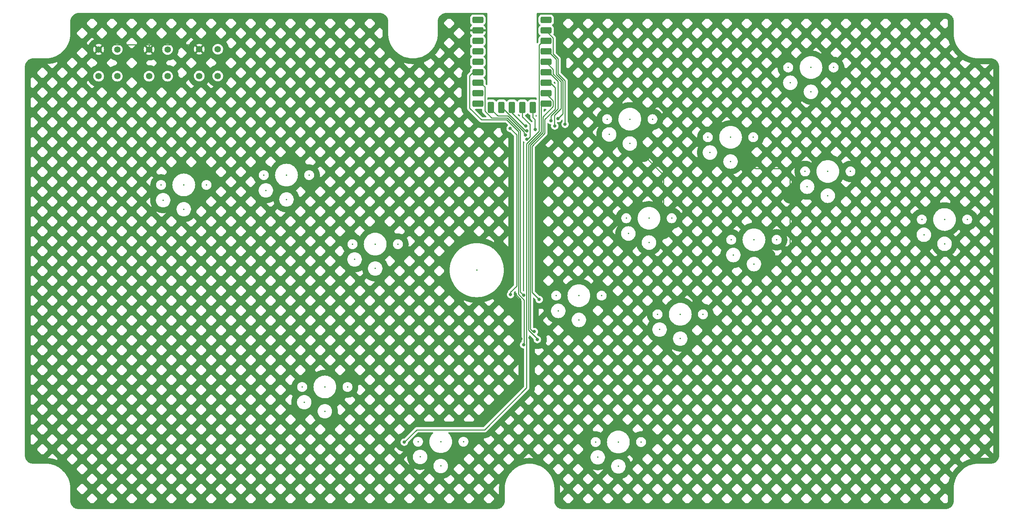
<source format=gbr>
%TF.GenerationSoftware,KiCad,Pcbnew,7.0.7*%
%TF.CreationDate,2023-10-08T10:30:22+09:00*%
%TF.ProjectId,lvls,6c766c73-2e6b-4696-9361-645f70636258,rev?*%
%TF.SameCoordinates,Original*%
%TF.FileFunction,Copper,L1,Top*%
%TF.FilePolarity,Positive*%
%FSLAX46Y46*%
G04 Gerber Fmt 4.6, Leading zero omitted, Abs format (unit mm)*
G04 Created by KiCad (PCBNEW 7.0.7) date 2023-10-08 10:30:22*
%MOMM*%
%LPD*%
G01*
G04 APERTURE LIST*
G04 Aperture macros list*
%AMRoundRect*
0 Rectangle with rounded corners*
0 $1 Rounding radius*
0 $2 $3 $4 $5 $6 $7 $8 $9 X,Y pos of 4 corners*
0 Add a 4 corners polygon primitive as box body*
4,1,4,$2,$3,$4,$5,$6,$7,$8,$9,$2,$3,0*
0 Add four circle primitives for the rounded corners*
1,1,$1+$1,$2,$3*
1,1,$1+$1,$4,$5*
1,1,$1+$1,$6,$7*
1,1,$1+$1,$8,$9*
0 Add four rect primitives between the rounded corners*
20,1,$1+$1,$2,$3,$4,$5,0*
20,1,$1+$1,$4,$5,$6,$7,0*
20,1,$1+$1,$6,$7,$8,$9,0*
20,1,$1+$1,$8,$9,$2,$3,0*%
G04 Aperture macros list end*
%TA.AperFunction,ComponentPad*%
%ADD10C,1.575000*%
%TD*%
%TA.AperFunction,ComponentPad*%
%ADD11RoundRect,0.400000X-0.966000X-0.400000X0.966000X-0.400000X0.966000X0.400000X-0.966000X0.400000X0*%
%TD*%
%TA.AperFunction,ComponentPad*%
%ADD12RoundRect,0.400050X-0.965950X-0.400050X0.965950X-0.400050X0.965950X0.400050X-0.965950X0.400050X0*%
%TD*%
%TA.AperFunction,ComponentPad*%
%ADD13RoundRect,0.400000X-0.400000X-0.988000X0.400000X-0.988000X0.400000X0.988000X-0.400000X0.988000X0*%
%TD*%
%TA.AperFunction,ComponentPad*%
%ADD14RoundRect,0.393700X-0.393700X-0.994300X0.393700X-0.994300X0.393700X0.994300X-0.393700X0.994300X0*%
%TD*%
%TA.AperFunction,ViaPad*%
%ADD15C,0.800000*%
%TD*%
%TA.AperFunction,Conductor*%
%ADD16C,0.250000*%
%TD*%
%ADD17C,0.350000*%
G04 APERTURE END LIST*
D10*
%TO.P,S3,T1,COM_1*%
%TO.N,S1(SELECT)*%
X66850000Y-32081500D03*
%TO.P,S3,T2,COM_2*%
%TO.N,unconnected-(S3-COM_2-PadT2)*%
X66850000Y-38581500D03*
%TO.P,S3,T3,NO_1*%
%TO.N,GND*%
X62350000Y-32081500D03*
%TO.P,S3,T4,NO_2*%
%TO.N,unconnected-(S3-NO_2-PadT4)*%
X62350000Y-38581500D03*
%TD*%
%TO.P,S2,T4,NO_2*%
%TO.N,unconnected-(S2-NO_2-PadT4)*%
X50180000Y-38631500D03*
%TO.P,S2,T3,NO_1*%
%TO.N,GND*%
X50180000Y-32131500D03*
%TO.P,S2,T2,COM_2*%
%TO.N,unconnected-(S2-COM_2-PadT2)*%
X54680000Y-38631500D03*
%TO.P,S2,T1,COM_1*%
%TO.N,A2(CAPTURE)*%
X54680000Y-32131500D03*
%TD*%
%TO.P,S1,T1,COM_1*%
%TO.N,A1(HOME)*%
X42480000Y-32131500D03*
%TO.P,S1,T2,COM_2*%
%TO.N,unconnected-(S1-COM_2-PadT2)*%
X42480000Y-38631500D03*
%TO.P,S1,T3,NO_1*%
%TO.N,GND*%
X37980000Y-32131500D03*
%TO.P,S1,T4,NO_2*%
%TO.N,unconnected-(S1-NO_2-PadT4)*%
X37980000Y-38631500D03*
%TD*%
D11*
%TO.P,RZ1,1,GP0*%
%TO.N,S1(SELECT)*%
X146425000Y-24985000D03*
%TO.P,RZ1,2,GP1*%
%TO.N,S2(START)*%
X146425000Y-27525000D03*
%TO.P,RZ1,3,GP2*%
%TO.N,UP*%
X146425000Y-30065000D03*
%TO.P,RZ1,4,GP3*%
%TO.N,DOWN*%
X146425000Y-32605000D03*
%TO.P,RZ1,5,GP4*%
%TO.N,RIGHT*%
X146425000Y-35145000D03*
D12*
%TO.P,RZ1,6,GP5*%
%TO.N,LEFT*%
X146425000Y-37685000D03*
%TO.P,RZ1,7,GP6*%
%TO.N,B1(1K)*%
X146425000Y-40225000D03*
%TO.P,RZ1,8,GP7*%
%TO.N,B2(2K)*%
X146425000Y-42765000D03*
%TO.P,RZ1,9,GP8*%
%TO.N,R2(3K)*%
X146425000Y-45305000D03*
D13*
%TO.P,RZ1,10,GP9*%
%TO.N,L2(4K)*%
X143219000Y-46203000D03*
D14*
%TO.P,RZ1,11,GP10*%
%TO.N,B3(1P)*%
X140679000Y-46203000D03*
%TO.P,RZ1,12,GP11*%
%TO.N,B4(2P)*%
X138139000Y-46203000D03*
%TO.P,RZ1,13,GP12*%
%TO.N,R1(3P)*%
X135599000Y-46203000D03*
%TO.P,RZ1,14,GP13*%
%TO.N,L1(4P)*%
X133059000Y-46203000D03*
D12*
%TO.P,RZ1,15,GP14*%
%TO.N,A1(HOME)*%
X129853000Y-45305000D03*
%TO.P,RZ1,16,GP15*%
%TO.N,A2(CAPTURE)*%
X129853000Y-42765000D03*
%TO.P,RZ1,17,GP26*%
%TO.N,LS(L3)*%
X129853000Y-40225000D03*
%TO.P,RZ1,18,GP27*%
%TO.N,RS(R3)*%
X129853000Y-37685000D03*
%TO.P,RZ1,19,GP28*%
%TO.N,unconnected-(RZ1-GP28-Pad19)*%
X129853000Y-35145000D03*
%TO.P,RZ1,20,GP29*%
%TO.N,unconnected-(RZ1-GP29-Pad20)*%
X129853000Y-32605000D03*
%TO.P,RZ1,21,3V3*%
%TO.N,+3.3V*%
X129853000Y-30065000D03*
%TO.P,RZ1,22,GND*%
%TO.N,GND*%
X129853000Y-27525000D03*
%TO.P,RZ1,23,5V*%
%TO.N,unconnected-(RZ1-5V-Pad23)*%
X129853000Y-24985000D03*
%TD*%
D15*
%TO.N,UP*%
X112040000Y-127440000D03*
%TO.N,DOWN*%
X149300000Y-48900000D03*
%TO.N,RIGHT*%
X137801334Y-91601334D03*
X148512299Y-50712299D03*
X137700000Y-51300000D03*
%TO.N,LEFT*%
X147615497Y-49415497D03*
%TO.N,B1(1K)*%
X144730000Y-92820000D03*
%TO.N,B2(2K)*%
X143558638Y-100624039D03*
%TO.N,R2(3K)*%
X144283138Y-102537701D03*
%TO.N,L2(4K)*%
X143800000Y-51600000D03*
%TO.N,B3(1P)*%
X141744918Y-53955788D03*
%TO.N,B4(2P)*%
X141500000Y-50724500D03*
%TO.N,R1(3P)*%
X141775500Y-51900000D03*
%TO.N,L1(4P)*%
X141400000Y-52900000D03*
%TO.N,S2(START)*%
X151000000Y-50300000D03*
%TO.N,LS(L3)*%
X140975500Y-91800000D03*
%TO.N,RS(R3)*%
X140975500Y-103800000D03*
%TO.N,GND*%
X138975500Y-91500000D03*
X142500000Y-102100000D03*
X169970000Y-57710000D03*
X174820000Y-76440000D03*
X205500000Y-67800000D03*
X62540000Y-61830000D03*
X200270000Y-82250000D03*
X140300000Y-102400000D03*
X195800000Y-59700000D03*
%TD*%
D16*
%TO.N,UP*%
X144734000Y-51991305D02*
X141700000Y-55025305D01*
X141700000Y-114220000D02*
X131475000Y-124445000D01*
X144734000Y-31090000D02*
X144734000Y-51991305D01*
X115035000Y-124445000D02*
X112040000Y-127440000D01*
X141700000Y-55025305D02*
X141700000Y-114220000D01*
X131475000Y-124445000D02*
X115035000Y-124445000D01*
X145759000Y-30065000D02*
X144734000Y-31090000D01*
%TO.N,DOWN*%
X146880000Y-32605000D02*
X145759000Y-32605000D01*
X148850000Y-38177208D02*
X148850000Y-34575000D01*
X150465500Y-39792708D02*
X148850000Y-38177208D01*
X149300000Y-48900000D02*
X150465500Y-47734500D01*
X148850000Y-34575000D02*
X146880000Y-32605000D01*
X150465500Y-47734500D02*
X150465500Y-39792708D01*
%TO.N,RIGHT*%
X148512299Y-50712299D02*
X148400000Y-50600000D01*
X148400000Y-50600000D02*
X148400000Y-48072792D01*
X139250000Y-52850000D02*
X137700000Y-51300000D01*
X139250000Y-89550000D02*
X139250000Y-52850000D01*
X137801334Y-91601334D02*
X137801334Y-90998666D01*
X148116000Y-38079604D02*
X148116000Y-36984624D01*
X148400000Y-48072792D02*
X150015500Y-46457292D01*
X146276376Y-35145000D02*
X145759000Y-35145000D01*
X150015500Y-39979104D02*
X148116000Y-38079604D01*
X148116000Y-36984624D02*
X146276376Y-35145000D01*
X137801334Y-90998666D02*
X139250000Y-89550000D01*
X150015500Y-46457292D02*
X150015500Y-39979104D01*
%TO.N,LEFT*%
X149300000Y-39900000D02*
X147085000Y-37685000D01*
X147615497Y-49415497D02*
X147615497Y-48220899D01*
X147615497Y-48220899D02*
X149300000Y-46536396D01*
X147085000Y-37685000D02*
X145759000Y-37685000D01*
X149300000Y-46536396D02*
X149300000Y-39900000D01*
%TO.N,B1(1K)*%
X146100000Y-52534493D02*
X143050000Y-55584493D01*
X147400000Y-40225000D02*
X148566000Y-41391000D01*
X148566000Y-46634000D02*
X146100000Y-49100000D01*
X144730000Y-92820000D02*
X144810000Y-92890000D01*
X143050000Y-91140000D02*
X144730000Y-92820000D01*
X145759000Y-40225000D02*
X147400000Y-40225000D01*
X146100000Y-49100000D02*
X146100000Y-52534493D01*
X148566000Y-41391000D02*
X148566000Y-46634000D01*
X143050000Y-55584493D02*
X143050000Y-91140000D01*
%TO.N,B2(2K)*%
X145634000Y-48487376D02*
X148116000Y-46005376D01*
X147211376Y-43700000D02*
X147200000Y-43700000D01*
X146276376Y-42765000D02*
X145759000Y-42765000D01*
X143224039Y-100624039D02*
X142600000Y-100000000D01*
X142600000Y-100000000D02*
X142600000Y-55398097D01*
X147200000Y-43700000D02*
X147200000Y-43688624D01*
X148116000Y-46005376D02*
X148116000Y-44604624D01*
X142600000Y-55398097D02*
X145634000Y-52364097D01*
X148116000Y-44604624D02*
X147211376Y-43700000D01*
X145634000Y-52364097D02*
X145634000Y-48487376D01*
X143558638Y-100624039D02*
X143224039Y-100624039D01*
X147200000Y-43688624D02*
X146276376Y-42765000D01*
%TO.N,R2(3K)*%
X145184000Y-52177701D02*
X145184000Y-45880000D01*
X144283138Y-102537701D02*
X144283138Y-102373138D01*
X142150000Y-55211701D02*
X145184000Y-52177701D01*
X145184000Y-45880000D02*
X145759000Y-45305000D01*
X144283138Y-102373138D02*
X142150000Y-100240000D01*
X142150000Y-100240000D02*
X142150000Y-55211701D01*
%TO.N,L2(4K)*%
X143800000Y-51600000D02*
X143800000Y-51700000D01*
X143700000Y-51600000D02*
X143700000Y-51600000D01*
X143700000Y-51600000D02*
X143800000Y-51600000D01*
X143700000Y-49124500D02*
X143219000Y-48643500D01*
X143800000Y-51700000D02*
X143900000Y-51800000D01*
X143700000Y-49124500D02*
X143700000Y-51600000D01*
X143219000Y-48643500D02*
X143219000Y-45515000D01*
%TO.N,B3(1P)*%
X142500000Y-53298395D02*
X142500000Y-50300000D01*
X142500000Y-50300000D02*
X140679000Y-48479000D01*
X141876195Y-53824511D02*
X141973884Y-53824511D01*
X141973884Y-53824511D02*
X142500000Y-53298395D01*
X141744918Y-53955788D02*
X141876195Y-53824511D01*
X140679000Y-48479000D02*
X140679000Y-45515000D01*
%TO.N,B4(2P)*%
X141500000Y-50724500D02*
X141324500Y-50724500D01*
X138139000Y-47539000D02*
X138139000Y-45515000D01*
X141324500Y-50724500D02*
X138139000Y-47539000D01*
%TO.N,R1(3P)*%
X141775500Y-51900000D02*
X141431605Y-51900000D01*
X141431605Y-51900000D02*
X135599000Y-46067395D01*
X135599000Y-46067395D02*
X135599000Y-45515000D01*
%TO.N,L1(4P)*%
X133059000Y-46659000D02*
X133059000Y-45515000D01*
X137195209Y-48300000D02*
X134700000Y-48300000D01*
X141400000Y-52900000D02*
X141050500Y-52550500D01*
X141050500Y-52155291D02*
X137195209Y-48300000D01*
X141050500Y-52550500D02*
X141050500Y-52155291D01*
X134700000Y-48300000D02*
X133059000Y-46659000D01*
%TO.N,S2(START)*%
X148116000Y-33204604D02*
X148116000Y-29364695D01*
X148116000Y-29364695D02*
X146276305Y-27525000D01*
X151000000Y-50300000D02*
X151000000Y-39690812D01*
X146276305Y-27525000D02*
X145759000Y-27525000D01*
X149300000Y-37990812D02*
X149300000Y-34388604D01*
X149300000Y-34388604D02*
X148116000Y-33204604D01*
X151000000Y-39690812D02*
X149300000Y-37990812D01*
%TO.N,LS(L3)*%
X131544000Y-47092395D02*
X131544000Y-41250000D01*
X140150000Y-51891187D02*
X137008813Y-48750000D01*
X131544000Y-41250000D02*
X130519000Y-40225000D01*
X137008813Y-48750000D02*
X133201605Y-48750000D01*
X133201605Y-48750000D02*
X131544000Y-47092395D01*
X140975500Y-91800000D02*
X140150000Y-90974500D01*
X140150000Y-90974500D02*
X140150000Y-51891187D01*
%TO.N,RS(R3)*%
X139700000Y-91549805D02*
X139700000Y-52077583D01*
X141100000Y-92949805D02*
X139700000Y-91549805D01*
X140975500Y-103800000D02*
X141100000Y-103675500D01*
X130700000Y-49200000D02*
X127900000Y-46400000D01*
X141100000Y-103675500D02*
X141100000Y-92949805D01*
X127900000Y-38525000D02*
X128740000Y-37685000D01*
X128740000Y-37685000D02*
X130519000Y-37685000D01*
X139700000Y-52077583D02*
X136822417Y-49200000D01*
X136822417Y-49200000D02*
X130700000Y-49200000D01*
X127900000Y-46400000D02*
X127900000Y-38525000D01*
%TO.N,GND*%
X50180000Y-31015800D02*
X50180000Y-32131500D01*
X205500000Y-79800000D02*
X203050000Y-82250000D01*
X39095700Y-31015800D02*
X50180000Y-31015800D01*
X205500000Y-63100000D02*
X205500000Y-79800000D01*
X138975500Y-91500000D02*
X140200000Y-92724500D01*
X195800000Y-59700000D02*
X197170000Y-61070000D01*
X37980000Y-32131500D02*
X39095700Y-31015800D01*
X61284300Y-31015800D02*
X62350000Y-32081500D01*
X140200000Y-92724500D02*
X140200000Y-102300000D01*
X203470000Y-61070000D02*
X205500000Y-63100000D01*
X140200000Y-102300000D02*
X140300000Y-102400000D01*
X203050000Y-82250000D02*
X200270000Y-82250000D01*
X169970000Y-57710000D02*
X174820000Y-62560000D01*
X197170000Y-61070000D02*
X203470000Y-61070000D01*
X174820000Y-62560000D02*
X174820000Y-76440000D01*
X142500000Y-102100000D02*
X142450000Y-102150000D01*
X50180000Y-31015800D02*
X61284300Y-31015800D01*
%TD*%
%TA.AperFunction,Conductor*%
%TO.N,GND*%
G36*
X106151885Y-23300633D02*
G01*
X106201820Y-23303904D01*
X106233552Y-23305983D01*
X106415321Y-23318981D01*
X106422966Y-23320010D01*
X106539310Y-23343151D01*
X106683530Y-23374522D01*
X106690258Y-23376389D01*
X106809334Y-23416808D01*
X106941625Y-23466148D01*
X106947358Y-23468624D01*
X106964018Y-23476840D01*
X107062845Y-23525575D01*
X107184790Y-23592161D01*
X107189524Y-23595027D01*
X107237512Y-23627091D01*
X107296519Y-23666517D01*
X107296530Y-23666524D01*
X107299240Y-23668442D01*
X107320558Y-23684400D01*
X107408525Y-23750249D01*
X107412230Y-23753253D01*
X107509397Y-23838465D01*
X107512351Y-23841231D01*
X107608649Y-23937528D01*
X107611414Y-23940480D01*
X107644449Y-23978149D01*
X107696607Y-24037622D01*
X107699627Y-24041348D01*
X107781444Y-24150640D01*
X107783352Y-24153336D01*
X107805310Y-24186197D01*
X107854851Y-24260341D01*
X107857718Y-24265075D01*
X107924316Y-24387039D01*
X107981251Y-24502488D01*
X107983737Y-24508247D01*
X108033092Y-24640569D01*
X108073495Y-24759592D01*
X108075370Y-24766347D01*
X108106750Y-24910595D01*
X108129875Y-25026854D01*
X108130910Y-25034541D01*
X108144192Y-25220551D01*
X108149232Y-25297441D01*
X108149365Y-25301498D01*
X108149365Y-28541814D01*
X108170898Y-28808546D01*
X108174343Y-28891849D01*
X108178811Y-28906566D01*
X108188281Y-29023868D01*
X108188281Y-29023869D01*
X108233543Y-29302379D01*
X108243095Y-29379006D01*
X108248024Y-29391484D01*
X108265860Y-29501229D01*
X108337106Y-29790289D01*
X108351470Y-29858795D01*
X108356520Y-29869055D01*
X108381598Y-29970799D01*
X108437583Y-30138493D01*
X108481178Y-30269077D01*
X108498758Y-30328125D01*
X108503593Y-30336220D01*
X108534743Y-30429524D01*
X108534746Y-30429531D01*
X108534747Y-30429534D01*
X108656759Y-30715907D01*
X108665111Y-30735509D01*
X108683956Y-30783807D01*
X108688258Y-30789837D01*
X108696302Y-30808718D01*
X108724308Y-30874451D01*
X108888121Y-31186572D01*
X108905833Y-31222801D01*
X108909280Y-31226888D01*
X108949060Y-31302681D01*
X108949060Y-31302682D01*
X109149274Y-31619296D01*
X109162906Y-31642174D01*
X109165206Y-31644490D01*
X109193646Y-31689465D01*
X109207542Y-31711439D01*
X109437718Y-32017747D01*
X109447487Y-32030746D01*
X109453447Y-32039093D01*
X109454319Y-32039839D01*
X109454321Y-32039841D01*
X109498076Y-32098068D01*
X109498082Y-32098075D01*
X109498081Y-32098075D01*
X109701600Y-32327800D01*
X109818777Y-32460066D01*
X109948106Y-32584288D01*
X110167564Y-32795081D01*
X110167565Y-32795081D01*
X110167568Y-32795084D01*
X110378899Y-32967631D01*
X110527023Y-33088571D01*
X110542185Y-33100950D01*
X110811907Y-33287125D01*
X110940192Y-33375674D01*
X110940196Y-33375676D01*
X110940200Y-33375679D01*
X111359030Y-33617491D01*
X111570079Y-33717635D01*
X111795953Y-33824814D01*
X111795952Y-33824814D01*
X112248148Y-33996309D01*
X112248152Y-33996310D01*
X112248157Y-33996312D01*
X112423763Y-34047177D01*
X112712681Y-34130864D01*
X113186534Y-34227602D01*
X113186533Y-34227602D01*
X113464642Y-34261370D01*
X113666633Y-34285896D01*
X114149865Y-34305370D01*
X114633097Y-34285896D01*
X114835088Y-34261370D01*
X115113197Y-34227602D01*
X115113196Y-34227602D01*
X115587049Y-34130864D01*
X115875967Y-34047177D01*
X116051573Y-33996312D01*
X116051577Y-33996310D01*
X116051582Y-33996309D01*
X116503778Y-33824814D01*
X116503777Y-33824814D01*
X116729651Y-33717635D01*
X116940700Y-33617491D01*
X117303330Y-33408126D01*
X119508753Y-33408126D01*
X120335505Y-34234879D01*
X120692401Y-34234879D01*
X121751133Y-33176146D01*
X124085099Y-33176146D01*
X125143832Y-34234879D01*
X125500727Y-34234879D01*
X126559460Y-33176145D01*
X126559460Y-32819250D01*
X125500727Y-31760518D01*
X125143832Y-31760518D01*
X124085099Y-32819250D01*
X124085099Y-33176146D01*
X121751133Y-33176146D01*
X121751134Y-33176145D01*
X121751134Y-32819250D01*
X120715912Y-31784029D01*
X120693899Y-31812534D01*
X120668872Y-31826585D01*
X120651240Y-31833948D01*
X120431602Y-32283257D01*
X120384476Y-32334841D01*
X120358402Y-32346769D01*
X120340986Y-32352408D01*
X120084882Y-32782226D01*
X120033656Y-32829741D01*
X120006792Y-32839450D01*
X119990346Y-32843324D01*
X119980104Y-32856955D01*
X119698181Y-33251882D01*
X119643209Y-33295008D01*
X119615573Y-33302477D01*
X119600333Y-33304752D01*
X119508753Y-33408126D01*
X117303330Y-33408126D01*
X117359530Y-33375679D01*
X117359533Y-33375676D01*
X117359538Y-33375674D01*
X117487822Y-33287125D01*
X117757545Y-33100950D01*
X117772707Y-33088571D01*
X117920831Y-32967631D01*
X118132162Y-32795084D01*
X118132165Y-32795081D01*
X118132166Y-32795081D01*
X118351624Y-32584288D01*
X118480953Y-32460066D01*
X118598130Y-32327800D01*
X118801649Y-32098075D01*
X118801648Y-32098076D01*
X118803707Y-32095336D01*
X118845410Y-32039839D01*
X118846135Y-32039298D01*
X118852177Y-32030833D01*
X119092188Y-31711439D01*
X119106084Y-31689465D01*
X119134522Y-31644493D01*
X119136451Y-31642796D01*
X119150431Y-31619335D01*
X119350670Y-31302682D01*
X119378095Y-31250427D01*
X119390448Y-31226889D01*
X119393377Y-31223862D01*
X119411571Y-31186642D01*
X119575419Y-30874457D01*
X119578586Y-30867025D01*
X119590705Y-30838580D01*
X119611471Y-30789839D01*
X119615175Y-30785336D01*
X119620385Y-30771983D01*
X121680936Y-30771983D01*
X122739669Y-31830716D01*
X123096564Y-31830716D01*
X124155297Y-30771982D01*
X124155297Y-30415088D01*
X123096564Y-29356355D01*
X122739669Y-29356355D01*
X121680936Y-30415088D01*
X121680936Y-30771983D01*
X119620385Y-30771983D01*
X119634591Y-30735574D01*
X119764983Y-30429534D01*
X119764983Y-30429531D01*
X119764987Y-30429524D01*
X119786992Y-30363607D01*
X119796134Y-30336224D01*
X119800376Y-30330126D01*
X119818539Y-30269112D01*
X119918132Y-29970799D01*
X119918132Y-29970798D01*
X119918133Y-29970796D01*
X119943207Y-29869061D01*
X119947736Y-29861283D01*
X119962611Y-29790335D01*
X120033870Y-29501228D01*
X120051704Y-29391494D01*
X120056263Y-29381974D01*
X120066183Y-29302396D01*
X120072088Y-29266067D01*
X120105420Y-29060965D01*
X120111449Y-29023869D01*
X120116830Y-28957210D01*
X120120885Y-28906975D01*
X120125227Y-28895651D01*
X120128827Y-28808603D01*
X120150365Y-28541812D01*
X120150365Y-28367819D01*
X124085099Y-28367819D01*
X125143832Y-29426553D01*
X125500727Y-29426553D01*
X126559460Y-28367819D01*
X126559460Y-28010925D01*
X125500727Y-26952192D01*
X125143832Y-26952192D01*
X124085099Y-28010925D01*
X124085099Y-28367819D01*
X120150365Y-28367819D01*
X120150365Y-28300000D01*
X120150365Y-28299500D01*
X120150365Y-25963656D01*
X121680936Y-25963656D01*
X122739669Y-27022390D01*
X123096564Y-27022390D01*
X124155297Y-25963656D01*
X124155296Y-25606761D01*
X123247035Y-24698500D01*
X122589198Y-24698500D01*
X121680936Y-25606761D01*
X121680936Y-25963656D01*
X120150365Y-25963656D01*
X120150365Y-25302034D01*
X120150498Y-25297981D01*
X120155847Y-25216360D01*
X120157338Y-25195506D01*
X120168851Y-25034533D01*
X120169879Y-25026901D01*
X120186702Y-24942327D01*
X120193019Y-24910574D01*
X120204669Y-24857014D01*
X120224396Y-24766331D01*
X120226260Y-24759613D01*
X120266678Y-24640544D01*
X120316028Y-24508231D01*
X120318494Y-24502520D01*
X120375446Y-24387032D01*
X120442058Y-24265041D01*
X120444883Y-24260375D01*
X120516439Y-24153283D01*
X120518275Y-24150689D01*
X120600140Y-24041329D01*
X120603131Y-24037641D01*
X120688370Y-23940443D01*
X120691066Y-23937564D01*
X120787414Y-23841214D01*
X120790322Y-23838489D01*
X120887526Y-23753243D01*
X120891213Y-23750254D01*
X121000572Y-23668387D01*
X121003165Y-23666553D01*
X121110223Y-23595017D01*
X121114940Y-23592161D01*
X121236903Y-23525562D01*
X121352394Y-23468606D01*
X121358101Y-23466142D01*
X121490419Y-23416787D01*
X121609482Y-23376369D01*
X121616191Y-23374507D01*
X121760440Y-23343124D01*
X121876748Y-23319987D01*
X121884389Y-23318958D01*
X122070479Y-23305669D01*
X122147301Y-23300632D01*
X122151348Y-23300500D01*
X132025365Y-23300500D01*
X132092404Y-23320185D01*
X132138159Y-23372989D01*
X132149365Y-23424500D01*
X132149364Y-40671412D01*
X132129679Y-40738451D01*
X132076875Y-40784206D01*
X132007717Y-40794150D01*
X131944161Y-40765125D01*
X131937683Y-40759093D01*
X131755817Y-40577227D01*
X131722332Y-40515904D01*
X131719499Y-40489555D01*
X131719499Y-39761926D01*
X131713312Y-39683297D01*
X131664316Y-39500444D01*
X131606555Y-39387080D01*
X131578376Y-39331775D01*
X131578375Y-39331773D01*
X131525068Y-39265946D01*
X131459242Y-39184658D01*
X131375896Y-39117165D01*
X131312128Y-39065526D01*
X131312053Y-39065488D01*
X131312016Y-39065453D01*
X131306677Y-39061986D01*
X131307310Y-39061009D01*
X131261255Y-39017516D01*
X131244455Y-38949696D01*
X131266989Y-38883560D01*
X131307157Y-38848753D01*
X131306677Y-38848014D01*
X131312002Y-38844555D01*
X131312053Y-38844512D01*
X131312126Y-38844475D01*
X131459242Y-38725342D01*
X131578375Y-38578226D01*
X131664316Y-38409556D01*
X131713312Y-38226703D01*
X131719500Y-38148075D01*
X131719499Y-37221926D01*
X131713312Y-37143297D01*
X131664316Y-36960444D01*
X131578376Y-36791775D01*
X131578375Y-36791773D01*
X131523322Y-36723790D01*
X131459242Y-36644658D01*
X131365620Y-36568844D01*
X131312128Y-36525526D01*
X131312053Y-36525488D01*
X131312016Y-36525453D01*
X131306677Y-36521986D01*
X131307310Y-36521009D01*
X131261255Y-36477516D01*
X131244455Y-36409696D01*
X131266989Y-36343560D01*
X131307157Y-36308753D01*
X131306677Y-36308014D01*
X131312002Y-36304555D01*
X131312053Y-36304512D01*
X131312126Y-36304475D01*
X131459242Y-36185342D01*
X131578375Y-36038226D01*
X131664316Y-35869556D01*
X131713312Y-35686703D01*
X131719500Y-35608075D01*
X131719499Y-34681926D01*
X131713312Y-34603297D01*
X131664316Y-34420444D01*
X131603270Y-34300633D01*
X131578376Y-34251775D01*
X131578375Y-34251773D01*
X131486414Y-34138213D01*
X131459242Y-34104658D01*
X131375896Y-34037165D01*
X131312128Y-33985526D01*
X131312053Y-33985488D01*
X131312016Y-33985453D01*
X131306677Y-33981986D01*
X131307310Y-33981009D01*
X131261255Y-33937516D01*
X131244455Y-33869696D01*
X131266989Y-33803560D01*
X131307157Y-33768753D01*
X131306677Y-33768014D01*
X131312002Y-33764555D01*
X131312053Y-33764512D01*
X131312126Y-33764475D01*
X131459242Y-33645342D01*
X131578375Y-33498226D01*
X131664316Y-33329556D01*
X131713312Y-33146703D01*
X131719196Y-33071934D01*
X131719500Y-33068077D01*
X131719499Y-32141924D01*
X131719499Y-32141925D01*
X131713312Y-32063297D01*
X131664316Y-31880444D01*
X131578376Y-31711775D01*
X131578375Y-31711773D01*
X131519820Y-31639465D01*
X131459242Y-31564658D01*
X131361228Y-31485287D01*
X131312126Y-31445524D01*
X131312121Y-31445521D01*
X131312038Y-31445479D01*
X131311998Y-31445441D01*
X131306677Y-31441986D01*
X131307309Y-31441012D01*
X131261246Y-31397501D01*
X131244456Y-31329679D01*
X131266999Y-31263545D01*
X131307158Y-31228755D01*
X131306677Y-31228014D01*
X131312021Y-31224543D01*
X131312063Y-31224506D01*
X131312126Y-31224475D01*
X131459242Y-31105342D01*
X131578375Y-30958226D01*
X131664316Y-30789556D01*
X131713312Y-30606703D01*
X131719500Y-30528075D01*
X131719499Y-29601926D01*
X131713312Y-29523297D01*
X131664316Y-29340444D01*
X131596784Y-29207903D01*
X131578376Y-29171775D01*
X131578375Y-29171773D01*
X131511072Y-29088662D01*
X131459242Y-29024658D01*
X131366201Y-28949314D01*
X131312126Y-28905524D01*
X131312123Y-28905522D01*
X131311486Y-28905198D01*
X131311184Y-28904912D01*
X131306677Y-28901986D01*
X131307212Y-28901161D01*
X131260695Y-28857218D01*
X131243907Y-28789395D01*
X131266452Y-28723263D01*
X131306844Y-28688271D01*
X131306404Y-28687593D01*
X131311290Y-28684419D01*
X131311513Y-28684227D01*
X131311855Y-28684052D01*
X131458886Y-28564986D01*
X131577953Y-28417954D01*
X131577955Y-28417951D01*
X131663848Y-28249374D01*
X131712816Y-28066622D01*
X131719000Y-27988050D01*
X131719000Y-27775000D01*
X131029576Y-27775000D01*
X130962537Y-27755315D01*
X130916782Y-27702511D01*
X130906838Y-27633353D01*
X130907103Y-27631603D01*
X130923986Y-27525003D01*
X130923986Y-27524996D01*
X130907103Y-27418397D01*
X130916058Y-27349104D01*
X130961054Y-27295652D01*
X131027806Y-27275013D01*
X131029576Y-27275000D01*
X131718999Y-27275000D01*
X131719000Y-27061950D01*
X131712816Y-26983377D01*
X131663848Y-26800625D01*
X131577955Y-26632048D01*
X131577953Y-26632045D01*
X131458886Y-26485013D01*
X131311854Y-26365946D01*
X131311851Y-26365944D01*
X131311499Y-26365765D01*
X131311331Y-26365607D01*
X131306404Y-26362407D01*
X131306989Y-26361505D01*
X131260702Y-26317791D01*
X131243907Y-26249970D01*
X131266444Y-26183835D01*
X131307075Y-26148627D01*
X131306677Y-26148014D01*
X131311094Y-26145145D01*
X131311500Y-26144794D01*
X131311814Y-26144634D01*
X131312126Y-26144475D01*
X131459242Y-26025342D01*
X131578375Y-25878226D01*
X131664316Y-25709556D01*
X131713312Y-25526703D01*
X131719500Y-25448075D01*
X131719499Y-24521926D01*
X131713312Y-24443297D01*
X131664316Y-24260444D01*
X131606656Y-24147279D01*
X131578376Y-24091775D01*
X131578375Y-24091773D01*
X131525068Y-24025946D01*
X131459242Y-23944658D01*
X131386955Y-23886121D01*
X131312126Y-23825524D01*
X131312124Y-23825523D01*
X131170326Y-23753275D01*
X131143456Y-23739584D01*
X131046745Y-23713670D01*
X130960601Y-23690587D01*
X130881977Y-23684400D01*
X130881975Y-23684400D01*
X129851392Y-23684400D01*
X128824024Y-23684401D01*
X128824025Y-23684401D01*
X128745400Y-23690587D01*
X128562544Y-23739584D01*
X128393875Y-23825523D01*
X128393873Y-23825524D01*
X128246758Y-23944658D01*
X128127624Y-24091773D01*
X128127623Y-24091775D01*
X128041684Y-24260444D01*
X127992687Y-24443298D01*
X127986500Y-24521923D01*
X127986501Y-25448076D01*
X127986501Y-25448075D01*
X127992687Y-25526699D01*
X127992688Y-25526701D01*
X127992688Y-25526703D01*
X128041684Y-25709556D01*
X128071062Y-25767214D01*
X128127623Y-25878224D01*
X128127624Y-25878226D01*
X128193451Y-25959514D01*
X128246758Y-26025342D01*
X128328046Y-26091168D01*
X128393873Y-26144475D01*
X128393877Y-26144477D01*
X128394506Y-26144798D01*
X128394803Y-26145079D01*
X128399323Y-26148014D01*
X128398786Y-26148840D01*
X128445300Y-26192775D01*
X128462092Y-26260596D01*
X128439551Y-26326730D01*
X128399157Y-26361731D01*
X128399596Y-26362407D01*
X128394737Y-26365561D01*
X128394508Y-26365761D01*
X128394151Y-26365942D01*
X128394145Y-26365946D01*
X128247113Y-26485013D01*
X128128046Y-26632045D01*
X128128044Y-26632048D01*
X128042151Y-26800625D01*
X127993183Y-26983377D01*
X127987000Y-27061950D01*
X127987000Y-27275000D01*
X130008424Y-27275000D01*
X130075463Y-27294685D01*
X130121218Y-27347489D01*
X130131162Y-27416647D01*
X130130897Y-27418397D01*
X130114014Y-27524996D01*
X130114014Y-27525003D01*
X130130897Y-27631603D01*
X130121942Y-27700896D01*
X130076946Y-27754348D01*
X130010194Y-27774987D01*
X130008424Y-27775000D01*
X127987000Y-27775000D01*
X127987000Y-27988050D01*
X127993183Y-28066622D01*
X128042151Y-28249374D01*
X128128044Y-28417951D01*
X128128046Y-28417954D01*
X128247113Y-28564986D01*
X128394143Y-28684052D01*
X128394493Y-28684230D01*
X128394659Y-28684387D01*
X128399596Y-28687593D01*
X128399009Y-28688495D01*
X128445293Y-28732201D01*
X128462093Y-28800021D01*
X128439559Y-28866158D01*
X128398926Y-28901375D01*
X128399323Y-28901986D01*
X128394929Y-28904839D01*
X128394520Y-28905194D01*
X128393882Y-28905518D01*
X128393873Y-28905524D01*
X128246758Y-29024658D01*
X128127624Y-29171773D01*
X128127623Y-29171775D01*
X128041684Y-29340444D01*
X127992687Y-29523298D01*
X127986500Y-29601923D01*
X127986501Y-30528076D01*
X127986501Y-30528075D01*
X127992687Y-30606699D01*
X127992688Y-30606701D01*
X127992688Y-30606703D01*
X128041684Y-30789556D01*
X128054401Y-30814514D01*
X128127623Y-30958224D01*
X128127624Y-30958226D01*
X128193451Y-31039514D01*
X128246758Y-31105342D01*
X128328046Y-31171168D01*
X128393873Y-31224475D01*
X128393875Y-31224476D01*
X128393953Y-31224516D01*
X128393989Y-31224550D01*
X128399323Y-31228014D01*
X128398689Y-31228989D01*
X128444749Y-31272491D01*
X128461543Y-31340312D01*
X128439005Y-31406447D01*
X128398843Y-31441246D01*
X128399323Y-31441986D01*
X128394002Y-31445440D01*
X128393953Y-31445484D01*
X128393873Y-31445524D01*
X128246758Y-31564658D01*
X128127624Y-31711773D01*
X128127623Y-31711775D01*
X128041684Y-31880444D01*
X127992687Y-32063298D01*
X127986500Y-32141923D01*
X127986501Y-33068076D01*
X127986501Y-33068075D01*
X127992687Y-33146699D01*
X127992688Y-33146701D01*
X127992688Y-33146703D01*
X128041684Y-33329556D01*
X128064543Y-33374420D01*
X128127623Y-33498224D01*
X128127624Y-33498226D01*
X128193451Y-33579514D01*
X128246758Y-33645342D01*
X128328046Y-33711168D01*
X128393873Y-33764475D01*
X128393875Y-33764476D01*
X128393953Y-33764516D01*
X128393989Y-33764550D01*
X128399323Y-33768014D01*
X128398689Y-33768989D01*
X128444749Y-33812491D01*
X128461543Y-33880312D01*
X128439005Y-33946447D01*
X128398843Y-33981246D01*
X128399323Y-33981986D01*
X128394002Y-33985440D01*
X128393953Y-33985484D01*
X128393873Y-33985524D01*
X128246758Y-34104658D01*
X128127624Y-34251773D01*
X128127623Y-34251775D01*
X128041684Y-34420444D01*
X127992687Y-34603298D01*
X127986500Y-34681923D01*
X127986501Y-35608076D01*
X127986501Y-35608075D01*
X127992687Y-35686699D01*
X127992688Y-35686701D01*
X127992688Y-35686703D01*
X128041684Y-35869556D01*
X128062586Y-35910579D01*
X128127623Y-36038224D01*
X128127624Y-36038226D01*
X128170637Y-36091341D01*
X128246758Y-36185342D01*
X128275740Y-36208811D01*
X128393873Y-36304475D01*
X128393875Y-36304476D01*
X128393953Y-36304516D01*
X128393989Y-36304550D01*
X128399323Y-36308014D01*
X128398689Y-36308989D01*
X128444749Y-36352491D01*
X128461543Y-36420312D01*
X128439005Y-36486447D01*
X128398843Y-36521246D01*
X128399323Y-36521986D01*
X128394002Y-36525440D01*
X128393953Y-36525484D01*
X128393873Y-36525524D01*
X128246758Y-36644658D01*
X128127624Y-36791773D01*
X128127623Y-36791775D01*
X128041684Y-36960444D01*
X127992687Y-37143298D01*
X127986500Y-37221923D01*
X127986500Y-37502546D01*
X127966815Y-37569585D01*
X127950181Y-37590227D01*
X127516208Y-38024199D01*
X127503951Y-38034020D01*
X127504134Y-38034241D01*
X127498123Y-38039213D01*
X127450772Y-38089636D01*
X127429889Y-38110519D01*
X127429877Y-38110532D01*
X127425621Y-38116017D01*
X127421837Y-38120447D01*
X127389937Y-38154418D01*
X127389936Y-38154420D01*
X127380284Y-38171976D01*
X127369610Y-38188226D01*
X127357329Y-38204061D01*
X127357324Y-38204068D01*
X127338815Y-38246838D01*
X127336245Y-38252084D01*
X127313803Y-38292906D01*
X127308822Y-38312307D01*
X127302521Y-38330710D01*
X127294562Y-38349102D01*
X127294561Y-38349105D01*
X127287271Y-38395127D01*
X127286087Y-38400846D01*
X127274501Y-38445972D01*
X127274500Y-38445982D01*
X127274500Y-38466016D01*
X127272973Y-38485415D01*
X127269840Y-38505194D01*
X127269839Y-38505197D01*
X127274224Y-38551585D01*
X127274499Y-38557421D01*
X127274500Y-46317255D01*
X127272775Y-46332872D01*
X127273061Y-46332899D01*
X127272326Y-46340665D01*
X127274500Y-46409814D01*
X127274500Y-46439343D01*
X127274501Y-46439360D01*
X127275368Y-46446231D01*
X127275826Y-46452050D01*
X127277290Y-46498624D01*
X127277291Y-46498627D01*
X127282880Y-46517867D01*
X127286824Y-46536911D01*
X127289336Y-46556792D01*
X127306490Y-46600119D01*
X127308382Y-46605647D01*
X127321381Y-46650388D01*
X127331580Y-46667634D01*
X127340138Y-46685103D01*
X127347514Y-46703732D01*
X127374898Y-46741423D01*
X127378106Y-46746307D01*
X127401827Y-46786416D01*
X127401833Y-46786424D01*
X127415990Y-46800580D01*
X127428628Y-46815376D01*
X127440405Y-46831586D01*
X127440406Y-46831587D01*
X127476309Y-46861288D01*
X127480620Y-46865210D01*
X129526543Y-48911134D01*
X130199197Y-49583788D01*
X130209022Y-49596051D01*
X130209243Y-49595869D01*
X130214214Y-49601878D01*
X130240217Y-49626295D01*
X130264635Y-49649226D01*
X130285529Y-49670120D01*
X130291011Y-49674373D01*
X130295443Y-49678157D01*
X130329418Y-49710062D01*
X130346976Y-49719714D01*
X130363233Y-49730393D01*
X130379064Y-49742673D01*
X130398737Y-49751186D01*
X130421833Y-49761182D01*
X130427077Y-49763750D01*
X130467908Y-49786197D01*
X130480523Y-49789435D01*
X130487305Y-49791177D01*
X130505719Y-49797481D01*
X130524104Y-49805438D01*
X130570157Y-49812732D01*
X130575826Y-49813906D01*
X130620981Y-49825500D01*
X130641016Y-49825500D01*
X130660413Y-49827026D01*
X130680196Y-49830160D01*
X130726583Y-49825775D01*
X130732422Y-49825500D01*
X136511965Y-49825500D01*
X136579004Y-49845185D01*
X136599646Y-49861819D01*
X137148318Y-50410491D01*
X137181803Y-50471814D01*
X137176819Y-50541506D01*
X137134947Y-50597439D01*
X137133524Y-50598489D01*
X137094128Y-50627112D01*
X136967466Y-50767785D01*
X136872821Y-50931715D01*
X136872818Y-50931722D01*
X136816763Y-51104244D01*
X136814326Y-51111744D01*
X136794540Y-51300000D01*
X136814326Y-51488256D01*
X136814327Y-51488259D01*
X136872818Y-51668277D01*
X136872821Y-51668284D01*
X136967467Y-51832216D01*
X137037674Y-51910188D01*
X137094129Y-51972888D01*
X137247265Y-52084148D01*
X137247270Y-52084151D01*
X137420192Y-52161142D01*
X137420197Y-52161144D01*
X137605354Y-52200500D01*
X137664548Y-52200500D01*
X137731587Y-52220185D01*
X137752229Y-52236819D01*
X138588181Y-53072771D01*
X138621666Y-53134094D01*
X138624500Y-53160452D01*
X138624500Y-89239546D01*
X138604815Y-89306585D01*
X138588181Y-89327227D01*
X137417542Y-90497865D01*
X137405285Y-90507686D01*
X137405468Y-90507907D01*
X137399457Y-90512879D01*
X137352106Y-90563302D01*
X137331223Y-90584185D01*
X137331211Y-90584198D01*
X137326955Y-90589683D01*
X137323171Y-90594113D01*
X137291271Y-90628084D01*
X137291270Y-90628086D01*
X137281618Y-90645642D01*
X137270944Y-90661892D01*
X137258663Y-90677727D01*
X137258658Y-90677734D01*
X137240149Y-90720504D01*
X137237579Y-90725750D01*
X137215137Y-90766572D01*
X137210156Y-90785973D01*
X137203855Y-90804376D01*
X137195896Y-90822768D01*
X137195895Y-90822771D01*
X137188605Y-90868793D01*
X137187421Y-90874512D01*
X137173894Y-90927200D01*
X137171853Y-90926676D01*
X137148267Y-90980739D01*
X137145336Y-90984115D01*
X137068802Y-91069116D01*
X137068798Y-91069121D01*
X136974155Y-91233049D01*
X136974152Y-91233056D01*
X136915661Y-91413074D01*
X136915660Y-91413078D01*
X136895874Y-91601334D01*
X136915660Y-91789590D01*
X136915661Y-91789593D01*
X136974152Y-91969611D01*
X136974155Y-91969618D01*
X137068801Y-92133550D01*
X137139566Y-92212142D01*
X137195463Y-92274222D01*
X137348599Y-92385482D01*
X137348604Y-92385485D01*
X137521526Y-92462476D01*
X137521531Y-92462478D01*
X137706688Y-92501834D01*
X137706689Y-92501834D01*
X137895978Y-92501834D01*
X137895980Y-92501834D01*
X138081137Y-92462478D01*
X138254064Y-92385485D01*
X138407205Y-92274222D01*
X138533867Y-92133550D01*
X138628513Y-91969618D01*
X138687008Y-91789590D01*
X138706794Y-91601334D01*
X138687008Y-91413078D01*
X138628513Y-91233050D01*
X138611309Y-91203253D01*
X138594837Y-91135354D01*
X138617690Y-91069327D01*
X138631016Y-91053573D01*
X138815796Y-90868793D01*
X138862820Y-90821769D01*
X138924142Y-90788285D01*
X138993834Y-90793269D01*
X139049767Y-90835141D01*
X139074184Y-90900605D01*
X139074500Y-90909451D01*
X139074500Y-91467060D01*
X139072775Y-91482677D01*
X139073061Y-91482704D01*
X139072326Y-91490470D01*
X139074500Y-91559619D01*
X139074500Y-91589148D01*
X139074501Y-91589165D01*
X139075368Y-91596036D01*
X139075826Y-91601855D01*
X139077290Y-91648429D01*
X139077291Y-91648432D01*
X139082880Y-91667672D01*
X139086824Y-91686716D01*
X139089336Y-91706596D01*
X139106490Y-91749924D01*
X139108382Y-91755452D01*
X139121381Y-91800193D01*
X139131580Y-91817439D01*
X139140136Y-91834905D01*
X139147514Y-91853537D01*
X139169051Y-91883181D01*
X139174898Y-91891228D01*
X139178106Y-91896112D01*
X139201827Y-91936221D01*
X139201833Y-91936229D01*
X139215990Y-91950385D01*
X139228628Y-91965181D01*
X139240405Y-91981391D01*
X139240406Y-91981392D01*
X139276309Y-92011093D01*
X139280620Y-92015015D01*
X139872165Y-92606560D01*
X140438181Y-93172576D01*
X140471666Y-93233899D01*
X140474500Y-93260257D01*
X140474500Y-102987738D01*
X140454815Y-103054777D01*
X140423385Y-103088056D01*
X140369629Y-103127111D01*
X140242966Y-103267785D01*
X140148321Y-103431715D01*
X140148318Y-103431722D01*
X140122069Y-103512510D01*
X140089826Y-103611744D01*
X140070040Y-103800000D01*
X140089826Y-103988256D01*
X140089827Y-103988259D01*
X140148318Y-104168277D01*
X140148321Y-104168284D01*
X140242967Y-104332216D01*
X140369628Y-104472887D01*
X140369629Y-104472888D01*
X140522765Y-104584148D01*
X140522770Y-104584151D01*
X140695692Y-104661142D01*
X140695697Y-104661144D01*
X140880854Y-104700500D01*
X140880855Y-104700500D01*
X140950500Y-104700500D01*
X141017539Y-104720185D01*
X141063294Y-104772989D01*
X141074500Y-104824500D01*
X141074500Y-113909547D01*
X141054815Y-113976586D01*
X141038181Y-113997228D01*
X131252228Y-123783181D01*
X131190905Y-123816666D01*
X131164547Y-123819500D01*
X115117743Y-123819500D01*
X115102122Y-123817775D01*
X115102095Y-123818061D01*
X115094333Y-123817326D01*
X115025172Y-123819500D01*
X114995649Y-123819500D01*
X114988778Y-123820367D01*
X114982959Y-123820825D01*
X114936374Y-123822289D01*
X114936368Y-123822290D01*
X114917126Y-123827880D01*
X114898087Y-123831823D01*
X114878217Y-123834334D01*
X114878203Y-123834337D01*
X114834883Y-123851488D01*
X114829358Y-123853380D01*
X114784613Y-123866380D01*
X114784610Y-123866381D01*
X114767366Y-123876579D01*
X114749905Y-123885133D01*
X114731274Y-123892510D01*
X114731262Y-123892517D01*
X114693570Y-123919902D01*
X114688687Y-123923109D01*
X114648580Y-123946829D01*
X114634414Y-123960995D01*
X114619624Y-123973627D01*
X114603414Y-123985404D01*
X114603411Y-123985407D01*
X114573710Y-124021309D01*
X114569777Y-124025631D01*
X112092228Y-126503181D01*
X112030905Y-126536666D01*
X112004547Y-126539500D01*
X111945354Y-126539500D01*
X111912897Y-126546398D01*
X111760197Y-126578855D01*
X111760192Y-126578857D01*
X111587270Y-126655848D01*
X111587265Y-126655851D01*
X111434129Y-126767111D01*
X111307466Y-126907785D01*
X111212821Y-127071715D01*
X111212818Y-127071722D01*
X111154327Y-127251740D01*
X111154326Y-127251744D01*
X111134540Y-127440000D01*
X111154326Y-127628256D01*
X111154327Y-127628259D01*
X111212818Y-127808277D01*
X111212821Y-127808284D01*
X111307467Y-127972216D01*
X111374407Y-128046560D01*
X111434129Y-128112888D01*
X111587265Y-128224148D01*
X111587270Y-128224151D01*
X111760192Y-128301142D01*
X111760197Y-128301144D01*
X111945354Y-128340500D01*
X111945355Y-128340500D01*
X112134644Y-128340500D01*
X112134646Y-128340500D01*
X112319803Y-128301144D01*
X112492730Y-128224151D01*
X112645871Y-128112888D01*
X112772533Y-127972216D01*
X112867179Y-127808284D01*
X112925674Y-127628256D01*
X112943321Y-127460345D01*
X112955295Y-127431243D01*
X114179500Y-127431243D01*
X114220382Y-127649940D01*
X114281725Y-127808284D01*
X114300752Y-127857398D01*
X114300754Y-127857404D01*
X114417874Y-128046560D01*
X114417876Y-128046562D01*
X114567761Y-128210979D01*
X114745308Y-128345056D01*
X114745316Y-128345061D01*
X114944461Y-128444224D01*
X114944465Y-128444225D01*
X114944472Y-128444229D01*
X115158464Y-128505115D01*
X115324497Y-128520500D01*
X115324501Y-128520500D01*
X115435499Y-128520500D01*
X115435503Y-128520500D01*
X115601536Y-128505115D01*
X115815528Y-128444229D01*
X116014689Y-128345058D01*
X116192236Y-128210981D01*
X116342124Y-128046562D01*
X116459247Y-127857401D01*
X116539618Y-127649940D01*
X116580500Y-127431243D01*
X116580500Y-127208757D01*
X116539618Y-126990060D01*
X116459247Y-126782599D01*
X116449657Y-126767111D01*
X116342125Y-126593439D01*
X116342123Y-126593437D01*
X116192238Y-126429020D01*
X116014691Y-126294943D01*
X116014683Y-126294938D01*
X115815538Y-126195775D01*
X115815523Y-126195769D01*
X115601537Y-126134885D01*
X115601535Y-126134884D01*
X115474839Y-126123145D01*
X115435503Y-126119500D01*
X115324497Y-126119500D01*
X115285161Y-126123145D01*
X115158464Y-126134884D01*
X115158462Y-126134885D01*
X114944476Y-126195769D01*
X114944461Y-126195775D01*
X114745316Y-126294938D01*
X114745308Y-126294943D01*
X114567761Y-126429020D01*
X114417876Y-126593437D01*
X114417874Y-126593439D01*
X114300754Y-126782595D01*
X114300753Y-126782599D01*
X114220382Y-126990060D01*
X114179500Y-127208757D01*
X114179500Y-127431243D01*
X112955295Y-127431243D01*
X112969905Y-127395732D01*
X112978952Y-127385636D01*
X115257770Y-125106819D01*
X115319094Y-125073334D01*
X115345452Y-125070500D01*
X118940343Y-125070500D01*
X119007382Y-125090185D01*
X119053137Y-125142989D01*
X119063081Y-125212147D01*
X119034056Y-125275703D01*
X119028024Y-125282181D01*
X118817460Y-125492744D01*
X118612251Y-125754673D01*
X118564319Y-125833963D01*
X118440102Y-126039443D01*
X118311642Y-126324870D01*
X118303536Y-126342880D01*
X118303530Y-126342895D01*
X118204546Y-126660550D01*
X118204544Y-126660556D01*
X118204544Y-126660559D01*
X118182180Y-126782595D01*
X118144563Y-126987863D01*
X118124473Y-127319999D01*
X118144563Y-127652136D01*
X118144563Y-127652141D01*
X118144564Y-127652142D01*
X118204544Y-127979441D01*
X118204545Y-127979445D01*
X118204546Y-127979449D01*
X118303530Y-128297104D01*
X118303534Y-128297116D01*
X118303537Y-128297123D01*
X118440102Y-128600557D01*
X118538319Y-128763027D01*
X118612251Y-128885326D01*
X118817460Y-129147255D01*
X119052744Y-129382539D01*
X119314673Y-129587748D01*
X119314678Y-129587751D01*
X119314682Y-129587754D01*
X119599443Y-129759898D01*
X119902877Y-129896463D01*
X119902890Y-129896467D01*
X119902895Y-129896469D01*
X120114665Y-129962458D01*
X120220559Y-129995456D01*
X120547858Y-130055436D01*
X120725740Y-130066195D01*
X120796892Y-130070500D01*
X120796894Y-130070500D01*
X120963108Y-130070500D01*
X121025365Y-130066734D01*
X121212142Y-130055436D01*
X121539441Y-129995456D01*
X121857123Y-129896463D01*
X122160557Y-129759898D01*
X122445318Y-129587754D01*
X122707252Y-129382542D01*
X122747126Y-129342668D01*
X128893425Y-129342668D01*
X129952158Y-130401401D01*
X130309053Y-130401401D01*
X131367786Y-129342668D01*
X133701751Y-129342668D01*
X134760484Y-130401401D01*
X135117379Y-130401401D01*
X136176112Y-129342668D01*
X138510077Y-129342668D01*
X139568810Y-130401401D01*
X139925705Y-130401401D01*
X140984438Y-129342668D01*
X143318403Y-129342668D01*
X144377136Y-130401401D01*
X144734031Y-130401401D01*
X145792764Y-129342668D01*
X148126729Y-129342668D01*
X149185462Y-130401401D01*
X149542358Y-130401401D01*
X150601090Y-129342668D01*
X152935055Y-129342668D01*
X153993788Y-130401401D01*
X154350684Y-130401401D01*
X155409416Y-129342669D01*
X155409416Y-128985772D01*
X154350684Y-127927040D01*
X153993788Y-127927040D01*
X152935055Y-128985772D01*
X152935055Y-129342668D01*
X150601090Y-129342668D01*
X150601090Y-128985772D01*
X149542358Y-127927040D01*
X149185462Y-127927040D01*
X148126729Y-128985773D01*
X148126729Y-129342668D01*
X145792764Y-129342668D01*
X145792764Y-128985772D01*
X144734031Y-127927040D01*
X144377136Y-127927040D01*
X143318403Y-128985773D01*
X143318403Y-129342668D01*
X140984438Y-129342668D01*
X140984438Y-128985773D01*
X139925705Y-127927040D01*
X139568810Y-127927040D01*
X138510077Y-128985773D01*
X138510077Y-129342668D01*
X136176112Y-129342668D01*
X136176112Y-128985773D01*
X135117379Y-127927040D01*
X134760484Y-127927040D01*
X133701751Y-128985773D01*
X133701751Y-129342668D01*
X131367786Y-129342668D01*
X131367786Y-128985773D01*
X130309053Y-127927040D01*
X129952158Y-127927040D01*
X128893425Y-128985773D01*
X128893425Y-129342668D01*
X122747126Y-129342668D01*
X122942542Y-129147252D01*
X123147754Y-128885318D01*
X123319898Y-128600557D01*
X123456463Y-128297123D01*
X123555456Y-127979441D01*
X123615436Y-127652142D01*
X123628798Y-127431240D01*
X125179499Y-127431240D01*
X125194454Y-127511240D01*
X125220382Y-127649940D01*
X125281725Y-127808284D01*
X125300752Y-127857398D01*
X125300754Y-127857404D01*
X125417874Y-128046560D01*
X125417876Y-128046562D01*
X125567761Y-128210979D01*
X125745308Y-128345056D01*
X125745316Y-128345061D01*
X125944461Y-128444224D01*
X125944465Y-128444225D01*
X125944472Y-128444229D01*
X126158464Y-128505115D01*
X126324497Y-128520500D01*
X126324501Y-128520500D01*
X126435499Y-128520500D01*
X126435503Y-128520500D01*
X126601536Y-128505115D01*
X126815528Y-128444229D01*
X127014689Y-128345058D01*
X127192236Y-128210981D01*
X127342124Y-128046562D01*
X127459247Y-127857401D01*
X127539618Y-127649940D01*
X127580500Y-127431243D01*
X127580500Y-127208757D01*
X127539618Y-126990060D01*
X127519645Y-126938505D01*
X131297588Y-126938505D01*
X132356321Y-127997238D01*
X132713216Y-127997238D01*
X133771949Y-126938505D01*
X136105914Y-126938505D01*
X137164647Y-127997238D01*
X137521542Y-127997238D01*
X138580275Y-126938505D01*
X140914240Y-126938505D01*
X141972973Y-127997238D01*
X142329868Y-127997238D01*
X143388601Y-126938505D01*
X145722566Y-126938505D01*
X146781299Y-127997238D01*
X147138194Y-127997238D01*
X148196927Y-126938505D01*
X150530892Y-126938505D01*
X151589625Y-127997238D01*
X151946521Y-127997238D01*
X152432516Y-127511243D01*
X157219500Y-127511243D01*
X157260382Y-127729940D01*
X157290733Y-127808284D01*
X157340752Y-127937398D01*
X157340754Y-127937404D01*
X157457874Y-128126560D01*
X157457876Y-128126562D01*
X157607761Y-128290979D01*
X157785308Y-128425056D01*
X157785316Y-128425061D01*
X157984461Y-128524224D01*
X157984465Y-128524225D01*
X157984472Y-128524229D01*
X158198464Y-128585115D01*
X158364497Y-128600500D01*
X158364501Y-128600500D01*
X158475499Y-128600500D01*
X158475503Y-128600500D01*
X158641536Y-128585115D01*
X158855528Y-128524229D01*
X159054689Y-128425058D01*
X159232236Y-128290981D01*
X159382124Y-128126562D01*
X159499247Y-127937401D01*
X159579618Y-127729940D01*
X159620500Y-127511243D01*
X159620500Y-127400000D01*
X161164473Y-127400000D01*
X161184563Y-127732136D01*
X161184563Y-127732141D01*
X161184564Y-127732142D01*
X161244544Y-128059441D01*
X161244545Y-128059445D01*
X161244546Y-128059449D01*
X161343530Y-128377104D01*
X161343534Y-128377116D01*
X161343537Y-128377123D01*
X161480102Y-128680557D01*
X161652246Y-128965318D01*
X161652251Y-128965326D01*
X161857460Y-129227255D01*
X162092744Y-129462539D01*
X162354673Y-129667748D01*
X162354678Y-129667751D01*
X162354682Y-129667754D01*
X162639443Y-129839898D01*
X162942877Y-129976463D01*
X162942890Y-129976467D01*
X162942895Y-129976469D01*
X163154664Y-130042458D01*
X163260559Y-130075456D01*
X163587858Y-130135436D01*
X163765740Y-130146195D01*
X163836892Y-130150500D01*
X163836894Y-130150500D01*
X164003108Y-130150500D01*
X164065365Y-130146734D01*
X164252142Y-130135436D01*
X164579441Y-130075456D01*
X164897123Y-129976463D01*
X165200557Y-129839898D01*
X165485318Y-129667754D01*
X165494390Y-129660647D01*
X165579671Y-129593833D01*
X165747252Y-129462542D01*
X165867126Y-129342668D01*
X172168360Y-129342668D01*
X173227093Y-130401401D01*
X173583988Y-130401401D01*
X174642721Y-129342668D01*
X176976686Y-129342668D01*
X178035419Y-130401401D01*
X178392314Y-130401401D01*
X179451047Y-129342668D01*
X181785012Y-129342668D01*
X182843745Y-130401401D01*
X183200640Y-130401401D01*
X184259373Y-129342668D01*
X186593338Y-129342668D01*
X187652071Y-130401401D01*
X188008966Y-130401401D01*
X189067699Y-129342668D01*
X191401664Y-129342668D01*
X192460397Y-130401401D01*
X192817293Y-130401401D01*
X193876025Y-129342668D01*
X196209990Y-129342668D01*
X197268723Y-130401401D01*
X197625619Y-130401401D01*
X198684350Y-129342669D01*
X201018317Y-129342669D01*
X202077049Y-130401401D01*
X202433945Y-130401401D01*
X203492678Y-129342668D01*
X205826643Y-129342668D01*
X206885375Y-130401401D01*
X207242271Y-130401401D01*
X208301004Y-129342668D01*
X210634969Y-129342668D01*
X211693702Y-130401401D01*
X212050597Y-130401401D01*
X213109330Y-129342668D01*
X215443295Y-129342668D01*
X216502028Y-130401401D01*
X216858923Y-130401401D01*
X217917656Y-129342668D01*
X220251621Y-129342668D01*
X221310354Y-130401401D01*
X221667249Y-130401401D01*
X222725982Y-129342668D01*
X225059947Y-129342668D01*
X226118680Y-130401401D01*
X226475575Y-130401401D01*
X227534308Y-129342668D01*
X229868273Y-129342668D01*
X230927006Y-130401401D01*
X231283901Y-130401401D01*
X232342634Y-129342668D01*
X234676599Y-129342668D01*
X235735332Y-130401401D01*
X236092228Y-130401401D01*
X237150960Y-129342669D01*
X237150960Y-129342668D01*
X239484925Y-129342668D01*
X240543658Y-130401401D01*
X240900554Y-130401401D01*
X241959286Y-129342669D01*
X244293252Y-129342669D01*
X245351984Y-130401401D01*
X245708880Y-130401401D01*
X246767612Y-129342669D01*
X249101578Y-129342669D01*
X250160310Y-130401401D01*
X250517206Y-130401401D01*
X251575939Y-129342668D01*
X253909904Y-129342668D01*
X254801229Y-130233993D01*
X254801229Y-128094447D01*
X253909904Y-128985772D01*
X253909904Y-129342668D01*
X251575939Y-129342668D01*
X251575939Y-128985772D01*
X250517206Y-127927040D01*
X250160310Y-127927040D01*
X249101578Y-128985772D01*
X249101578Y-129342669D01*
X246767612Y-129342669D01*
X246767613Y-129342668D01*
X246767613Y-128985773D01*
X245708880Y-127927040D01*
X245351984Y-127927040D01*
X244293252Y-128985772D01*
X244293252Y-129342669D01*
X241959286Y-129342669D01*
X241959287Y-129342668D01*
X241959287Y-128985773D01*
X240900554Y-127927040D01*
X240543658Y-127927040D01*
X239484925Y-128985772D01*
X239484925Y-129342668D01*
X237150960Y-129342668D01*
X237150960Y-128985772D01*
X236092228Y-127927040D01*
X235735332Y-127927040D01*
X234676599Y-128985773D01*
X234676599Y-129342668D01*
X232342634Y-129342668D01*
X232342634Y-128985773D01*
X231283901Y-127927040D01*
X230927006Y-127927040D01*
X229868273Y-128985773D01*
X229868273Y-129342668D01*
X227534308Y-129342668D01*
X227534308Y-128985773D01*
X226475575Y-127927040D01*
X226118680Y-127927040D01*
X225059947Y-128985772D01*
X225059947Y-129342668D01*
X222725982Y-129342668D01*
X222725982Y-128985773D01*
X221667249Y-127927040D01*
X221310354Y-127927040D01*
X220251621Y-128985773D01*
X220251621Y-129342668D01*
X217917656Y-129342668D01*
X217917656Y-128985772D01*
X216858923Y-127927040D01*
X216502028Y-127927040D01*
X215443295Y-128985773D01*
X215443295Y-129342668D01*
X213109330Y-129342668D01*
X213109330Y-128985773D01*
X212050597Y-127927040D01*
X211693702Y-127927040D01*
X210634969Y-128985772D01*
X210634969Y-129342668D01*
X208301004Y-129342668D01*
X208301004Y-128985773D01*
X207242271Y-127927040D01*
X206885375Y-127927040D01*
X205826643Y-128985772D01*
X205826643Y-129342668D01*
X203492678Y-129342668D01*
X203492678Y-128985772D01*
X202433945Y-127927040D01*
X202077049Y-127927040D01*
X201018317Y-128985772D01*
X201018317Y-129342669D01*
X198684350Y-129342669D01*
X198684351Y-129342668D01*
X198684351Y-128985772D01*
X197625619Y-127927040D01*
X197268723Y-127927040D01*
X196209990Y-128985773D01*
X196209990Y-129342668D01*
X193876025Y-129342668D01*
X193876025Y-128985772D01*
X192817293Y-127927040D01*
X192460397Y-127927040D01*
X191401664Y-128985772D01*
X191401664Y-129342668D01*
X189067699Y-129342668D01*
X189067699Y-128985773D01*
X188008966Y-127927040D01*
X187652071Y-127927040D01*
X186593338Y-128985773D01*
X186593338Y-129342668D01*
X184259373Y-129342668D01*
X184259373Y-128985773D01*
X183200640Y-127927040D01*
X182843745Y-127927040D01*
X181785012Y-128985773D01*
X181785012Y-129342668D01*
X179451047Y-129342668D01*
X179451047Y-128985772D01*
X178392314Y-127927040D01*
X178035419Y-127927040D01*
X176976686Y-128985772D01*
X176976686Y-129342668D01*
X174642721Y-129342668D01*
X174642721Y-128985773D01*
X173583988Y-127927040D01*
X173227093Y-127927040D01*
X172168360Y-128985773D01*
X172168360Y-129342668D01*
X165867126Y-129342668D01*
X165982542Y-129227252D01*
X166171729Y-128985773D01*
X166187748Y-128965326D01*
X166187748Y-128965324D01*
X166187754Y-128965318D01*
X166359898Y-128680557D01*
X166496463Y-128377123D01*
X166595456Y-128059441D01*
X166655436Y-127732142D01*
X166668798Y-127511243D01*
X168219500Y-127511243D01*
X168260382Y-127729940D01*
X168290733Y-127808284D01*
X168340752Y-127937398D01*
X168340754Y-127937404D01*
X168457874Y-128126560D01*
X168457876Y-128126562D01*
X168607761Y-128290979D01*
X168785308Y-128425056D01*
X168785316Y-128425061D01*
X168984461Y-128524224D01*
X168984465Y-128524225D01*
X168984472Y-128524229D01*
X169198464Y-128585115D01*
X169364497Y-128600500D01*
X169364501Y-128600500D01*
X169475499Y-128600500D01*
X169475503Y-128600500D01*
X169641536Y-128585115D01*
X169855528Y-128524229D01*
X170054689Y-128425058D01*
X170232236Y-128290981D01*
X170382124Y-128126562D01*
X170499247Y-127937401D01*
X170579618Y-127729940D01*
X170620500Y-127511243D01*
X170620500Y-127288757D01*
X170579618Y-127070060D01*
X170528653Y-126938505D01*
X174572523Y-126938505D01*
X175631256Y-127997238D01*
X175988151Y-127997238D01*
X177046884Y-126938505D01*
X179380849Y-126938505D01*
X180439582Y-127997238D01*
X180796477Y-127997238D01*
X181855210Y-126938505D01*
X184189175Y-126938505D01*
X185247908Y-127997238D01*
X185604803Y-127997238D01*
X186663536Y-126938505D01*
X188997501Y-126938505D01*
X190056234Y-127997238D01*
X190413129Y-127997238D01*
X191471862Y-126938505D01*
X193805827Y-126938505D01*
X194864560Y-127997238D01*
X195221456Y-127997238D01*
X196280188Y-126938505D01*
X198614153Y-126938505D01*
X199672886Y-127997238D01*
X200029782Y-127997238D01*
X201088514Y-126938506D01*
X203422480Y-126938506D01*
X204481212Y-127997238D01*
X204838108Y-127997238D01*
X205896841Y-126938505D01*
X208230806Y-126938505D01*
X209289539Y-127997238D01*
X209646434Y-127997238D01*
X210705167Y-126938505D01*
X213039131Y-126938505D01*
X214097865Y-127997238D01*
X214454760Y-127997238D01*
X215513493Y-126938505D01*
X217847458Y-126938505D01*
X218906191Y-127997238D01*
X219263086Y-127997238D01*
X220321819Y-126938505D01*
X222655784Y-126938505D01*
X223714517Y-127997238D01*
X224071412Y-127997238D01*
X225130144Y-126938505D01*
X227464110Y-126938505D01*
X228522843Y-127997238D01*
X228879738Y-127997238D01*
X229938471Y-126938505D01*
X232272436Y-126938505D01*
X233331169Y-127997238D01*
X233688064Y-127997238D01*
X234746797Y-126938505D01*
X237080762Y-126938505D01*
X238139495Y-127997238D01*
X238496391Y-127997238D01*
X239555123Y-126938506D01*
X239555123Y-126938505D01*
X241889088Y-126938505D01*
X242947821Y-127997238D01*
X243304717Y-127997238D01*
X244363450Y-126938505D01*
X246697415Y-126938505D01*
X247756147Y-127997238D01*
X248113043Y-127997238D01*
X249171776Y-126938505D01*
X251505741Y-126938505D01*
X252564474Y-127997238D01*
X252921369Y-127997238D01*
X253980102Y-126938505D01*
X253980102Y-126581610D01*
X252921369Y-125522877D01*
X252564474Y-125522877D01*
X251505741Y-126581610D01*
X251505741Y-126938505D01*
X249171776Y-126938505D01*
X249171776Y-126581610D01*
X248113043Y-125522877D01*
X247756147Y-125522877D01*
X246697415Y-126581609D01*
X246697415Y-126938505D01*
X244363450Y-126938505D01*
X244363450Y-126581609D01*
X243304717Y-125522877D01*
X242947821Y-125522877D01*
X241889088Y-126581609D01*
X241889088Y-126938505D01*
X239555123Y-126938505D01*
X239555123Y-126581609D01*
X238496391Y-125522877D01*
X238139495Y-125522877D01*
X237080762Y-126581610D01*
X237080762Y-126938505D01*
X234746797Y-126938505D01*
X234746797Y-126581609D01*
X233688064Y-125522877D01*
X233331169Y-125522877D01*
X232272436Y-126581610D01*
X232272436Y-126938505D01*
X229938471Y-126938505D01*
X229938471Y-126581610D01*
X228879738Y-125522877D01*
X228522843Y-125522877D01*
X227464110Y-126581609D01*
X227464110Y-126938505D01*
X225130144Y-126938505D01*
X225130144Y-126581609D01*
X224071412Y-125522877D01*
X223714517Y-125522877D01*
X222655784Y-126581610D01*
X222655784Y-126938505D01*
X220321819Y-126938505D01*
X220321819Y-126581609D01*
X219263086Y-125522877D01*
X218906191Y-125522877D01*
X217847458Y-126581610D01*
X217847458Y-126938505D01*
X215513493Y-126938505D01*
X215513493Y-126581610D01*
X214454760Y-125522877D01*
X214097865Y-125522877D01*
X213039131Y-126581610D01*
X213039131Y-126938505D01*
X210705167Y-126938505D01*
X210705167Y-126581609D01*
X209646434Y-125522877D01*
X209289539Y-125522877D01*
X208230806Y-126581609D01*
X208230806Y-126938505D01*
X205896841Y-126938505D01*
X205896841Y-126581610D01*
X204838108Y-125522877D01*
X204481212Y-125522877D01*
X203422480Y-126581609D01*
X203422480Y-126938506D01*
X201088514Y-126938506D01*
X201088515Y-126938505D01*
X201088515Y-126581610D01*
X200029782Y-125522877D01*
X199672886Y-125522877D01*
X198614153Y-126581610D01*
X198614153Y-126938505D01*
X196280188Y-126938505D01*
X196280188Y-126581609D01*
X195221456Y-125522877D01*
X194864560Y-125522877D01*
X193805827Y-126581609D01*
X193805827Y-126938505D01*
X191471862Y-126938505D01*
X191471862Y-126581610D01*
X190413129Y-125522877D01*
X190056234Y-125522877D01*
X188997501Y-126581610D01*
X188997501Y-126938505D01*
X186663536Y-126938505D01*
X186663536Y-126581609D01*
X185604803Y-125522877D01*
X185247908Y-125522877D01*
X184189175Y-126581610D01*
X184189175Y-126938505D01*
X181855210Y-126938505D01*
X181855210Y-126581610D01*
X180796477Y-125522877D01*
X180439582Y-125522877D01*
X179380849Y-126581609D01*
X179380849Y-126938505D01*
X177046884Y-126938505D01*
X177046884Y-126581610D01*
X175988151Y-125522877D01*
X175631256Y-125522877D01*
X174572523Y-126581610D01*
X174572523Y-126938505D01*
X170528653Y-126938505D01*
X170499247Y-126862599D01*
X170449713Y-126782599D01*
X170382125Y-126673439D01*
X170382123Y-126673437D01*
X170232238Y-126509020D01*
X170054691Y-126374943D01*
X170054683Y-126374938D01*
X169855538Y-126275775D01*
X169855523Y-126275769D01*
X169641537Y-126214885D01*
X169641535Y-126214884D01*
X169523653Y-126203961D01*
X169475503Y-126199500D01*
X169364497Y-126199500D01*
X169319601Y-126203660D01*
X169198464Y-126214884D01*
X169198462Y-126214885D01*
X168984476Y-126275769D01*
X168984461Y-126275775D01*
X168785316Y-126374938D01*
X168785308Y-126374943D01*
X168607761Y-126509020D01*
X168457876Y-126673437D01*
X168457874Y-126673439D01*
X168340754Y-126862595D01*
X168340753Y-126862599D01*
X168260382Y-127070060D01*
X168219500Y-127288757D01*
X168219500Y-127511243D01*
X166668798Y-127511243D01*
X166675527Y-127400000D01*
X166655436Y-127067858D01*
X166595456Y-126740559D01*
X166509070Y-126463334D01*
X166496469Y-126422895D01*
X166496467Y-126422890D01*
X166496463Y-126422877D01*
X166359898Y-126119443D01*
X166187754Y-125834682D01*
X166187751Y-125834678D01*
X166187748Y-125834673D01*
X165982539Y-125572744D01*
X165747255Y-125337460D01*
X165485326Y-125132251D01*
X165485318Y-125132246D01*
X165200557Y-124960102D01*
X164897123Y-124823537D01*
X164897116Y-124823534D01*
X164897104Y-124823530D01*
X164579449Y-124724546D01*
X164579445Y-124724545D01*
X164579441Y-124724544D01*
X164252142Y-124664564D01*
X164252141Y-124664563D01*
X164252136Y-124664563D01*
X164003108Y-124649500D01*
X164003106Y-124649500D01*
X163836894Y-124649500D01*
X163836892Y-124649500D01*
X163587863Y-124664563D01*
X163587857Y-124664564D01*
X163587858Y-124664564D01*
X163260559Y-124724544D01*
X163260556Y-124724544D01*
X163260550Y-124724546D01*
X162942895Y-124823530D01*
X162942879Y-124823536D01*
X162942877Y-124823537D01*
X162842554Y-124868689D01*
X162639759Y-124959960D01*
X162639443Y-124960102D01*
X162622908Y-124970098D01*
X162354673Y-125132251D01*
X162092744Y-125337460D01*
X161857460Y-125572744D01*
X161652251Y-125834673D01*
X161480101Y-126119445D01*
X161480100Y-126119447D01*
X161473152Y-126134885D01*
X161365111Y-126374943D01*
X161343536Y-126422880D01*
X161343530Y-126422895D01*
X161244546Y-126740550D01*
X161244544Y-126740556D01*
X161244544Y-126740559D01*
X161222180Y-126862595D01*
X161184563Y-127067863D01*
X161164473Y-127400000D01*
X159620500Y-127400000D01*
X159620500Y-127288757D01*
X159579618Y-127070060D01*
X159499247Y-126862599D01*
X159449713Y-126782599D01*
X159382125Y-126673439D01*
X159382123Y-126673437D01*
X159232238Y-126509020D01*
X159054691Y-126374943D01*
X159054683Y-126374938D01*
X158855538Y-126275775D01*
X158855523Y-126275769D01*
X158641537Y-126214885D01*
X158641535Y-126214884D01*
X158523653Y-126203961D01*
X158475503Y-126199500D01*
X158364497Y-126199500D01*
X158319601Y-126203660D01*
X158198464Y-126214884D01*
X158198462Y-126214885D01*
X157984476Y-126275769D01*
X157984461Y-126275775D01*
X157785316Y-126374938D01*
X157785308Y-126374943D01*
X157607761Y-126509020D01*
X157457876Y-126673437D01*
X157457874Y-126673439D01*
X157340754Y-126862595D01*
X157340753Y-126862599D01*
X157260382Y-127070060D01*
X157219500Y-127288757D01*
X157219500Y-127511243D01*
X152432516Y-127511243D01*
X153005253Y-126938506D01*
X153005253Y-126581609D01*
X151946521Y-125522877D01*
X151589625Y-125522877D01*
X150530892Y-126581610D01*
X150530892Y-126938505D01*
X148196927Y-126938505D01*
X148196927Y-126581610D01*
X147138194Y-125522877D01*
X146781299Y-125522877D01*
X145722566Y-126581610D01*
X145722566Y-126938505D01*
X143388601Y-126938505D01*
X143388601Y-126581610D01*
X142329868Y-125522877D01*
X141972973Y-125522877D01*
X140914240Y-126581609D01*
X140914240Y-126938505D01*
X138580275Y-126938505D01*
X138580275Y-126581610D01*
X137521542Y-125522877D01*
X137164647Y-125522877D01*
X136105914Y-126581610D01*
X136105914Y-126938505D01*
X133771949Y-126938505D01*
X133771949Y-126581610D01*
X132985997Y-125795659D01*
X132973326Y-125808330D01*
X132954543Y-125831039D01*
X132951965Y-125833963D01*
X132899808Y-125889507D01*
X132897053Y-125892262D01*
X132830122Y-125955116D01*
X132827196Y-125957696D01*
X132791900Y-125986891D01*
X132757544Y-126017184D01*
X132754539Y-126019670D01*
X132681992Y-126075942D01*
X132678840Y-126078232D01*
X132615824Y-126121057D01*
X132612532Y-126123145D01*
X132587188Y-126138131D01*
X132563369Y-126155439D01*
X132560145Y-126157630D01*
X132495830Y-126198449D01*
X132492477Y-126200432D01*
X132412036Y-126244658D01*
X132408563Y-126246428D01*
X132367047Y-126265963D01*
X132326247Y-126286754D01*
X132322719Y-126288414D01*
X132238471Y-126324870D01*
X132234849Y-126326304D01*
X132163179Y-126352106D01*
X132159472Y-126353310D01*
X132131183Y-126361527D01*
X132103771Y-126372381D01*
X132100104Y-126373702D01*
X132027645Y-126397245D01*
X132023904Y-126398332D01*
X131934982Y-126421162D01*
X131931178Y-126422013D01*
X131886173Y-126430595D01*
X131841551Y-126440574D01*
X131837722Y-126441304D01*
X131747042Y-126455671D01*
X131743175Y-126456160D01*
X131667293Y-126463334D01*
X131663402Y-126463579D01*
X131609672Y-126465266D01*
X131578319Y-126467240D01*
X131538278Y-126468500D01*
X131506776Y-126468500D01*
X131413702Y-126471425D01*
X131409805Y-126471425D01*
X131407834Y-126471363D01*
X131297588Y-126581609D01*
X131297588Y-126938505D01*
X127519645Y-126938505D01*
X127459247Y-126782599D01*
X127449657Y-126767111D01*
X127342125Y-126593439D01*
X127342123Y-126593437D01*
X127192238Y-126429020D01*
X127014691Y-126294943D01*
X127014683Y-126294938D01*
X126815538Y-126195775D01*
X126815523Y-126195769D01*
X126601537Y-126134885D01*
X126601535Y-126134884D01*
X126474839Y-126123145D01*
X126435503Y-126119500D01*
X126324497Y-126119500D01*
X126285161Y-126123145D01*
X126158464Y-126134884D01*
X126158462Y-126134885D01*
X125944476Y-126195769D01*
X125944461Y-126195775D01*
X125745316Y-126294938D01*
X125745308Y-126294943D01*
X125567761Y-126429020D01*
X125417876Y-126593437D01*
X125417874Y-126593439D01*
X125300754Y-126782595D01*
X125300753Y-126782599D01*
X125221234Y-126987863D01*
X125220382Y-126990061D01*
X125220382Y-126990062D01*
X125179499Y-127208759D01*
X125179499Y-127431240D01*
X123628798Y-127431240D01*
X123635527Y-127320000D01*
X123615436Y-126987858D01*
X123555456Y-126660559D01*
X123496501Y-126471363D01*
X123456469Y-126342895D01*
X123456467Y-126342890D01*
X123456463Y-126342877D01*
X123319898Y-126039443D01*
X123147754Y-125754682D01*
X123147751Y-125754678D01*
X123147748Y-125754673D01*
X122942539Y-125492744D01*
X122731976Y-125282181D01*
X122698491Y-125220858D01*
X122703475Y-125151166D01*
X122745347Y-125095233D01*
X122810811Y-125070816D01*
X122819657Y-125070500D01*
X131392257Y-125070500D01*
X131407877Y-125072224D01*
X131407904Y-125071939D01*
X131415660Y-125072671D01*
X131415667Y-125072673D01*
X131484814Y-125070500D01*
X131514350Y-125070500D01*
X131521228Y-125069630D01*
X131527041Y-125069172D01*
X131573627Y-125067709D01*
X131592869Y-125062117D01*
X131611912Y-125058174D01*
X131631792Y-125055664D01*
X131675122Y-125038507D01*
X131680646Y-125036617D01*
X131684396Y-125035527D01*
X131725390Y-125023618D01*
X131742629Y-125013422D01*
X131760103Y-125004862D01*
X131778727Y-124997488D01*
X131778727Y-124997487D01*
X131778732Y-124997486D01*
X131816449Y-124970082D01*
X131821305Y-124966892D01*
X131861420Y-124943170D01*
X131875589Y-124928999D01*
X131890379Y-124916368D01*
X131906587Y-124904594D01*
X131936299Y-124868676D01*
X131940212Y-124864376D01*
X131997465Y-124807123D01*
X133974532Y-124807123D01*
X134760484Y-125593075D01*
X135117379Y-125593075D01*
X136176112Y-124534342D01*
X138510077Y-124534342D01*
X139568810Y-125593075D01*
X139925705Y-125593075D01*
X140984438Y-124534342D01*
X143318403Y-124534342D01*
X144377136Y-125593075D01*
X144734031Y-125593075D01*
X145792764Y-124534342D01*
X148126729Y-124534342D01*
X149185462Y-125593075D01*
X149542358Y-125593075D01*
X150601090Y-124534342D01*
X152935055Y-124534342D01*
X153993788Y-125593075D01*
X154350684Y-125593075D01*
X155409415Y-124534343D01*
X157743381Y-124534343D01*
X158035090Y-124826052D01*
X158035877Y-124825961D01*
X158252991Y-124805844D01*
X158282305Y-124803808D01*
X158317426Y-124802182D01*
X158346892Y-124801500D01*
X158493108Y-124801500D01*
X158522574Y-124802182D01*
X158557695Y-124803808D01*
X158587009Y-124805844D01*
X158804123Y-124825961D01*
X158806970Y-124826291D01*
X158862453Y-124834032D01*
X158865279Y-124834494D01*
X158931599Y-124846892D01*
X158934402Y-124847483D01*
X158988906Y-124860303D01*
X158991678Y-124861023D01*
X159270531Y-124940364D01*
X159273264Y-124941210D01*
X159326313Y-124958988D01*
X159329005Y-124959960D01*
X159391922Y-124984327D01*
X159394572Y-124985425D01*
X159445856Y-125008067D01*
X159448451Y-125009285D01*
X159644952Y-125107131D01*
X160217743Y-124534342D01*
X167360034Y-124534342D01*
X168026304Y-125200613D01*
X168078021Y-125168590D01*
X168080491Y-125167139D01*
X168129427Y-125139881D01*
X168131962Y-125138544D01*
X168391549Y-125009285D01*
X168394144Y-125008067D01*
X168445428Y-124985425D01*
X168448078Y-124984327D01*
X168510995Y-124959960D01*
X168513687Y-124958988D01*
X168566736Y-124941210D01*
X168569469Y-124940364D01*
X168848322Y-124861023D01*
X168851094Y-124860303D01*
X168905598Y-124847483D01*
X168908401Y-124846892D01*
X168974721Y-124834494D01*
X168977547Y-124834032D01*
X169033030Y-124826291D01*
X169035877Y-124825961D01*
X169252991Y-124805844D01*
X169282305Y-124803808D01*
X169317426Y-124802182D01*
X169346892Y-124801500D01*
X169493108Y-124801500D01*
X169522574Y-124802182D01*
X169557695Y-124803808D01*
X169564459Y-124804277D01*
X169834395Y-124534342D01*
X172168360Y-124534342D01*
X173227093Y-125593075D01*
X173583988Y-125593075D01*
X174642721Y-124534342D01*
X176976686Y-124534342D01*
X178035419Y-125593075D01*
X178392314Y-125593075D01*
X179451047Y-124534342D01*
X181785012Y-124534342D01*
X182843745Y-125593075D01*
X183200640Y-125593075D01*
X184259373Y-124534342D01*
X186593338Y-124534342D01*
X187652071Y-125593075D01*
X188008966Y-125593075D01*
X189067699Y-124534342D01*
X191401664Y-124534342D01*
X192460397Y-125593075D01*
X192817293Y-125593075D01*
X193876025Y-124534343D01*
X193876025Y-124534342D01*
X196209990Y-124534342D01*
X197268723Y-125593075D01*
X197625619Y-125593075D01*
X198684351Y-124534342D01*
X201018317Y-124534342D01*
X202077049Y-125593075D01*
X202433945Y-125593075D01*
X203492678Y-124534342D01*
X205826643Y-124534342D01*
X206885375Y-125593075D01*
X207242271Y-125593075D01*
X208301004Y-124534342D01*
X210634969Y-124534342D01*
X211693702Y-125593075D01*
X212050597Y-125593075D01*
X213109330Y-124534342D01*
X215443295Y-124534342D01*
X216502028Y-125593075D01*
X216858923Y-125593075D01*
X217917656Y-124534342D01*
X220251621Y-124534342D01*
X221310354Y-125593075D01*
X221667249Y-125593075D01*
X222725982Y-124534342D01*
X225059947Y-124534342D01*
X226118680Y-125593075D01*
X226475575Y-125593075D01*
X227534308Y-124534342D01*
X229868273Y-124534342D01*
X230927006Y-125593075D01*
X231283901Y-125593075D01*
X232342634Y-124534342D01*
X234676599Y-124534342D01*
X235735332Y-125593075D01*
X236092228Y-125593075D01*
X237150960Y-124534342D01*
X239484925Y-124534342D01*
X240543658Y-125593075D01*
X240900554Y-125593075D01*
X241959286Y-124534343D01*
X244293252Y-124534343D01*
X245351984Y-125593075D01*
X245708880Y-125593075D01*
X246767613Y-124534342D01*
X249101578Y-124534342D01*
X250160310Y-125593075D01*
X250517206Y-125593075D01*
X251575939Y-124534342D01*
X253909904Y-124534342D01*
X254801229Y-125425667D01*
X254801229Y-123286122D01*
X253909904Y-124177447D01*
X253909904Y-124534342D01*
X251575939Y-124534342D01*
X251575939Y-124177447D01*
X250517206Y-123118714D01*
X250160310Y-123118714D01*
X249101578Y-124177446D01*
X249101578Y-124534342D01*
X246767613Y-124534342D01*
X246767613Y-124177447D01*
X245708880Y-123118714D01*
X245351984Y-123118714D01*
X244293252Y-124177446D01*
X244293252Y-124534343D01*
X241959286Y-124534343D01*
X241959287Y-124534342D01*
X241959287Y-124177447D01*
X240900554Y-123118714D01*
X240543658Y-123118714D01*
X239484925Y-124177447D01*
X239484925Y-124534342D01*
X237150960Y-124534342D01*
X237150960Y-124177446D01*
X236092228Y-123118714D01*
X235735332Y-123118714D01*
X234676599Y-124177447D01*
X234676599Y-124534342D01*
X232342634Y-124534342D01*
X232342634Y-124177447D01*
X231283901Y-123118714D01*
X230927006Y-123118714D01*
X229868273Y-124177447D01*
X229868273Y-124534342D01*
X227534308Y-124534342D01*
X227534308Y-124177447D01*
X226475575Y-123118714D01*
X226118680Y-123118714D01*
X225059947Y-124177447D01*
X225059947Y-124534342D01*
X222725982Y-124534342D01*
X222725982Y-124177447D01*
X221667249Y-123118714D01*
X221310354Y-123118714D01*
X220251621Y-124177447D01*
X220251621Y-124534342D01*
X217917656Y-124534342D01*
X217917656Y-124177446D01*
X216858923Y-123118714D01*
X216502028Y-123118714D01*
X215443295Y-124177447D01*
X215443295Y-124534342D01*
X213109330Y-124534342D01*
X213109330Y-124177447D01*
X212050597Y-123118714D01*
X211693702Y-123118714D01*
X210634969Y-124177446D01*
X210634969Y-124534342D01*
X208301004Y-124534342D01*
X208301004Y-124177447D01*
X207242271Y-123118714D01*
X206885375Y-123118714D01*
X205826643Y-124177446D01*
X205826643Y-124534342D01*
X203492678Y-124534342D01*
X203492678Y-124177447D01*
X202433945Y-123118714D01*
X202077049Y-123118714D01*
X201018317Y-124177446D01*
X201018317Y-124534342D01*
X198684351Y-124534342D01*
X198684351Y-124177446D01*
X197625619Y-123118714D01*
X197268723Y-123118714D01*
X196209990Y-124177447D01*
X196209990Y-124534342D01*
X193876025Y-124534342D01*
X193876025Y-124177446D01*
X192817293Y-123118714D01*
X192460397Y-123118714D01*
X191401664Y-124177447D01*
X191401664Y-124534342D01*
X189067699Y-124534342D01*
X189067699Y-124177447D01*
X188008966Y-123118714D01*
X187652071Y-123118714D01*
X186593338Y-124177447D01*
X186593338Y-124534342D01*
X184259373Y-124534342D01*
X184259373Y-124177447D01*
X183200640Y-123118714D01*
X182843745Y-123118714D01*
X181785012Y-124177447D01*
X181785012Y-124534342D01*
X179451047Y-124534342D01*
X179451047Y-124177447D01*
X178392314Y-123118714D01*
X178035419Y-123118714D01*
X176976686Y-124177447D01*
X176976686Y-124534342D01*
X174642721Y-124534342D01*
X174642721Y-124177447D01*
X173583988Y-123118714D01*
X173227093Y-123118714D01*
X172168360Y-124177447D01*
X172168360Y-124534342D01*
X169834395Y-124534342D01*
X169834395Y-124177447D01*
X168775662Y-123118714D01*
X168418767Y-123118714D01*
X167360034Y-124177447D01*
X167360034Y-124534342D01*
X160217743Y-124534342D01*
X160217743Y-124177447D01*
X159159010Y-123118714D01*
X158802114Y-123118714D01*
X157743381Y-124177447D01*
X157743381Y-124534343D01*
X155409415Y-124534343D01*
X155409416Y-124534342D01*
X155409416Y-124177446D01*
X154350684Y-123118714D01*
X153993788Y-123118714D01*
X152935055Y-124177447D01*
X152935055Y-124534342D01*
X150601090Y-124534342D01*
X150601090Y-124177446D01*
X149542358Y-123118714D01*
X149185462Y-123118714D01*
X148126729Y-124177447D01*
X148126729Y-124534342D01*
X145792764Y-124534342D01*
X145792764Y-124177447D01*
X144734031Y-123118714D01*
X144377136Y-123118714D01*
X143318403Y-124177447D01*
X143318403Y-124534342D01*
X140984438Y-124534342D01*
X140984438Y-124177447D01*
X139925705Y-123118714D01*
X139568810Y-123118714D01*
X138510077Y-124177447D01*
X138510077Y-124534342D01*
X136176112Y-124534342D01*
X136176112Y-124177447D01*
X135390160Y-123391495D01*
X133974532Y-124807123D01*
X131997465Y-124807123D01*
X134401628Y-122402960D01*
X136378696Y-122402960D01*
X137164647Y-123188912D01*
X137521542Y-123188912D01*
X138580275Y-122130179D01*
X140914240Y-122130179D01*
X141972973Y-123188912D01*
X142329868Y-123188912D01*
X143388601Y-122130179D01*
X145722566Y-122130179D01*
X146781299Y-123188912D01*
X147138194Y-123188912D01*
X148196927Y-122130179D01*
X150530892Y-122130179D01*
X151589625Y-123188912D01*
X151946521Y-123188912D01*
X153005253Y-122130179D01*
X155339218Y-122130179D01*
X156397951Y-123188912D01*
X156754847Y-123188912D01*
X157813579Y-122130179D01*
X160147545Y-122130179D01*
X161206277Y-123188912D01*
X161563173Y-123188912D01*
X162621906Y-122130179D01*
X164955871Y-122130179D01*
X166014604Y-123188912D01*
X166371499Y-123188912D01*
X167430231Y-122130179D01*
X169764197Y-122130179D01*
X170822930Y-123188912D01*
X171179825Y-123188912D01*
X172238558Y-122130179D01*
X174572523Y-122130179D01*
X175631256Y-123188912D01*
X175988151Y-123188912D01*
X177046883Y-122130179D01*
X179380849Y-122130179D01*
X180439582Y-123188912D01*
X180796477Y-123188912D01*
X181855210Y-122130179D01*
X184189175Y-122130179D01*
X185247908Y-123188912D01*
X185604803Y-123188912D01*
X186663535Y-122130179D01*
X188997501Y-122130179D01*
X190056234Y-123188912D01*
X190413129Y-123188912D01*
X191471862Y-122130179D01*
X193805827Y-122130179D01*
X194864560Y-123188912D01*
X195221456Y-123188912D01*
X196280188Y-122130179D01*
X198614153Y-122130179D01*
X199672886Y-123188912D01*
X200029782Y-123188912D01*
X201088515Y-122130179D01*
X203422480Y-122130179D01*
X204481212Y-123188912D01*
X204838108Y-123188912D01*
X205896841Y-122130179D01*
X208230806Y-122130179D01*
X209289539Y-123188912D01*
X209646434Y-123188912D01*
X210705167Y-122130179D01*
X213039132Y-122130179D01*
X214097865Y-123188912D01*
X214454760Y-123188912D01*
X215513493Y-122130178D01*
X217847458Y-122130178D01*
X218906191Y-123188912D01*
X219263086Y-123188912D01*
X220321819Y-122130179D01*
X220321819Y-122130178D01*
X222655784Y-122130178D01*
X223714517Y-123188912D01*
X224071412Y-123188912D01*
X225130145Y-122130178D01*
X227464109Y-122130178D01*
X228522843Y-123188912D01*
X228879738Y-123188912D01*
X229938471Y-122130179D01*
X232272436Y-122130179D01*
X233331169Y-123188912D01*
X233688064Y-123188912D01*
X234746796Y-122130179D01*
X237080762Y-122130179D01*
X238139495Y-123188912D01*
X238496391Y-123188912D01*
X239555123Y-122130179D01*
X241889088Y-122130179D01*
X242947821Y-123188912D01*
X243304717Y-123188912D01*
X244363450Y-122130179D01*
X246697415Y-122130179D01*
X247756147Y-123188912D01*
X248113043Y-123188912D01*
X249171775Y-122130179D01*
X251505741Y-122130179D01*
X252564474Y-123188912D01*
X252921369Y-123188912D01*
X253980102Y-122130179D01*
X253980102Y-121773284D01*
X252921369Y-120714551D01*
X252564474Y-120714551D01*
X251505741Y-121773283D01*
X251505741Y-122130179D01*
X249171775Y-122130179D01*
X249171776Y-122130178D01*
X249171776Y-121773284D01*
X248113043Y-120714551D01*
X247756147Y-120714551D01*
X246697415Y-121773283D01*
X246697415Y-122130179D01*
X244363450Y-122130179D01*
X244363450Y-121773284D01*
X243304717Y-120714551D01*
X242947821Y-120714551D01*
X241889088Y-121773284D01*
X241889088Y-122130179D01*
X239555123Y-122130179D01*
X239555123Y-121773283D01*
X238496391Y-120714551D01*
X238139495Y-120714551D01*
X237080762Y-121773283D01*
X237080762Y-122130179D01*
X234746796Y-122130179D01*
X234746797Y-122130178D01*
X234746797Y-121773284D01*
X233688064Y-120714551D01*
X233331169Y-120714551D01*
X232272436Y-121773284D01*
X232272436Y-122130179D01*
X229938471Y-122130179D01*
X229938471Y-121773284D01*
X228879738Y-120714551D01*
X228522843Y-120714551D01*
X227464109Y-121773284D01*
X227464109Y-122130178D01*
X225130145Y-122130178D01*
X225130145Y-121773284D01*
X224071412Y-120714551D01*
X223714517Y-120714551D01*
X222655784Y-121773283D01*
X222655784Y-122130178D01*
X220321819Y-122130178D01*
X220321819Y-121773284D01*
X219263086Y-120714551D01*
X218906191Y-120714551D01*
X217847458Y-121773284D01*
X217847458Y-122130178D01*
X215513493Y-122130178D01*
X215513493Y-121773284D01*
X214454760Y-120714551D01*
X214097865Y-120714551D01*
X213039132Y-121773283D01*
X213039132Y-122130179D01*
X210705167Y-122130179D01*
X210705167Y-121773283D01*
X209646434Y-120714551D01*
X209289539Y-120714551D01*
X208230806Y-121773284D01*
X208230806Y-122130179D01*
X205896841Y-122130179D01*
X205896841Y-121773283D01*
X204838108Y-120714551D01*
X204481212Y-120714551D01*
X203422480Y-121773283D01*
X203422480Y-122130179D01*
X201088515Y-122130179D01*
X201088515Y-121773283D01*
X200029782Y-120714551D01*
X199672886Y-120714551D01*
X198614153Y-121773283D01*
X198614153Y-122130179D01*
X196280188Y-122130179D01*
X196280188Y-121773283D01*
X195221456Y-120714551D01*
X194864560Y-120714551D01*
X193805827Y-121773284D01*
X193805827Y-122130179D01*
X191471862Y-122130179D01*
X191471862Y-121773284D01*
X190413129Y-120714551D01*
X190056234Y-120714551D01*
X188997501Y-121773283D01*
X188997501Y-122130179D01*
X186663535Y-122130179D01*
X186663536Y-122130178D01*
X186663536Y-121773284D01*
X185604803Y-120714551D01*
X185247908Y-120714551D01*
X184189175Y-121773284D01*
X184189175Y-122130179D01*
X181855210Y-122130179D01*
X181855210Y-121773284D01*
X180796477Y-120714551D01*
X180439582Y-120714551D01*
X179380849Y-121773283D01*
X179380849Y-122130179D01*
X177046883Y-122130179D01*
X177046884Y-122130178D01*
X177046884Y-121773284D01*
X175988151Y-120714551D01*
X175631256Y-120714551D01*
X174572523Y-121773284D01*
X174572523Y-122130179D01*
X172238558Y-122130179D01*
X172238558Y-121773284D01*
X171179825Y-120714551D01*
X170822930Y-120714551D01*
X169764197Y-121773283D01*
X169764197Y-122130179D01*
X167430231Y-122130179D01*
X167430232Y-122130178D01*
X167430232Y-121773284D01*
X166371499Y-120714551D01*
X166014604Y-120714551D01*
X164955871Y-121773284D01*
X164955871Y-122130179D01*
X162621906Y-122130179D01*
X162621906Y-121773284D01*
X161563173Y-120714551D01*
X161206277Y-120714551D01*
X160147545Y-121773283D01*
X160147545Y-122130179D01*
X157813579Y-122130179D01*
X157813580Y-122130178D01*
X157813580Y-121773284D01*
X156754847Y-120714551D01*
X156397951Y-120714551D01*
X155339218Y-121773284D01*
X155339218Y-122130179D01*
X153005253Y-122130179D01*
X153005253Y-121773283D01*
X151946521Y-120714551D01*
X151589625Y-120714551D01*
X150530892Y-121773284D01*
X150530892Y-122130179D01*
X148196927Y-122130179D01*
X148196927Y-121773283D01*
X147138194Y-120714551D01*
X146781299Y-120714551D01*
X145722566Y-121773284D01*
X145722566Y-122130179D01*
X143388601Y-122130179D01*
X143388601Y-121773283D01*
X142329868Y-120714551D01*
X141972973Y-120714551D01*
X140914240Y-121773284D01*
X140914240Y-122130179D01*
X138580275Y-122130179D01*
X138580275Y-121773283D01*
X137794323Y-120987333D01*
X136378696Y-122402960D01*
X134401628Y-122402960D01*
X136805790Y-119998798D01*
X138782859Y-119998798D01*
X139568810Y-120784749D01*
X139925705Y-120784749D01*
X140984438Y-119726016D01*
X143318403Y-119726016D01*
X144377136Y-120784749D01*
X144734031Y-120784749D01*
X145792764Y-119726016D01*
X148126729Y-119726016D01*
X149185462Y-120784749D01*
X149542358Y-120784749D01*
X150601090Y-119726016D01*
X152935055Y-119726016D01*
X153993788Y-120784749D01*
X154350684Y-120784749D01*
X155409416Y-119726016D01*
X157743381Y-119726016D01*
X158802114Y-120784749D01*
X159159010Y-120784749D01*
X160217743Y-119726016D01*
X162551708Y-119726016D01*
X163610440Y-120784749D01*
X163967336Y-120784749D01*
X165026069Y-119726016D01*
X167360034Y-119726016D01*
X168418767Y-120784749D01*
X168775662Y-120784749D01*
X169834395Y-119726016D01*
X172168360Y-119726016D01*
X173227093Y-120784749D01*
X173583988Y-120784749D01*
X174642721Y-119726016D01*
X176976686Y-119726016D01*
X178035419Y-120784749D01*
X178392314Y-120784749D01*
X179451047Y-119726016D01*
X181785012Y-119726016D01*
X182843745Y-120784749D01*
X183200640Y-120784749D01*
X184259373Y-119726016D01*
X186593338Y-119726016D01*
X187652071Y-120784749D01*
X188008966Y-120784749D01*
X189067699Y-119726016D01*
X191401664Y-119726016D01*
X192460397Y-120784749D01*
X192817293Y-120784749D01*
X193876025Y-119726016D01*
X193876025Y-119726015D01*
X196209990Y-119726015D01*
X197268723Y-120784749D01*
X197625619Y-120784749D01*
X198684351Y-119726016D01*
X201018317Y-119726016D01*
X202077049Y-120784749D01*
X202433945Y-120784749D01*
X203492678Y-119726016D01*
X205826643Y-119726016D01*
X206885375Y-120784749D01*
X207242271Y-120784749D01*
X208301004Y-119726016D01*
X210634969Y-119726016D01*
X211693702Y-120784749D01*
X212050597Y-120784749D01*
X213109330Y-119726016D01*
X215443295Y-119726016D01*
X216502028Y-120784749D01*
X216858923Y-120784749D01*
X217917656Y-119726016D01*
X220251621Y-119726016D01*
X221310354Y-120784749D01*
X221667249Y-120784749D01*
X222725982Y-119726016D01*
X225059947Y-119726016D01*
X226118680Y-120784749D01*
X226475575Y-120784749D01*
X227534308Y-119726016D01*
X229868273Y-119726016D01*
X230927006Y-120784749D01*
X231283901Y-120784749D01*
X232342634Y-119726016D01*
X234676599Y-119726016D01*
X235735332Y-120784749D01*
X236092228Y-120784749D01*
X237150960Y-119726016D01*
X239484925Y-119726016D01*
X240543658Y-120784749D01*
X240900554Y-120784749D01*
X241959286Y-119726016D01*
X244293252Y-119726016D01*
X245351984Y-120784749D01*
X245708880Y-120784749D01*
X246767613Y-119726016D01*
X249101578Y-119726016D01*
X250160310Y-120784749D01*
X250517206Y-120784749D01*
X251575938Y-119726016D01*
X253909904Y-119726016D01*
X254801229Y-120617341D01*
X254801229Y-118477795D01*
X253909904Y-119369120D01*
X253909904Y-119726016D01*
X251575938Y-119726016D01*
X251575939Y-119726015D01*
X251575939Y-119369121D01*
X250517206Y-118310388D01*
X250160310Y-118310388D01*
X249101578Y-119369120D01*
X249101578Y-119726016D01*
X246767613Y-119726016D01*
X246767613Y-119369121D01*
X245708880Y-118310388D01*
X245351984Y-118310388D01*
X244293252Y-119369120D01*
X244293252Y-119726016D01*
X241959286Y-119726016D01*
X241959287Y-119726015D01*
X241959287Y-119369121D01*
X240900554Y-118310388D01*
X240543658Y-118310388D01*
X239484925Y-119369121D01*
X239484925Y-119726016D01*
X237150960Y-119726016D01*
X237150960Y-119369120D01*
X236092228Y-118310388D01*
X235735332Y-118310388D01*
X234676599Y-119369121D01*
X234676599Y-119726016D01*
X232342634Y-119726016D01*
X232342634Y-119369121D01*
X231283901Y-118310388D01*
X230927006Y-118310388D01*
X229868273Y-119369121D01*
X229868273Y-119726016D01*
X227534308Y-119726016D01*
X227534308Y-119369121D01*
X226475575Y-118310388D01*
X226118680Y-118310388D01*
X225059947Y-119369120D01*
X225059947Y-119726016D01*
X222725982Y-119726016D01*
X222725982Y-119369121D01*
X221667249Y-118310388D01*
X221310354Y-118310388D01*
X220251621Y-119369121D01*
X220251621Y-119726016D01*
X217917656Y-119726016D01*
X217917656Y-119369121D01*
X216858923Y-118310388D01*
X216502028Y-118310388D01*
X215443295Y-119369120D01*
X215443295Y-119726016D01*
X213109330Y-119726016D01*
X213109330Y-119369121D01*
X212050597Y-118310388D01*
X211693702Y-118310388D01*
X210634969Y-119369121D01*
X210634969Y-119726016D01*
X208301004Y-119726016D01*
X208301004Y-119369121D01*
X207242271Y-118310388D01*
X206885375Y-118310388D01*
X205826643Y-119369120D01*
X205826643Y-119726016D01*
X203492678Y-119726016D01*
X203492678Y-119369121D01*
X202433945Y-118310388D01*
X202077049Y-118310388D01*
X201018317Y-119369120D01*
X201018317Y-119726016D01*
X198684351Y-119726016D01*
X198684351Y-119369120D01*
X197625619Y-118310388D01*
X197268723Y-118310388D01*
X196209990Y-119369121D01*
X196209990Y-119726015D01*
X193876025Y-119726015D01*
X193876025Y-119369120D01*
X192817293Y-118310388D01*
X192460397Y-118310388D01*
X191401664Y-119369121D01*
X191401664Y-119726016D01*
X189067699Y-119726016D01*
X189067699Y-119369120D01*
X188008966Y-118310388D01*
X187652071Y-118310388D01*
X186593338Y-119369121D01*
X186593338Y-119726016D01*
X184259373Y-119726016D01*
X184259373Y-119369120D01*
X183200640Y-118310388D01*
X182843745Y-118310388D01*
X181785012Y-119369121D01*
X181785012Y-119726016D01*
X179451047Y-119726016D01*
X179451047Y-119369120D01*
X178392314Y-118310388D01*
X178035419Y-118310388D01*
X176976686Y-119369121D01*
X176976686Y-119726016D01*
X174642721Y-119726016D01*
X174642721Y-119369120D01*
X173583988Y-118310388D01*
X173227093Y-118310388D01*
X172168360Y-119369121D01*
X172168360Y-119726016D01*
X169834395Y-119726016D01*
X169834395Y-119369121D01*
X168775662Y-118310388D01*
X168418767Y-118310388D01*
X167360034Y-119369121D01*
X167360034Y-119726016D01*
X165026069Y-119726016D01*
X165026069Y-119369121D01*
X163967336Y-118310388D01*
X163610440Y-118310388D01*
X162551708Y-119369120D01*
X162551708Y-119726016D01*
X160217743Y-119726016D01*
X160217743Y-119369121D01*
X159159010Y-118310388D01*
X158802114Y-118310388D01*
X157743381Y-119369121D01*
X157743381Y-119726016D01*
X155409416Y-119726016D01*
X155409416Y-119369120D01*
X154350684Y-118310388D01*
X153993788Y-118310388D01*
X152935055Y-119369121D01*
X152935055Y-119726016D01*
X150601090Y-119726016D01*
X150601090Y-119369120D01*
X149542358Y-118310388D01*
X149185462Y-118310388D01*
X148126729Y-119369121D01*
X148126729Y-119726016D01*
X145792764Y-119726016D01*
X145792764Y-119369121D01*
X144734031Y-118310388D01*
X144377136Y-118310388D01*
X143318403Y-119369121D01*
X143318403Y-119726016D01*
X140984438Y-119726016D01*
X140984438Y-119369121D01*
X140198487Y-118583169D01*
X138782859Y-119998798D01*
X136805790Y-119998798D01*
X139209954Y-117594634D01*
X141187022Y-117594634D01*
X141972973Y-118380586D01*
X142329868Y-118380586D01*
X143388601Y-117321853D01*
X145722566Y-117321853D01*
X146781299Y-118380586D01*
X147138194Y-118380586D01*
X148196927Y-117321853D01*
X150530892Y-117321853D01*
X151589625Y-118380586D01*
X151946521Y-118380586D01*
X153005253Y-117321853D01*
X153005253Y-117321852D01*
X155339218Y-117321852D01*
X156397951Y-118380586D01*
X156754847Y-118380586D01*
X157813579Y-117321853D01*
X160147545Y-117321853D01*
X161206277Y-118380586D01*
X161563173Y-118380586D01*
X162621905Y-117321853D01*
X164955871Y-117321853D01*
X166014604Y-118380586D01*
X166371499Y-118380586D01*
X167430232Y-117321853D01*
X169764197Y-117321853D01*
X170822930Y-118380586D01*
X171179825Y-118380586D01*
X172238557Y-117321853D01*
X174572523Y-117321853D01*
X175631256Y-118380586D01*
X175988151Y-118380586D01*
X177046884Y-117321853D01*
X179380849Y-117321853D01*
X180439582Y-118380586D01*
X180796477Y-118380586D01*
X181855209Y-117321853D01*
X184189175Y-117321853D01*
X185247908Y-118380586D01*
X185604803Y-118380586D01*
X186663536Y-117321853D01*
X188997501Y-117321853D01*
X190056234Y-118380586D01*
X190413129Y-118380586D01*
X191471861Y-117321853D01*
X193805827Y-117321853D01*
X194864560Y-118380586D01*
X195221456Y-118380586D01*
X196280188Y-117321853D01*
X198614153Y-117321853D01*
X199672886Y-118380586D01*
X200029782Y-118380586D01*
X201088515Y-117321853D01*
X203422480Y-117321853D01*
X204481212Y-118380586D01*
X204838108Y-118380586D01*
X205896841Y-117321853D01*
X208230806Y-117321853D01*
X209289539Y-118380586D01*
X209646434Y-118380586D01*
X210705167Y-117321853D01*
X210705167Y-117321852D01*
X213039132Y-117321852D01*
X214097865Y-118380586D01*
X214454760Y-118380586D01*
X215513493Y-117321853D01*
X215513493Y-117321852D01*
X217847458Y-117321852D01*
X218906191Y-118380586D01*
X219263086Y-118380586D01*
X220321819Y-117321852D01*
X222655784Y-117321852D01*
X223714517Y-118380586D01*
X224071412Y-118380586D01*
X225130145Y-117321853D01*
X225130145Y-117321852D01*
X227464109Y-117321852D01*
X228522843Y-118380586D01*
X228879738Y-118380586D01*
X229938470Y-117321853D01*
X232272436Y-117321853D01*
X233331169Y-118380586D01*
X233688064Y-118380586D01*
X234746797Y-117321853D01*
X237080762Y-117321853D01*
X238139495Y-118380586D01*
X238496391Y-118380586D01*
X239555123Y-117321853D01*
X241889088Y-117321853D01*
X242947821Y-118380586D01*
X243304717Y-118380586D01*
X244363449Y-117321853D01*
X246697415Y-117321853D01*
X247756147Y-118380586D01*
X248113043Y-118380586D01*
X249171776Y-117321853D01*
X251505741Y-117321853D01*
X252564474Y-118380586D01*
X252921369Y-118380586D01*
X253980102Y-117321852D01*
X253980102Y-116964958D01*
X252921369Y-115906225D01*
X252564474Y-115906225D01*
X251505741Y-116964958D01*
X251505741Y-117321853D01*
X249171776Y-117321853D01*
X249171776Y-116964958D01*
X248113043Y-115906225D01*
X247756147Y-115906225D01*
X246697415Y-116964957D01*
X246697415Y-117321853D01*
X244363449Y-117321853D01*
X244363450Y-117321852D01*
X244363450Y-116964958D01*
X243304717Y-115906225D01*
X242947821Y-115906225D01*
X241889088Y-116964957D01*
X241889088Y-117321853D01*
X239555123Y-117321853D01*
X239555123Y-116964957D01*
X238496391Y-115906225D01*
X238139495Y-115906225D01*
X237080762Y-116964958D01*
X237080762Y-117321853D01*
X234746797Y-117321853D01*
X234746797Y-116964958D01*
X233688064Y-115906225D01*
X233331169Y-115906225D01*
X232272436Y-116964957D01*
X232272436Y-117321853D01*
X229938470Y-117321853D01*
X229938471Y-117321852D01*
X229938471Y-116964958D01*
X228879738Y-115906225D01*
X228522843Y-115906225D01*
X227464109Y-116964957D01*
X227464109Y-117321852D01*
X225130145Y-117321852D01*
X225130145Y-116964958D01*
X224071412Y-115906225D01*
X223714517Y-115906225D01*
X222655784Y-116964958D01*
X222655784Y-117321852D01*
X220321819Y-117321852D01*
X220321819Y-116964958D01*
X219263086Y-115906225D01*
X218906191Y-115906225D01*
X217847458Y-116964957D01*
X217847458Y-117321852D01*
X215513493Y-117321852D01*
X215513493Y-116964958D01*
X214454760Y-115906225D01*
X214097865Y-115906225D01*
X213039132Y-116964958D01*
X213039132Y-117321852D01*
X210705167Y-117321852D01*
X210705167Y-116964957D01*
X209646434Y-115906225D01*
X209289539Y-115906225D01*
X208230806Y-116964957D01*
X208230806Y-117321853D01*
X205896841Y-117321853D01*
X205896841Y-116964957D01*
X204838108Y-115906225D01*
X204481212Y-115906225D01*
X203422480Y-116964957D01*
X203422480Y-117321853D01*
X201088515Y-117321853D01*
X201088515Y-116964957D01*
X200029782Y-115906225D01*
X199672886Y-115906225D01*
X198614153Y-116964958D01*
X198614153Y-117321853D01*
X196280188Y-117321853D01*
X196280188Y-116964957D01*
X195221456Y-115906225D01*
X194864560Y-115906225D01*
X193805827Y-116964957D01*
X193805827Y-117321853D01*
X191471861Y-117321853D01*
X191471862Y-117321852D01*
X191471862Y-116964958D01*
X190413129Y-115906225D01*
X190056234Y-115906225D01*
X188997501Y-116964958D01*
X188997501Y-117321853D01*
X186663536Y-117321853D01*
X186663536Y-116964958D01*
X185604803Y-115906225D01*
X185247908Y-115906225D01*
X184189175Y-116964957D01*
X184189175Y-117321853D01*
X181855209Y-117321853D01*
X181855210Y-117321852D01*
X181855210Y-116964958D01*
X180796477Y-115906225D01*
X180439582Y-115906225D01*
X179380849Y-116964958D01*
X179380849Y-117321853D01*
X177046884Y-117321853D01*
X177046884Y-116964958D01*
X175988151Y-115906225D01*
X175631256Y-115906225D01*
X174572523Y-116964957D01*
X174572523Y-117321853D01*
X172238557Y-117321853D01*
X172238558Y-117321852D01*
X172238558Y-116964958D01*
X171179825Y-115906225D01*
X170822930Y-115906225D01*
X169764197Y-116964958D01*
X169764197Y-117321853D01*
X167430232Y-117321853D01*
X167430232Y-116964958D01*
X166371499Y-115906225D01*
X166014604Y-115906225D01*
X164955871Y-116964957D01*
X164955871Y-117321853D01*
X162621905Y-117321853D01*
X162621906Y-117321852D01*
X162621906Y-116964958D01*
X161563173Y-115906225D01*
X161206277Y-115906225D01*
X160147545Y-116964957D01*
X160147545Y-117321853D01*
X157813579Y-117321853D01*
X157813580Y-117321852D01*
X157813580Y-116964958D01*
X156754847Y-115906225D01*
X156397951Y-115906225D01*
X155339218Y-116964958D01*
X155339218Y-117321852D01*
X153005253Y-117321852D01*
X153005253Y-116964957D01*
X151946521Y-115906225D01*
X151589625Y-115906225D01*
X150530892Y-116964958D01*
X150530892Y-117321853D01*
X148196927Y-117321853D01*
X148196927Y-116964957D01*
X147138194Y-115906225D01*
X146781299Y-115906225D01*
X145722566Y-116964958D01*
X145722566Y-117321853D01*
X143388601Y-117321853D01*
X143388601Y-116964958D01*
X142602650Y-116179007D01*
X141187022Y-117594634D01*
X139209954Y-117594634D01*
X141688315Y-115116273D01*
X143516986Y-115116273D01*
X144377136Y-115976423D01*
X144734031Y-115976423D01*
X145792764Y-114917690D01*
X148126729Y-114917690D01*
X149185462Y-115976423D01*
X149542358Y-115976423D01*
X150601090Y-114917690D01*
X152935055Y-114917690D01*
X153993788Y-115976423D01*
X154350684Y-115976423D01*
X155409416Y-114917690D01*
X157743381Y-114917690D01*
X158802114Y-115976423D01*
X159159010Y-115976423D01*
X160217743Y-114917690D01*
X162551708Y-114917690D01*
X163610440Y-115976423D01*
X163967336Y-115976423D01*
X165026069Y-114917690D01*
X167360034Y-114917690D01*
X168418767Y-115976423D01*
X168775662Y-115976423D01*
X169834395Y-114917690D01*
X172168360Y-114917690D01*
X173227093Y-115976423D01*
X173583988Y-115976423D01*
X174642721Y-114917690D01*
X176976686Y-114917690D01*
X178035419Y-115976423D01*
X178392314Y-115976423D01*
X179451047Y-114917690D01*
X181785012Y-114917690D01*
X182843745Y-115976423D01*
X183200640Y-115976423D01*
X184259373Y-114917690D01*
X186593338Y-114917690D01*
X187652071Y-115976423D01*
X188008966Y-115976423D01*
X189067699Y-114917690D01*
X189067699Y-114917689D01*
X191401664Y-114917689D01*
X192460397Y-115976423D01*
X192817293Y-115976423D01*
X193876025Y-114917690D01*
X193876025Y-114917689D01*
X196209990Y-114917689D01*
X197268723Y-115976423D01*
X197625619Y-115976423D01*
X198684351Y-114917690D01*
X201018317Y-114917690D01*
X202077049Y-115976423D01*
X202433945Y-115976423D01*
X203492678Y-114917690D01*
X205826643Y-114917690D01*
X206885375Y-115976423D01*
X207242271Y-115976423D01*
X208301004Y-114917690D01*
X210634969Y-114917690D01*
X211693702Y-115976423D01*
X212050597Y-115976423D01*
X213109330Y-114917690D01*
X215443295Y-114917690D01*
X216502028Y-115976423D01*
X216858923Y-115976423D01*
X217917656Y-114917690D01*
X220251621Y-114917690D01*
X221310354Y-115976423D01*
X221667249Y-115976423D01*
X222725982Y-114917690D01*
X225059947Y-114917690D01*
X226118680Y-115976423D01*
X226475575Y-115976423D01*
X227534308Y-114917690D01*
X229868273Y-114917690D01*
X230927006Y-115976423D01*
X231283901Y-115976423D01*
X232342634Y-114917690D01*
X234676599Y-114917690D01*
X235735332Y-115976423D01*
X236092228Y-115976423D01*
X237150960Y-114917690D01*
X239484925Y-114917690D01*
X240543658Y-115976423D01*
X240900554Y-115976423D01*
X241959287Y-114917690D01*
X244293252Y-114917690D01*
X245351984Y-115976423D01*
X245708880Y-115976423D01*
X246767612Y-114917690D01*
X249101578Y-114917690D01*
X250160310Y-115976423D01*
X250517206Y-115976423D01*
X251575939Y-114917690D01*
X253909904Y-114917690D01*
X254801229Y-115809015D01*
X254801229Y-113669470D01*
X253909904Y-114560795D01*
X253909904Y-114917690D01*
X251575939Y-114917690D01*
X251575939Y-114560795D01*
X250517206Y-113502062D01*
X250160310Y-113502062D01*
X249101578Y-114560794D01*
X249101578Y-114917690D01*
X246767612Y-114917690D01*
X246767613Y-114917689D01*
X246767613Y-114560795D01*
X245708880Y-113502062D01*
X245351984Y-113502062D01*
X244293252Y-114560794D01*
X244293252Y-114917690D01*
X241959287Y-114917690D01*
X241959287Y-114560795D01*
X240900554Y-113502062D01*
X240543658Y-113502062D01*
X239484925Y-114560795D01*
X239484925Y-114917690D01*
X237150960Y-114917690D01*
X237150960Y-114560794D01*
X236092228Y-113502062D01*
X235735332Y-113502062D01*
X234676599Y-114560795D01*
X234676599Y-114917690D01*
X232342634Y-114917690D01*
X232342634Y-114560795D01*
X231283901Y-113502062D01*
X230927006Y-113502062D01*
X229868273Y-114560794D01*
X229868273Y-114917690D01*
X227534308Y-114917690D01*
X227534308Y-114560795D01*
X226475575Y-113502062D01*
X226118680Y-113502062D01*
X225059947Y-114560795D01*
X225059947Y-114917690D01*
X222725982Y-114917690D01*
X222725982Y-114560795D01*
X221667249Y-113502062D01*
X221310354Y-113502062D01*
X220251621Y-114560794D01*
X220251621Y-114917690D01*
X217917656Y-114917690D01*
X217917656Y-114560795D01*
X216858923Y-113502062D01*
X216502028Y-113502062D01*
X215443295Y-114560795D01*
X215443295Y-114917690D01*
X213109330Y-114917690D01*
X213109330Y-114560795D01*
X212050597Y-113502062D01*
X211693702Y-113502062D01*
X210634969Y-114560794D01*
X210634969Y-114917690D01*
X208301004Y-114917690D01*
X208301004Y-114560795D01*
X207242271Y-113502062D01*
X206885375Y-113502062D01*
X205826643Y-114560794D01*
X205826643Y-114917690D01*
X203492678Y-114917690D01*
X203492678Y-114560795D01*
X202433945Y-113502062D01*
X202077049Y-113502062D01*
X201018317Y-114560794D01*
X201018317Y-114917690D01*
X198684351Y-114917690D01*
X198684351Y-114560794D01*
X197625619Y-113502062D01*
X197268723Y-113502062D01*
X196209990Y-114560795D01*
X196209990Y-114917689D01*
X193876025Y-114917689D01*
X193876025Y-114560794D01*
X192817293Y-113502062D01*
X192460397Y-113502062D01*
X191401664Y-114560795D01*
X191401664Y-114917689D01*
X189067699Y-114917689D01*
X189067699Y-114560794D01*
X188008966Y-113502062D01*
X187652071Y-113502062D01*
X186593338Y-114560795D01*
X186593338Y-114917690D01*
X184259373Y-114917690D01*
X184259373Y-114560794D01*
X183200640Y-113502062D01*
X182843745Y-113502062D01*
X181785012Y-114560795D01*
X181785012Y-114917690D01*
X179451047Y-114917690D01*
X179451047Y-114560794D01*
X178392314Y-113502062D01*
X178035419Y-113502062D01*
X176976686Y-114560795D01*
X176976686Y-114917690D01*
X174642721Y-114917690D01*
X174642721Y-114560794D01*
X173583988Y-113502062D01*
X173227093Y-113502062D01*
X172168360Y-114560795D01*
X172168360Y-114917690D01*
X169834395Y-114917690D01*
X169834395Y-114560794D01*
X168775662Y-113502062D01*
X168418767Y-113502062D01*
X167360034Y-114560795D01*
X167360034Y-114917690D01*
X165026069Y-114917690D01*
X165026069Y-114560795D01*
X163967336Y-113502062D01*
X163610440Y-113502062D01*
X162551708Y-114560794D01*
X162551708Y-114917690D01*
X160217743Y-114917690D01*
X160217743Y-114560795D01*
X159159010Y-113502062D01*
X158802114Y-113502062D01*
X157743381Y-114560795D01*
X157743381Y-114917690D01*
X155409416Y-114917690D01*
X155409416Y-114560794D01*
X154350684Y-113502062D01*
X153993788Y-113502062D01*
X152935055Y-114560795D01*
X152935055Y-114917690D01*
X150601090Y-114917690D01*
X150601090Y-114560794D01*
X149542358Y-113502062D01*
X149185462Y-113502062D01*
X148126729Y-114560795D01*
X148126729Y-114917690D01*
X145792764Y-114917690D01*
X145792764Y-114560795D01*
X144734031Y-113502062D01*
X144377136Y-113502062D01*
X143726187Y-114153010D01*
X143726274Y-114153928D01*
X143726519Y-114157814D01*
X143728912Y-114233946D01*
X143728912Y-114237842D01*
X143726030Y-114329583D01*
X143725785Y-114333473D01*
X143721472Y-114379087D01*
X143718593Y-114424846D01*
X143718226Y-114428725D01*
X143706721Y-114519790D01*
X143706111Y-114523639D01*
X143691834Y-114598471D01*
X143690984Y-114602273D01*
X143683659Y-114630794D01*
X143679053Y-114659885D01*
X143678323Y-114663713D01*
X143661706Y-114738061D01*
X143660737Y-114741835D01*
X143635127Y-114829988D01*
X143633923Y-114833695D01*
X143618395Y-114876821D01*
X143604248Y-114920365D01*
X143602929Y-114924031D01*
X143569138Y-115009384D01*
X143567590Y-115012962D01*
X143535136Y-115081929D01*
X143533366Y-115085402D01*
X143519178Y-115111206D01*
X143516986Y-115116273D01*
X141688315Y-115116273D01*
X142083786Y-114720802D01*
X142096048Y-114710980D01*
X142095865Y-114710759D01*
X142101867Y-114705792D01*
X142101877Y-114705786D01*
X142149241Y-114655348D01*
X142170120Y-114634470D01*
X142174373Y-114628986D01*
X142178150Y-114624563D01*
X142210062Y-114590582D01*
X142219714Y-114573023D01*
X142230389Y-114556772D01*
X142242674Y-114540936D01*
X142261186Y-114498152D01*
X142263742Y-114492935D01*
X142286197Y-114452092D01*
X142291180Y-114432680D01*
X142297477Y-114414291D01*
X142305438Y-114395895D01*
X142312729Y-114349853D01*
X142313908Y-114344162D01*
X142325500Y-114299019D01*
X142325500Y-114278982D01*
X142327027Y-114259582D01*
X142330160Y-114239804D01*
X142325775Y-114193415D01*
X142325500Y-114187577D01*
X142325500Y-112513527D01*
X145722566Y-112513527D01*
X146781299Y-113572260D01*
X147138194Y-113572260D01*
X148196927Y-112513527D01*
X148196927Y-112513526D01*
X150530892Y-112513526D01*
X151589625Y-113572260D01*
X151946521Y-113572260D01*
X153005253Y-112513527D01*
X153005253Y-112513526D01*
X155339218Y-112513526D01*
X156397951Y-113572260D01*
X156754847Y-113572260D01*
X157813579Y-112513527D01*
X160147545Y-112513527D01*
X161206277Y-113572260D01*
X161563173Y-113572260D01*
X162621905Y-112513527D01*
X164955871Y-112513527D01*
X166014604Y-113572260D01*
X166371499Y-113572260D01*
X167430231Y-112513527D01*
X169764197Y-112513527D01*
X170822930Y-113572260D01*
X171179825Y-113572260D01*
X172238558Y-112513527D01*
X174572523Y-112513527D01*
X175631256Y-113572260D01*
X175988151Y-113572260D01*
X177046883Y-112513527D01*
X179380849Y-112513527D01*
X180439582Y-113572260D01*
X180796477Y-113572260D01*
X181855210Y-112513527D01*
X184189175Y-112513527D01*
X185247908Y-113572260D01*
X185604803Y-113572260D01*
X186663535Y-112513527D01*
X188997501Y-112513527D01*
X190056234Y-113572260D01*
X190413129Y-113572260D01*
X191471862Y-112513527D01*
X193805827Y-112513527D01*
X194864560Y-113572260D01*
X195221456Y-113572260D01*
X196280188Y-112513527D01*
X198614153Y-112513527D01*
X199672886Y-113572260D01*
X200029782Y-113572260D01*
X201088514Y-112513527D01*
X203422480Y-112513527D01*
X204481212Y-113572260D01*
X204838108Y-113572260D01*
X205896841Y-112513527D01*
X205896841Y-112513526D01*
X208230806Y-112513526D01*
X209289539Y-113572260D01*
X209646434Y-113572260D01*
X210705167Y-112513527D01*
X210705167Y-112513526D01*
X213039132Y-112513526D01*
X214097865Y-113572260D01*
X214454760Y-113572260D01*
X215513493Y-112513526D01*
X217847458Y-112513526D01*
X218906191Y-113572260D01*
X219263086Y-113572260D01*
X220321819Y-112513527D01*
X220321819Y-112513526D01*
X222655784Y-112513526D01*
X223714517Y-113572260D01*
X224071412Y-113572260D01*
X225130145Y-112513526D01*
X227464109Y-112513526D01*
X228522843Y-113572260D01*
X228879738Y-113572260D01*
X229938471Y-112513527D01*
X232272436Y-112513527D01*
X233331169Y-113572260D01*
X233688064Y-113572260D01*
X234746796Y-112513527D01*
X237080762Y-112513527D01*
X238139495Y-113572260D01*
X238496391Y-113572260D01*
X239555123Y-112513527D01*
X241889088Y-112513527D01*
X242947821Y-113572260D01*
X243304717Y-113572260D01*
X244363450Y-112513527D01*
X246697415Y-112513527D01*
X247756147Y-113572260D01*
X248113043Y-113572260D01*
X249171775Y-112513527D01*
X251505741Y-112513527D01*
X252564474Y-113572260D01*
X252921369Y-113572260D01*
X253980102Y-112513527D01*
X253980102Y-112156631D01*
X252921369Y-111097899D01*
X252564474Y-111097899D01*
X251505741Y-112156631D01*
X251505741Y-112513527D01*
X249171775Y-112513527D01*
X249171776Y-112513526D01*
X249171776Y-112156632D01*
X248113043Y-111097899D01*
X247756147Y-111097899D01*
X246697415Y-112156631D01*
X246697415Y-112513527D01*
X244363450Y-112513527D01*
X244363450Y-112156632D01*
X243304717Y-111097899D01*
X242947821Y-111097899D01*
X241889088Y-112156632D01*
X241889088Y-112513527D01*
X239555123Y-112513527D01*
X239555123Y-112156631D01*
X238496391Y-111097899D01*
X238139495Y-111097899D01*
X237080762Y-112156631D01*
X237080762Y-112513527D01*
X234746796Y-112513527D01*
X234746797Y-112513526D01*
X234746797Y-112156632D01*
X233688064Y-111097899D01*
X233331169Y-111097899D01*
X232272436Y-112156631D01*
X232272436Y-112513527D01*
X229938471Y-112513527D01*
X229938471Y-112156632D01*
X228879738Y-111097899D01*
X228522843Y-111097899D01*
X227464109Y-112156632D01*
X227464109Y-112513526D01*
X225130145Y-112513526D01*
X225130145Y-112156632D01*
X224071412Y-111097899D01*
X223714517Y-111097899D01*
X222655784Y-112156631D01*
X222655784Y-112513526D01*
X220321819Y-112513526D01*
X220321819Y-112156632D01*
X219263086Y-111097899D01*
X218906191Y-111097899D01*
X217847458Y-112156632D01*
X217847458Y-112513526D01*
X215513493Y-112513526D01*
X215513493Y-112156632D01*
X214454760Y-111097899D01*
X214097865Y-111097899D01*
X213039132Y-112156631D01*
X213039132Y-112513526D01*
X210705167Y-112513526D01*
X210705167Y-112156631D01*
X209646434Y-111097899D01*
X209289539Y-111097899D01*
X208230806Y-112156632D01*
X208230806Y-112513526D01*
X205896841Y-112513526D01*
X205896841Y-112156631D01*
X204838108Y-111097899D01*
X204481212Y-111097899D01*
X203422480Y-112156631D01*
X203422480Y-112513527D01*
X201088514Y-112513527D01*
X201088515Y-112513526D01*
X201088515Y-112156631D01*
X200029782Y-111097899D01*
X199672886Y-111097899D01*
X198614153Y-112156631D01*
X198614153Y-112513527D01*
X196280188Y-112513527D01*
X196280188Y-112156631D01*
X195221456Y-111097899D01*
X194864560Y-111097899D01*
X193805827Y-112156632D01*
X193805827Y-112513527D01*
X191471862Y-112513527D01*
X191471862Y-112156632D01*
X190413129Y-111097899D01*
X190056234Y-111097899D01*
X188997501Y-112156631D01*
X188997501Y-112513527D01*
X186663535Y-112513527D01*
X186663536Y-112513526D01*
X186663536Y-112156632D01*
X185604803Y-111097899D01*
X185247908Y-111097899D01*
X184189175Y-112156632D01*
X184189175Y-112513527D01*
X181855210Y-112513527D01*
X181855210Y-112156632D01*
X180796477Y-111097899D01*
X180439582Y-111097899D01*
X179380849Y-112156631D01*
X179380849Y-112513527D01*
X177046883Y-112513527D01*
X177046884Y-112513526D01*
X177046884Y-112156632D01*
X175988151Y-111097899D01*
X175631256Y-111097899D01*
X174572523Y-112156632D01*
X174572523Y-112513527D01*
X172238558Y-112513527D01*
X172238558Y-112156632D01*
X171179825Y-111097899D01*
X170822930Y-111097899D01*
X169764197Y-112156631D01*
X169764197Y-112513527D01*
X167430231Y-112513527D01*
X167430232Y-112513526D01*
X167430232Y-112156632D01*
X166371499Y-111097899D01*
X166014604Y-111097899D01*
X164955871Y-112156631D01*
X164955871Y-112513527D01*
X162621905Y-112513527D01*
X162621906Y-112513526D01*
X162621906Y-112156632D01*
X161563173Y-111097899D01*
X161206277Y-111097899D01*
X160147545Y-112156631D01*
X160147545Y-112513527D01*
X157813579Y-112513527D01*
X157813580Y-112513526D01*
X157813580Y-112156632D01*
X156754847Y-111097899D01*
X156397951Y-111097899D01*
X155339218Y-112156632D01*
X155339218Y-112513526D01*
X153005253Y-112513526D01*
X153005253Y-112156631D01*
X151946521Y-111097899D01*
X151589625Y-111097899D01*
X150530892Y-112156632D01*
X150530892Y-112513526D01*
X148196927Y-112513526D01*
X148196927Y-112156631D01*
X147138194Y-111097899D01*
X146781299Y-111097899D01*
X145722566Y-112156632D01*
X145722566Y-112513527D01*
X142325500Y-112513527D01*
X142325500Y-110514461D01*
X143723500Y-110514461D01*
X144377136Y-111168097D01*
X144734031Y-111168097D01*
X145792764Y-110109364D01*
X148126729Y-110109364D01*
X149185462Y-111168097D01*
X149542358Y-111168097D01*
X150601090Y-110109364D01*
X152935055Y-110109364D01*
X153993788Y-111168097D01*
X154350684Y-111168097D01*
X155409416Y-110109364D01*
X157743381Y-110109364D01*
X158802114Y-111168097D01*
X159159010Y-111168097D01*
X160217743Y-110109364D01*
X162551708Y-110109364D01*
X163610440Y-111168097D01*
X163967336Y-111168097D01*
X165026069Y-110109364D01*
X167360034Y-110109364D01*
X168418767Y-111168097D01*
X168775662Y-111168097D01*
X169834395Y-110109364D01*
X172168360Y-110109364D01*
X173227093Y-111168097D01*
X173583988Y-111168097D01*
X174642721Y-110109364D01*
X176976686Y-110109364D01*
X178035419Y-111168097D01*
X178392314Y-111168097D01*
X179451047Y-110109364D01*
X181785012Y-110109364D01*
X182843745Y-111168097D01*
X183200640Y-111168097D01*
X184259373Y-110109364D01*
X184259373Y-110109363D01*
X186593338Y-110109363D01*
X187652071Y-111168097D01*
X188008966Y-111168097D01*
X189067699Y-110109364D01*
X189067699Y-110109363D01*
X191401664Y-110109363D01*
X192460397Y-111168097D01*
X192817293Y-111168097D01*
X193876025Y-110109364D01*
X193876025Y-110109363D01*
X196209990Y-110109363D01*
X197268723Y-111168097D01*
X197625619Y-111168097D01*
X198684351Y-110109364D01*
X201018317Y-110109364D01*
X202077049Y-111168097D01*
X202433945Y-111168097D01*
X203492677Y-110109364D01*
X205826643Y-110109364D01*
X206885375Y-111168097D01*
X207242271Y-111168097D01*
X208301004Y-110109364D01*
X210634969Y-110109364D01*
X211693702Y-111168097D01*
X212050597Y-111168097D01*
X213109330Y-110109364D01*
X215443295Y-110109364D01*
X216502028Y-111168097D01*
X216858923Y-111168097D01*
X217917656Y-110109364D01*
X220251621Y-110109364D01*
X221310354Y-111168097D01*
X221667249Y-111168097D01*
X222725982Y-110109364D01*
X225059947Y-110109364D01*
X226118680Y-111168097D01*
X226475575Y-111168097D01*
X227534308Y-110109364D01*
X229868273Y-110109364D01*
X230927006Y-111168097D01*
X231283901Y-111168097D01*
X232342634Y-110109364D01*
X234676599Y-110109364D01*
X235735332Y-111168097D01*
X236092228Y-111168097D01*
X237150960Y-110109364D01*
X239484925Y-110109364D01*
X240543658Y-111168097D01*
X240900554Y-111168097D01*
X241959286Y-110109364D01*
X244293252Y-110109364D01*
X245351984Y-111168097D01*
X245708880Y-111168097D01*
X246767613Y-110109364D01*
X249101578Y-110109364D01*
X250160310Y-111168097D01*
X250517206Y-111168097D01*
X251575938Y-110109364D01*
X253909904Y-110109364D01*
X254801229Y-111000689D01*
X254801229Y-108861144D01*
X253909904Y-109752468D01*
X253909904Y-110109364D01*
X251575938Y-110109364D01*
X251575939Y-110109363D01*
X251575939Y-109752469D01*
X250517206Y-108693736D01*
X250160310Y-108693736D01*
X249101578Y-109752468D01*
X249101578Y-110109364D01*
X246767613Y-110109364D01*
X246767613Y-109752469D01*
X245708880Y-108693736D01*
X245351984Y-108693736D01*
X244293252Y-109752468D01*
X244293252Y-110109364D01*
X241959286Y-110109364D01*
X241959287Y-110109363D01*
X241959287Y-109752469D01*
X240900554Y-108693736D01*
X240543658Y-108693736D01*
X239484925Y-109752469D01*
X239484925Y-110109364D01*
X237150960Y-110109364D01*
X237150960Y-109752468D01*
X236092228Y-108693736D01*
X235735332Y-108693736D01*
X234676599Y-109752468D01*
X234676599Y-110109364D01*
X232342634Y-110109364D01*
X232342634Y-109752468D01*
X231283901Y-108693736D01*
X230927006Y-108693736D01*
X229868273Y-109752469D01*
X229868273Y-110109364D01*
X227534308Y-110109364D01*
X227534308Y-109752469D01*
X226475575Y-108693736D01*
X226118680Y-108693736D01*
X225059947Y-109752468D01*
X225059947Y-110109364D01*
X222725982Y-110109364D01*
X222725982Y-109752469D01*
X221667249Y-108693736D01*
X221310354Y-108693736D01*
X220251621Y-109752469D01*
X220251621Y-110109364D01*
X217917656Y-110109364D01*
X217917656Y-109752469D01*
X216858923Y-108693736D01*
X216502028Y-108693736D01*
X215443295Y-109752468D01*
X215443295Y-110109364D01*
X213109330Y-110109364D01*
X213109330Y-109752469D01*
X212050597Y-108693736D01*
X211693702Y-108693736D01*
X210634969Y-109752469D01*
X210634969Y-110109364D01*
X208301004Y-110109364D01*
X208301004Y-109752469D01*
X207242271Y-108693736D01*
X206885375Y-108693736D01*
X205826643Y-109752468D01*
X205826643Y-110109364D01*
X203492677Y-110109364D01*
X203492678Y-110109363D01*
X203492678Y-109752469D01*
X202433945Y-108693736D01*
X202077049Y-108693736D01*
X201018317Y-109752468D01*
X201018317Y-110109364D01*
X198684351Y-110109364D01*
X198684351Y-109752468D01*
X197625619Y-108693736D01*
X197268723Y-108693736D01*
X196209990Y-109752469D01*
X196209990Y-110109363D01*
X193876025Y-110109363D01*
X193876025Y-109752468D01*
X192817293Y-108693736D01*
X192460397Y-108693736D01*
X191401664Y-109752469D01*
X191401664Y-110109363D01*
X189067699Y-110109363D01*
X189067699Y-109752468D01*
X188008966Y-108693736D01*
X187652071Y-108693736D01*
X186593338Y-109752469D01*
X186593338Y-110109363D01*
X184259373Y-110109363D01*
X184259373Y-109752468D01*
X183200640Y-108693736D01*
X182843745Y-108693736D01*
X181785012Y-109752469D01*
X181785012Y-110109364D01*
X179451047Y-110109364D01*
X179451047Y-109752468D01*
X178392314Y-108693736D01*
X178035419Y-108693736D01*
X176976686Y-109752469D01*
X176976686Y-110109364D01*
X174642721Y-110109364D01*
X174642721Y-109752468D01*
X173583988Y-108693736D01*
X173227093Y-108693736D01*
X172168360Y-109752469D01*
X172168360Y-110109364D01*
X169834395Y-110109364D01*
X169834395Y-109752468D01*
X168775662Y-108693736D01*
X168418767Y-108693736D01*
X167360034Y-109752469D01*
X167360034Y-110109364D01*
X165026069Y-110109364D01*
X165026069Y-109752468D01*
X163967336Y-108693736D01*
X163610440Y-108693736D01*
X162551708Y-109752468D01*
X162551708Y-110109364D01*
X160217743Y-110109364D01*
X160217743Y-109752469D01*
X159159010Y-108693736D01*
X158802114Y-108693736D01*
X157743381Y-109752469D01*
X157743381Y-110109364D01*
X155409416Y-110109364D01*
X155409416Y-109752468D01*
X154350684Y-108693736D01*
X153993788Y-108693736D01*
X152935055Y-109752469D01*
X152935055Y-110109364D01*
X150601090Y-110109364D01*
X150601090Y-109752468D01*
X149542358Y-108693736D01*
X149185462Y-108693736D01*
X148126729Y-109752469D01*
X148126729Y-110109364D01*
X145792764Y-110109364D01*
X145792764Y-109752469D01*
X144734031Y-108693736D01*
X144377136Y-108693736D01*
X143723500Y-109347371D01*
X143723500Y-110514461D01*
X142325500Y-110514461D01*
X142325500Y-107705200D01*
X145722566Y-107705200D01*
X146781299Y-108763934D01*
X147138194Y-108763934D01*
X148196927Y-107705201D01*
X148196927Y-107705200D01*
X150530892Y-107705200D01*
X151589625Y-108763934D01*
X151946521Y-108763934D01*
X153005253Y-107705201D01*
X153005253Y-107705200D01*
X155339218Y-107705200D01*
X156397951Y-108763934D01*
X156754847Y-108763934D01*
X157813579Y-107705201D01*
X160147545Y-107705201D01*
X161206277Y-108763934D01*
X161563173Y-108763934D01*
X162621905Y-107705201D01*
X164955871Y-107705201D01*
X166014604Y-108763934D01*
X166371499Y-108763934D01*
X167430231Y-107705201D01*
X169764197Y-107705201D01*
X170822930Y-108763934D01*
X171179825Y-108763934D01*
X172238557Y-107705201D01*
X174572523Y-107705201D01*
X175631256Y-108763934D01*
X175988151Y-108763934D01*
X177046884Y-107705201D01*
X179380849Y-107705201D01*
X180439582Y-108763934D01*
X180796477Y-108763934D01*
X181855209Y-107705201D01*
X184189175Y-107705201D01*
X185247908Y-108763934D01*
X185604803Y-108763934D01*
X186663536Y-107705201D01*
X188997501Y-107705201D01*
X190056234Y-108763934D01*
X190413129Y-108763934D01*
X191471861Y-107705201D01*
X193805827Y-107705201D01*
X194864560Y-108763934D01*
X195221456Y-108763934D01*
X196280188Y-107705201D01*
X198614153Y-107705201D01*
X199672886Y-108763934D01*
X200029782Y-108763934D01*
X201088515Y-107705201D01*
X203422480Y-107705201D01*
X204481212Y-108763934D01*
X204838108Y-108763934D01*
X205896841Y-107705200D01*
X208230806Y-107705200D01*
X209289539Y-108763934D01*
X209646434Y-108763934D01*
X210705167Y-107705201D01*
X210705167Y-107705200D01*
X213039132Y-107705200D01*
X214097865Y-108763934D01*
X214454760Y-108763934D01*
X215513493Y-107705201D01*
X215513493Y-107705200D01*
X217847458Y-107705200D01*
X218906191Y-108763934D01*
X219263086Y-108763934D01*
X220321819Y-107705200D01*
X222655784Y-107705200D01*
X223714517Y-108763934D01*
X224071412Y-108763934D01*
X225130145Y-107705201D01*
X225130145Y-107705200D01*
X227464109Y-107705200D01*
X228522843Y-108763934D01*
X228879738Y-108763934D01*
X229938470Y-107705201D01*
X232272436Y-107705201D01*
X233331169Y-108763934D01*
X233688064Y-108763934D01*
X234746797Y-107705201D01*
X237080762Y-107705201D01*
X238139495Y-108763934D01*
X238496391Y-108763934D01*
X239555123Y-107705201D01*
X241889088Y-107705201D01*
X242947821Y-108763934D01*
X243304717Y-108763934D01*
X244363449Y-107705201D01*
X246697415Y-107705201D01*
X247756147Y-108763934D01*
X248113043Y-108763934D01*
X249171776Y-107705201D01*
X251505741Y-107705201D01*
X252564474Y-108763934D01*
X252921369Y-108763934D01*
X253980102Y-107705200D01*
X253980102Y-107348305D01*
X252921369Y-106289573D01*
X252564474Y-106289573D01*
X251505741Y-107348306D01*
X251505741Y-107705201D01*
X249171776Y-107705201D01*
X249171776Y-107348305D01*
X248113043Y-106289573D01*
X247756147Y-106289573D01*
X246697415Y-107348305D01*
X246697415Y-107705201D01*
X244363449Y-107705201D01*
X244363450Y-107705200D01*
X244363450Y-107348306D01*
X243304717Y-106289573D01*
X242947821Y-106289573D01*
X241889088Y-107348305D01*
X241889088Y-107705201D01*
X239555123Y-107705201D01*
X239555123Y-107348305D01*
X238496391Y-106289573D01*
X238139495Y-106289573D01*
X237080762Y-107348305D01*
X237080762Y-107705201D01*
X234746797Y-107705201D01*
X234746797Y-107348306D01*
X233688064Y-106289573D01*
X233331169Y-106289573D01*
X232272436Y-107348305D01*
X232272436Y-107705201D01*
X229938470Y-107705201D01*
X229938471Y-107705200D01*
X229938471Y-107348306D01*
X228879738Y-106289573D01*
X228522843Y-106289573D01*
X227464109Y-107348305D01*
X227464109Y-107705200D01*
X225130145Y-107705200D01*
X225130145Y-107348306D01*
X224071412Y-106289573D01*
X223714517Y-106289573D01*
X222655784Y-107348306D01*
X222655784Y-107705200D01*
X220321819Y-107705200D01*
X220321819Y-107348306D01*
X219263086Y-106289573D01*
X218906191Y-106289573D01*
X217847458Y-107348305D01*
X217847458Y-107705200D01*
X215513493Y-107705200D01*
X215513493Y-107348306D01*
X214454760Y-106289573D01*
X214097865Y-106289573D01*
X213039132Y-107348306D01*
X213039132Y-107705200D01*
X210705167Y-107705200D01*
X210705167Y-107348305D01*
X209646434Y-106289573D01*
X209289539Y-106289573D01*
X208230806Y-107348305D01*
X208230806Y-107705200D01*
X205896841Y-107705200D01*
X205896841Y-107348305D01*
X204838108Y-106289573D01*
X204481212Y-106289573D01*
X203422480Y-107348305D01*
X203422480Y-107705201D01*
X201088515Y-107705201D01*
X201088515Y-107348305D01*
X200029782Y-106289573D01*
X199672886Y-106289573D01*
X198614153Y-107348306D01*
X198614153Y-107705201D01*
X196280188Y-107705201D01*
X196280188Y-107348305D01*
X195221456Y-106289573D01*
X194864560Y-106289573D01*
X193805827Y-107348305D01*
X193805827Y-107705201D01*
X191471861Y-107705201D01*
X191471862Y-107705200D01*
X191471862Y-107348306D01*
X190413129Y-106289573D01*
X190056234Y-106289573D01*
X188997501Y-107348306D01*
X188997501Y-107705201D01*
X186663536Y-107705201D01*
X186663536Y-107348306D01*
X185604803Y-106289573D01*
X185247908Y-106289573D01*
X184189175Y-107348305D01*
X184189175Y-107705201D01*
X181855209Y-107705201D01*
X181855210Y-107705200D01*
X181855210Y-107348306D01*
X180796477Y-106289573D01*
X180439582Y-106289573D01*
X179380849Y-107348306D01*
X179380849Y-107705201D01*
X177046884Y-107705201D01*
X177046884Y-107348306D01*
X175988151Y-106289573D01*
X175631256Y-106289573D01*
X174572523Y-107348305D01*
X174572523Y-107705201D01*
X172238557Y-107705201D01*
X172238558Y-107705200D01*
X172238558Y-107348306D01*
X171179825Y-106289573D01*
X170822930Y-106289573D01*
X169764197Y-107348305D01*
X169764197Y-107705201D01*
X167430231Y-107705201D01*
X167430232Y-107705200D01*
X167430232Y-107348306D01*
X166371499Y-106289573D01*
X166014604Y-106289573D01*
X164955871Y-107348305D01*
X164955871Y-107705201D01*
X162621905Y-107705201D01*
X162621906Y-107705200D01*
X162621906Y-107348306D01*
X161563173Y-106289573D01*
X161206277Y-106289573D01*
X160147545Y-107348305D01*
X160147545Y-107705201D01*
X157813579Y-107705201D01*
X157813580Y-107705200D01*
X157813580Y-107348306D01*
X156754847Y-106289573D01*
X156397951Y-106289573D01*
X155339218Y-107348306D01*
X155339218Y-107705200D01*
X153005253Y-107705200D01*
X153005253Y-107348305D01*
X151946521Y-106289573D01*
X151589625Y-106289573D01*
X150530892Y-107348306D01*
X150530892Y-107705200D01*
X148196927Y-107705200D01*
X148196927Y-107348305D01*
X147138194Y-106289573D01*
X146781299Y-106289573D01*
X145722566Y-107348305D01*
X145722566Y-107705200D01*
X142325500Y-107705200D01*
X142325500Y-105706135D01*
X143723500Y-105706135D01*
X144377136Y-106359771D01*
X144734031Y-106359771D01*
X145792764Y-105301038D01*
X148126729Y-105301038D01*
X149185462Y-106359771D01*
X149542358Y-106359771D01*
X150601090Y-105301038D01*
X152935055Y-105301038D01*
X153993788Y-106359771D01*
X154350684Y-106359771D01*
X155409416Y-105301038D01*
X157743381Y-105301038D01*
X158802114Y-106359771D01*
X159159010Y-106359771D01*
X160217743Y-105301038D01*
X162551708Y-105301038D01*
X163610440Y-106359771D01*
X163967336Y-106359771D01*
X165026069Y-105301038D01*
X167360034Y-105301038D01*
X168418767Y-106359771D01*
X168775662Y-106359771D01*
X169834395Y-105301038D01*
X172168360Y-105301038D01*
X173227093Y-106359771D01*
X173583988Y-106359771D01*
X174642721Y-105301038D01*
X176976686Y-105301038D01*
X178035419Y-106359771D01*
X178392314Y-106359771D01*
X179314304Y-105437780D01*
X179063834Y-105456550D01*
X179011580Y-105458500D01*
X178828420Y-105458500D01*
X178776166Y-105456550D01*
X178525481Y-105437764D01*
X178478063Y-105432419D01*
X178421767Y-105423928D01*
X178375009Y-105415078D01*
X178063719Y-105344029D01*
X178017634Y-105331678D01*
X177963233Y-105314892D01*
X177923641Y-105301037D01*
X181785012Y-105301037D01*
X182843745Y-106359771D01*
X183200640Y-106359771D01*
X184259373Y-105301038D01*
X184259373Y-105301037D01*
X186593338Y-105301037D01*
X187652071Y-106359771D01*
X188008966Y-106359771D01*
X189067699Y-105301038D01*
X189067699Y-105301037D01*
X191401664Y-105301037D01*
X192460397Y-106359771D01*
X192817293Y-106359771D01*
X193876025Y-105301038D01*
X193876025Y-105301037D01*
X196209990Y-105301037D01*
X197268723Y-106359771D01*
X197625619Y-106359771D01*
X198684351Y-105301038D01*
X201018317Y-105301038D01*
X202077049Y-106359771D01*
X202433945Y-106359771D01*
X203492678Y-105301038D01*
X205826643Y-105301038D01*
X206885375Y-106359771D01*
X207242271Y-106359771D01*
X208301003Y-105301038D01*
X210634969Y-105301038D01*
X211693702Y-106359771D01*
X212050597Y-106359771D01*
X213109330Y-105301038D01*
X215443295Y-105301038D01*
X216502028Y-106359771D01*
X216858923Y-106359771D01*
X217917656Y-105301038D01*
X220251621Y-105301038D01*
X221310354Y-106359771D01*
X221667249Y-106359771D01*
X222725982Y-105301038D01*
X225059947Y-105301038D01*
X226118680Y-106359771D01*
X226475575Y-106359771D01*
X227534308Y-105301038D01*
X229868273Y-105301038D01*
X230927006Y-106359771D01*
X231283901Y-106359771D01*
X232342634Y-105301038D01*
X234676599Y-105301038D01*
X235735332Y-106359771D01*
X236092228Y-106359771D01*
X237150960Y-105301038D01*
X239484925Y-105301038D01*
X240543658Y-106359771D01*
X240900554Y-106359771D01*
X241959287Y-105301038D01*
X244293252Y-105301038D01*
X245351984Y-106359771D01*
X245708880Y-106359771D01*
X246767612Y-105301038D01*
X249101578Y-105301038D01*
X250160310Y-106359771D01*
X250517206Y-106359771D01*
X251575939Y-105301038D01*
X253909904Y-105301038D01*
X254801229Y-106192363D01*
X254801229Y-104052818D01*
X253909904Y-104944143D01*
X253909904Y-105301038D01*
X251575939Y-105301038D01*
X251575939Y-104944143D01*
X250517206Y-103885410D01*
X250160310Y-103885410D01*
X249101578Y-104944142D01*
X249101578Y-105301038D01*
X246767612Y-105301038D01*
X246767613Y-105301037D01*
X246767613Y-104944143D01*
X245708880Y-103885410D01*
X245351984Y-103885410D01*
X244293252Y-104944142D01*
X244293252Y-105301038D01*
X241959287Y-105301038D01*
X241959287Y-104944143D01*
X240900554Y-103885410D01*
X240543658Y-103885410D01*
X239484925Y-104944142D01*
X239484925Y-105301038D01*
X237150960Y-105301038D01*
X237150960Y-104944142D01*
X236092228Y-103885410D01*
X235735332Y-103885410D01*
X234676599Y-104944143D01*
X234676599Y-105301038D01*
X232342634Y-105301038D01*
X232342634Y-104944142D01*
X231283901Y-103885410D01*
X230927006Y-103885410D01*
X229868273Y-104944142D01*
X229868273Y-105301038D01*
X227534308Y-105301038D01*
X227534308Y-104944142D01*
X226475575Y-103885410D01*
X226118680Y-103885410D01*
X225059947Y-104944143D01*
X225059947Y-105301038D01*
X222725982Y-105301038D01*
X222725982Y-104944143D01*
X221667249Y-103885410D01*
X221310354Y-103885410D01*
X220251621Y-104944142D01*
X220251621Y-105301038D01*
X217917656Y-105301038D01*
X217917656Y-104944143D01*
X216858923Y-103885410D01*
X216502028Y-103885410D01*
X215443295Y-104944143D01*
X215443295Y-105301038D01*
X213109330Y-105301038D01*
X213109330Y-104944143D01*
X212050597Y-103885410D01*
X211693702Y-103885410D01*
X210634969Y-104944142D01*
X210634969Y-105301038D01*
X208301003Y-105301038D01*
X208301004Y-105301037D01*
X208301004Y-104944143D01*
X207242271Y-103885410D01*
X206885375Y-103885410D01*
X205826643Y-104944142D01*
X205826643Y-105301038D01*
X203492678Y-105301038D01*
X203492678Y-104944143D01*
X202433945Y-103885410D01*
X202077049Y-103885410D01*
X201018317Y-104944142D01*
X201018317Y-105301038D01*
X198684351Y-105301038D01*
X198684351Y-104944142D01*
X197625619Y-103885410D01*
X197268723Y-103885410D01*
X196209990Y-104944143D01*
X196209990Y-105301037D01*
X193876025Y-105301037D01*
X193876025Y-104944142D01*
X192817293Y-103885410D01*
X192460397Y-103885410D01*
X191401664Y-104944143D01*
X191401664Y-105301037D01*
X189067699Y-105301037D01*
X189067699Y-104944142D01*
X188008966Y-103885410D01*
X187652071Y-103885410D01*
X186593338Y-104944143D01*
X186593338Y-105301037D01*
X184259373Y-105301037D01*
X184259373Y-104944142D01*
X183200640Y-103885410D01*
X182843745Y-103885410D01*
X181785012Y-104944143D01*
X181785012Y-105301037D01*
X177923641Y-105301037D01*
X177918309Y-105299171D01*
X177621125Y-105182534D01*
X177577472Y-105163490D01*
X177526177Y-105138790D01*
X177484021Y-105116512D01*
X177207496Y-104956859D01*
X177167162Y-104931515D01*
X177120121Y-104899446D01*
X177081766Y-104871139D01*
X177063920Y-104856907D01*
X176976686Y-104944142D01*
X176976686Y-105301038D01*
X174642721Y-105301038D01*
X174642721Y-104944142D01*
X173583988Y-103885410D01*
X173227093Y-103885410D01*
X172168360Y-104944143D01*
X172168360Y-105301038D01*
X169834395Y-105301038D01*
X169834395Y-104944142D01*
X168775662Y-103885410D01*
X168418767Y-103885410D01*
X167360034Y-104944143D01*
X167360034Y-105301038D01*
X165026069Y-105301038D01*
X165026069Y-104944142D01*
X163967336Y-103885410D01*
X163610440Y-103885410D01*
X162551708Y-104944142D01*
X162551708Y-105301038D01*
X160217743Y-105301038D01*
X160217743Y-104944142D01*
X159159010Y-103885410D01*
X158802114Y-103885410D01*
X157743381Y-104944143D01*
X157743381Y-105301038D01*
X155409416Y-105301038D01*
X155409416Y-104944142D01*
X154350684Y-103885410D01*
X153993788Y-103885410D01*
X152935055Y-104944143D01*
X152935055Y-105301038D01*
X150601090Y-105301038D01*
X150601090Y-104944142D01*
X149542358Y-103885410D01*
X149185462Y-103885410D01*
X148126729Y-104944142D01*
X148126729Y-105301038D01*
X145792764Y-105301038D01*
X145792764Y-104944143D01*
X145400807Y-104552186D01*
X145398867Y-104553240D01*
X145342339Y-104582041D01*
X145339410Y-104583438D01*
X145096630Y-104691534D01*
X145093630Y-104692776D01*
X145034353Y-104715530D01*
X145031291Y-104716614D01*
X144958558Y-104740244D01*
X144955446Y-104741166D01*
X144894147Y-104757590D01*
X144890991Y-104758348D01*
X144631053Y-104813599D01*
X144627862Y-104814190D01*
X144565195Y-104824117D01*
X144561977Y-104824541D01*
X144485928Y-104832536D01*
X144482691Y-104832791D01*
X144419279Y-104836116D01*
X144416032Y-104836201D01*
X144150244Y-104836201D01*
X144146997Y-104836116D01*
X144083585Y-104832791D01*
X144080348Y-104832536D01*
X144004299Y-104824541D01*
X144001081Y-104824117D01*
X143938414Y-104814190D01*
X143935223Y-104813599D01*
X143723500Y-104768596D01*
X143723500Y-105706135D01*
X142325500Y-105706135D01*
X142325500Y-103533893D01*
X146359584Y-103533893D01*
X146781299Y-103955608D01*
X147138194Y-103955608D01*
X148196927Y-102896875D01*
X148196927Y-102896874D01*
X150530892Y-102896874D01*
X151589625Y-103955608D01*
X151946521Y-103955608D01*
X153005253Y-102896875D01*
X153005253Y-102896874D01*
X155339218Y-102896874D01*
X156397951Y-103955608D01*
X156754847Y-103955608D01*
X157813579Y-102896875D01*
X160147545Y-102896875D01*
X161206277Y-103955608D01*
X161563173Y-103955608D01*
X162621905Y-102896875D01*
X164955871Y-102896875D01*
X166014604Y-103955608D01*
X166371499Y-103955608D01*
X167430231Y-102896875D01*
X169764197Y-102896875D01*
X170822930Y-103955608D01*
X171179825Y-103955608D01*
X172238558Y-102896874D01*
X172238558Y-102774792D01*
X172207496Y-102756859D01*
X172167162Y-102731515D01*
X172120121Y-102699446D01*
X172081766Y-102671139D01*
X171832148Y-102472076D01*
X171796253Y-102441187D01*
X177169500Y-102441187D01*
X177189794Y-102575823D01*
X177208604Y-102700615D01*
X177208605Y-102700617D01*
X177208606Y-102700623D01*
X177285938Y-102951326D01*
X177399767Y-103187696D01*
X177399768Y-103187697D01*
X177399770Y-103187700D01*
X177399772Y-103187704D01*
X177491231Y-103321849D01*
X177547567Y-103404479D01*
X177726014Y-103596801D01*
X177726018Y-103596804D01*
X177726019Y-103596805D01*
X177931143Y-103760386D01*
X178158357Y-103891568D01*
X178402584Y-103987420D01*
X178658370Y-104045802D01*
X178658376Y-104045802D01*
X178658379Y-104045803D01*
X178854500Y-104060500D01*
X178854506Y-104060500D01*
X178985500Y-104060500D01*
X179181620Y-104045803D01*
X179181622Y-104045802D01*
X179181630Y-104045802D01*
X179437416Y-103987420D01*
X179681643Y-103891568D01*
X179908857Y-103760386D01*
X180113981Y-103596805D01*
X180292433Y-103404479D01*
X180440228Y-103187704D01*
X180554063Y-102951323D01*
X180570858Y-102896875D01*
X184189175Y-102896875D01*
X185247908Y-103955608D01*
X185604803Y-103955608D01*
X186663535Y-102896875D01*
X188997501Y-102896875D01*
X190056234Y-103955608D01*
X190413129Y-103955608D01*
X191471862Y-102896875D01*
X193805827Y-102896875D01*
X194864560Y-103955608D01*
X195221456Y-103955608D01*
X196280188Y-102896875D01*
X198614153Y-102896875D01*
X199672886Y-103955608D01*
X200029782Y-103955608D01*
X201088514Y-102896875D01*
X203422480Y-102896875D01*
X204481212Y-103955608D01*
X204838108Y-103955608D01*
X205896841Y-102896875D01*
X205896841Y-102896874D01*
X208230806Y-102896874D01*
X209289539Y-103955608D01*
X209646434Y-103955608D01*
X210705167Y-102896874D01*
X213039132Y-102896874D01*
X214097865Y-103955608D01*
X214454760Y-103955608D01*
X215513493Y-102896874D01*
X217847458Y-102896874D01*
X218906191Y-103955608D01*
X219263086Y-103955608D01*
X220321819Y-102896875D01*
X220321819Y-102896874D01*
X222655784Y-102896874D01*
X223714517Y-103955608D01*
X224071412Y-103955608D01*
X225130145Y-102896874D01*
X227464109Y-102896874D01*
X228522843Y-103955608D01*
X228879738Y-103955608D01*
X229938471Y-102896875D01*
X232272436Y-102896875D01*
X233331169Y-103955608D01*
X233688064Y-103955608D01*
X234746796Y-102896875D01*
X237080762Y-102896875D01*
X238139495Y-103955608D01*
X238496391Y-103955608D01*
X239555123Y-102896875D01*
X241889088Y-102896875D01*
X242947821Y-103955608D01*
X243304717Y-103955608D01*
X244363450Y-102896875D01*
X246697415Y-102896875D01*
X247756147Y-103955608D01*
X248113043Y-103955608D01*
X249171776Y-102896874D01*
X251505741Y-102896874D01*
X252564474Y-103955608D01*
X252921369Y-103955608D01*
X253980102Y-102896875D01*
X253980102Y-102539979D01*
X252921369Y-101481247D01*
X252564474Y-101481247D01*
X251505741Y-102539979D01*
X251505741Y-102896874D01*
X249171776Y-102896874D01*
X249171776Y-102539979D01*
X248113043Y-101481247D01*
X247756147Y-101481247D01*
X246697415Y-102539979D01*
X246697415Y-102896875D01*
X244363450Y-102896875D01*
X244363450Y-102539979D01*
X243304717Y-101481247D01*
X242947821Y-101481247D01*
X241889088Y-102539979D01*
X241889088Y-102896875D01*
X239555123Y-102896875D01*
X239555123Y-102539979D01*
X238496391Y-101481247D01*
X238139495Y-101481247D01*
X237080762Y-102539979D01*
X237080762Y-102896875D01*
X234746796Y-102896875D01*
X234746797Y-102896874D01*
X234746797Y-102539980D01*
X233688064Y-101481247D01*
X233331169Y-101481247D01*
X232272436Y-102539979D01*
X232272436Y-102896875D01*
X229938471Y-102896875D01*
X229938471Y-102539980D01*
X228879738Y-101481247D01*
X228522843Y-101481247D01*
X227464109Y-102539980D01*
X227464109Y-102896874D01*
X225130145Y-102896874D01*
X225130145Y-102539980D01*
X224071412Y-101481247D01*
X223714517Y-101481247D01*
X222655784Y-102539979D01*
X222655784Y-102896874D01*
X220321819Y-102896874D01*
X220321819Y-102539980D01*
X219263086Y-101481247D01*
X218906191Y-101481247D01*
X217847458Y-102539980D01*
X217847458Y-102896874D01*
X215513493Y-102896874D01*
X215513493Y-102539980D01*
X214454760Y-101481247D01*
X214097865Y-101481247D01*
X213039132Y-102539979D01*
X213039132Y-102896874D01*
X210705167Y-102896874D01*
X210705167Y-102539979D01*
X209646434Y-101481247D01*
X209289539Y-101481247D01*
X208230806Y-102539980D01*
X208230806Y-102896874D01*
X205896841Y-102896874D01*
X205896841Y-102539979D01*
X204838108Y-101481247D01*
X204481212Y-101481247D01*
X203422480Y-102539979D01*
X203422480Y-102896875D01*
X201088514Y-102896875D01*
X201088515Y-102896874D01*
X201088515Y-102539979D01*
X200029782Y-101481247D01*
X199672886Y-101481247D01*
X198614153Y-102539979D01*
X198614153Y-102896875D01*
X196280188Y-102896875D01*
X196280188Y-102539979D01*
X195221456Y-101481247D01*
X194864560Y-101481247D01*
X193805827Y-102539980D01*
X193805827Y-102896875D01*
X191471862Y-102896875D01*
X191471862Y-102539980D01*
X190413129Y-101481247D01*
X190056234Y-101481247D01*
X188997501Y-102539979D01*
X188997501Y-102896875D01*
X186663535Y-102896875D01*
X186663536Y-102896874D01*
X186663536Y-102539980D01*
X185604803Y-101481247D01*
X185247908Y-101481247D01*
X184189175Y-102539980D01*
X184189175Y-102896875D01*
X180570858Y-102896875D01*
X180631396Y-102700615D01*
X180670500Y-102441182D01*
X180670500Y-102178818D01*
X180631396Y-101919385D01*
X180554063Y-101668677D01*
X180501913Y-101560386D01*
X180440232Y-101432303D01*
X180440231Y-101432302D01*
X180440230Y-101432301D01*
X180440228Y-101432296D01*
X180292433Y-101215521D01*
X180282188Y-101204479D01*
X180113985Y-101023198D01*
X180069467Y-100987696D01*
X179908857Y-100859614D01*
X179681643Y-100728432D01*
X179437416Y-100632580D01*
X179437411Y-100632578D01*
X179437402Y-100632576D01*
X179219818Y-100582914D01*
X179181630Y-100574198D01*
X179181629Y-100574197D01*
X179181625Y-100574197D01*
X179181620Y-100574196D01*
X178985500Y-100559500D01*
X178985494Y-100559500D01*
X178854506Y-100559500D01*
X178854500Y-100559500D01*
X178658379Y-100574196D01*
X178658374Y-100574197D01*
X178402597Y-100632576D01*
X178402578Y-100632582D01*
X178158356Y-100728432D01*
X177931143Y-100859614D01*
X177726014Y-101023198D01*
X177547567Y-101215520D01*
X177399768Y-101432302D01*
X177399767Y-101432303D01*
X177285938Y-101668673D01*
X177208606Y-101919376D01*
X177208605Y-101919381D01*
X177208604Y-101919385D01*
X177195626Y-102005485D01*
X177169500Y-102178812D01*
X177169500Y-102441187D01*
X171796253Y-102441187D01*
X171796076Y-102441035D01*
X171754337Y-102402316D01*
X171720593Y-102368574D01*
X171503402Y-102134496D01*
X171472331Y-102098392D01*
X171436834Y-102053882D01*
X171408526Y-102015528D01*
X171228661Y-101751715D01*
X171203321Y-101711387D01*
X171174853Y-101662083D01*
X171152573Y-101619930D01*
X171085787Y-101481247D01*
X170822930Y-101481247D01*
X169764197Y-102539979D01*
X169764197Y-102896875D01*
X167430231Y-102896875D01*
X167430232Y-102896874D01*
X167430232Y-102539980D01*
X166371499Y-101481247D01*
X166014604Y-101481247D01*
X164955871Y-102539979D01*
X164955871Y-102896875D01*
X162621905Y-102896875D01*
X162621906Y-102896874D01*
X162621906Y-102539980D01*
X161563173Y-101481247D01*
X161206277Y-101481247D01*
X160147545Y-102539979D01*
X160147545Y-102896875D01*
X157813579Y-102896875D01*
X157813580Y-102896874D01*
X157813580Y-102539980D01*
X156754847Y-101481247D01*
X156397951Y-101481247D01*
X155339218Y-102539980D01*
X155339218Y-102896874D01*
X153005253Y-102896874D01*
X153005253Y-102539979D01*
X151946521Y-101481247D01*
X151589625Y-101481247D01*
X150530892Y-102539979D01*
X150530892Y-102896874D01*
X148196927Y-102896874D01*
X148196927Y-102539979D01*
X147138194Y-101481247D01*
X146781299Y-101481247D01*
X146460798Y-101801746D01*
X146510208Y-101953812D01*
X146511130Y-101956926D01*
X146527563Y-102018258D01*
X146528321Y-102021416D01*
X146544218Y-102096218D01*
X146544809Y-102099409D01*
X146554734Y-102162082D01*
X146555157Y-102165299D01*
X146582936Y-102429597D01*
X146583191Y-102432833D01*
X146586513Y-102496220D01*
X146586598Y-102499466D01*
X146586598Y-102575936D01*
X146586513Y-102579182D01*
X146583191Y-102642569D01*
X146582936Y-102645805D01*
X146555157Y-102910103D01*
X146554734Y-102913320D01*
X146544809Y-102975993D01*
X146544218Y-102979184D01*
X146528321Y-103053986D01*
X146527563Y-103057144D01*
X146511130Y-103118476D01*
X146510208Y-103121590D01*
X146428073Y-103374372D01*
X146426989Y-103377434D01*
X146404228Y-103436723D01*
X146402985Y-103439724D01*
X146371878Y-103509581D01*
X146370481Y-103512510D01*
X146359584Y-103533893D01*
X142325500Y-103533893D01*
X142325500Y-101599452D01*
X142345185Y-101532413D01*
X142397989Y-101486658D01*
X142467147Y-101476714D01*
X142530703Y-101505739D01*
X142537181Y-101511771D01*
X143353491Y-102328081D01*
X143386976Y-102389404D01*
X143389131Y-102428722D01*
X143381696Y-102499466D01*
X143377678Y-102537701D01*
X143397464Y-102725957D01*
X143397465Y-102725960D01*
X143455956Y-102905978D01*
X143455959Y-102905985D01*
X143550605Y-103069917D01*
X143594328Y-103118476D01*
X143677267Y-103210589D01*
X143830403Y-103321849D01*
X143830408Y-103321852D01*
X144003330Y-103398843D01*
X144003335Y-103398845D01*
X144188492Y-103438201D01*
X144188493Y-103438201D01*
X144377782Y-103438201D01*
X144377784Y-103438201D01*
X144562941Y-103398845D01*
X144735868Y-103321852D01*
X144889009Y-103210589D01*
X145015671Y-103069917D01*
X145110317Y-102905985D01*
X145168812Y-102725957D01*
X145188598Y-102537701D01*
X145168812Y-102349445D01*
X145110317Y-102169417D01*
X145015671Y-102005485D01*
X144889009Y-101864813D01*
X144862844Y-101845803D01*
X144735872Y-101753552D01*
X144735867Y-101753549D01*
X144562945Y-101676558D01*
X144562940Y-101676556D01*
X144482296Y-101659415D01*
X144420814Y-101626222D01*
X144420396Y-101625806D01*
X144213132Y-101418542D01*
X144179647Y-101357219D01*
X144184631Y-101287527D01*
X144208663Y-101247889D01*
X144291171Y-101156255D01*
X144385817Y-100992323D01*
X144444312Y-100812295D01*
X144464098Y-100624039D01*
X144450295Y-100492712D01*
X148126729Y-100492712D01*
X149185462Y-101551445D01*
X149542358Y-101551445D01*
X150601090Y-100492712D01*
X157743381Y-100492712D01*
X158802114Y-101551445D01*
X159159010Y-101551445D01*
X160217743Y-100492712D01*
X162551708Y-100492712D01*
X163610440Y-101551445D01*
X163967336Y-101551445D01*
X165026069Y-100492712D01*
X167360034Y-100492712D01*
X168418767Y-101551445D01*
X168775662Y-101551445D01*
X169834395Y-100492712D01*
X169834395Y-100241187D01*
X172169500Y-100241187D01*
X172171697Y-100255761D01*
X172208604Y-100500615D01*
X172208605Y-100500617D01*
X172208606Y-100500623D01*
X172285938Y-100751326D01*
X172399767Y-100987696D01*
X172399768Y-100987697D01*
X172399770Y-100987700D01*
X172399772Y-100987704D01*
X172547566Y-101204479D01*
X172547567Y-101204479D01*
X172726014Y-101396801D01*
X172726018Y-101396804D01*
X172726019Y-101396805D01*
X172931143Y-101560386D01*
X173158357Y-101691568D01*
X173402584Y-101787420D01*
X173658370Y-101845802D01*
X173658376Y-101845802D01*
X173658379Y-101845803D01*
X173854500Y-101860500D01*
X173854506Y-101860500D01*
X173985500Y-101860500D01*
X174181620Y-101845803D01*
X174181622Y-101845802D01*
X174181630Y-101845802D01*
X174437416Y-101787420D01*
X174681643Y-101691568D01*
X174908857Y-101560386D01*
X175113981Y-101396805D01*
X175292433Y-101204479D01*
X175440228Y-100987704D01*
X175554063Y-100751323D01*
X175631396Y-100500615D01*
X175632587Y-100492711D01*
X181785012Y-100492711D01*
X182843745Y-101551445D01*
X183200640Y-101551445D01*
X184259373Y-100492712D01*
X184259373Y-100492711D01*
X186593338Y-100492711D01*
X187652071Y-101551445D01*
X188008966Y-101551445D01*
X189067699Y-100492712D01*
X189067699Y-100492711D01*
X191401664Y-100492711D01*
X192460397Y-101551445D01*
X192817293Y-101551445D01*
X193876025Y-100492712D01*
X193876025Y-100492711D01*
X196209990Y-100492711D01*
X197268723Y-101551445D01*
X197625619Y-101551445D01*
X198684351Y-100492712D01*
X201018317Y-100492712D01*
X202077049Y-101551445D01*
X202433945Y-101551445D01*
X203492677Y-100492712D01*
X205826643Y-100492712D01*
X206885375Y-101551445D01*
X207242271Y-101551445D01*
X208301004Y-100492712D01*
X210634969Y-100492712D01*
X211693702Y-101551445D01*
X212050597Y-101551445D01*
X213109329Y-100492712D01*
X215443295Y-100492712D01*
X216502028Y-101551445D01*
X216858923Y-101551445D01*
X217917656Y-100492712D01*
X220251621Y-100492712D01*
X221310354Y-101551445D01*
X221667249Y-101551445D01*
X222725982Y-100492712D01*
X225059947Y-100492712D01*
X226118680Y-101551445D01*
X226475575Y-101551445D01*
X227534308Y-100492712D01*
X229868273Y-100492712D01*
X230927006Y-101551445D01*
X231283901Y-101551445D01*
X232342634Y-100492712D01*
X234676599Y-100492712D01*
X235735332Y-101551445D01*
X236092228Y-101551445D01*
X237150960Y-100492712D01*
X239484925Y-100492712D01*
X240543658Y-101551445D01*
X240900554Y-101551445D01*
X241959286Y-100492712D01*
X244293252Y-100492712D01*
X245351984Y-101551445D01*
X245708880Y-101551445D01*
X246767613Y-100492712D01*
X249101578Y-100492712D01*
X250160310Y-101551445D01*
X250517206Y-101551445D01*
X251575938Y-100492712D01*
X253909904Y-100492712D01*
X254801229Y-101384037D01*
X254801229Y-99244492D01*
X253909904Y-100135816D01*
X253909904Y-100492712D01*
X251575938Y-100492712D01*
X251575939Y-100492711D01*
X251575939Y-100135817D01*
X250517206Y-99077084D01*
X250160310Y-99077084D01*
X249101578Y-100135816D01*
X249101578Y-100492712D01*
X246767613Y-100492712D01*
X246767613Y-100135817D01*
X245708880Y-99077084D01*
X245351984Y-99077084D01*
X244293252Y-100135816D01*
X244293252Y-100492712D01*
X241959286Y-100492712D01*
X241959287Y-100492711D01*
X241959287Y-100135817D01*
X240900554Y-99077084D01*
X240543658Y-99077084D01*
X239484925Y-100135817D01*
X239484925Y-100492712D01*
X237150960Y-100492712D01*
X237150960Y-100135816D01*
X236092228Y-99077084D01*
X235735332Y-99077084D01*
X234676599Y-100135816D01*
X234676599Y-100492712D01*
X232342634Y-100492712D01*
X232342634Y-100135816D01*
X231283901Y-99077084D01*
X230927006Y-99077084D01*
X229868273Y-100135817D01*
X229868273Y-100492712D01*
X227534308Y-100492712D01*
X227534308Y-100135816D01*
X226475575Y-99077084D01*
X226118680Y-99077084D01*
X225059947Y-100135816D01*
X225059947Y-100492712D01*
X222725982Y-100492712D01*
X222725982Y-100135816D01*
X221667249Y-99077084D01*
X221310354Y-99077084D01*
X220251621Y-100135817D01*
X220251621Y-100492712D01*
X217917656Y-100492712D01*
X217917656Y-100135817D01*
X216858923Y-99077084D01*
X216502028Y-99077084D01*
X215443295Y-100135816D01*
X215443295Y-100492712D01*
X213109329Y-100492712D01*
X213109330Y-100492711D01*
X213109330Y-100135817D01*
X212050597Y-99077084D01*
X211693702Y-99077084D01*
X210634969Y-100135817D01*
X210634969Y-100492712D01*
X208301004Y-100492712D01*
X208301004Y-100135817D01*
X207242271Y-99077084D01*
X206885375Y-99077084D01*
X205826643Y-100135816D01*
X205826643Y-100492712D01*
X203492677Y-100492712D01*
X203492678Y-100492711D01*
X203492678Y-100135817D01*
X202433945Y-99077084D01*
X202077049Y-99077084D01*
X201018317Y-100135816D01*
X201018317Y-100492712D01*
X198684351Y-100492712D01*
X198684351Y-100135816D01*
X197625619Y-99077084D01*
X197268723Y-99077084D01*
X196209990Y-100135817D01*
X196209990Y-100492711D01*
X193876025Y-100492711D01*
X193876025Y-100135816D01*
X192817293Y-99077084D01*
X192460397Y-99077084D01*
X191401664Y-100135817D01*
X191401664Y-100492711D01*
X189067699Y-100492711D01*
X189067699Y-100135816D01*
X188008966Y-99077084D01*
X187652071Y-99077084D01*
X186593338Y-100135817D01*
X186593338Y-100492711D01*
X184259373Y-100492711D01*
X184259373Y-100135816D01*
X183200640Y-99077084D01*
X182843745Y-99077084D01*
X181785012Y-100135817D01*
X181785012Y-100492711D01*
X175632587Y-100492711D01*
X175670500Y-100241182D01*
X175670500Y-99978818D01*
X175631396Y-99719385D01*
X175554063Y-99468677D01*
X175502482Y-99361567D01*
X175440232Y-99232303D01*
X175440231Y-99232302D01*
X175440230Y-99232301D01*
X175440228Y-99232296D01*
X175292433Y-99015521D01*
X175214425Y-98931448D01*
X175113985Y-98823198D01*
X175074533Y-98791736D01*
X174908857Y-98659614D01*
X174681643Y-98528432D01*
X174437416Y-98432580D01*
X174437411Y-98432578D01*
X174437402Y-98432576D01*
X174211431Y-98381000D01*
X174181630Y-98374198D01*
X174181629Y-98374197D01*
X174181625Y-98374197D01*
X174181620Y-98374196D01*
X173985500Y-98359500D01*
X173985494Y-98359500D01*
X173854506Y-98359500D01*
X173854500Y-98359500D01*
X173658379Y-98374196D01*
X173658374Y-98374197D01*
X173402597Y-98432576D01*
X173402578Y-98432582D01*
X173158356Y-98528432D01*
X172931143Y-98659614D01*
X172726014Y-98823198D01*
X172547567Y-99015520D01*
X172399768Y-99232302D01*
X172399767Y-99232303D01*
X172285938Y-99468673D01*
X172208606Y-99719376D01*
X172208605Y-99719381D01*
X172208604Y-99719385D01*
X172207978Y-99723539D01*
X172169500Y-99978812D01*
X172169500Y-100241187D01*
X169834395Y-100241187D01*
X169834395Y-100135816D01*
X168775662Y-99077084D01*
X168418767Y-99077084D01*
X167360034Y-100135817D01*
X167360034Y-100492712D01*
X165026069Y-100492712D01*
X165026069Y-100135816D01*
X163967336Y-99077084D01*
X163610440Y-99077084D01*
X162551708Y-100135816D01*
X162551708Y-100492712D01*
X160217743Y-100492712D01*
X160217743Y-100135816D01*
X159159010Y-99077084D01*
X158802114Y-99077084D01*
X157743381Y-100135817D01*
X157743381Y-100492712D01*
X150601090Y-100492712D01*
X150601090Y-100135816D01*
X149542358Y-99077084D01*
X149185462Y-99077084D01*
X148126729Y-100135816D01*
X148126729Y-100492712D01*
X144450295Y-100492712D01*
X144444312Y-100435783D01*
X144385817Y-100255755D01*
X144291171Y-100091823D01*
X144164509Y-99951151D01*
X144164508Y-99951150D01*
X144011372Y-99839890D01*
X144011367Y-99839887D01*
X143838445Y-99762896D01*
X143838440Y-99762894D01*
X143692639Y-99731904D01*
X143653284Y-99723539D01*
X143463992Y-99723539D01*
X143375281Y-99742395D01*
X143305614Y-99737079D01*
X143249880Y-99694942D01*
X143225775Y-99629362D01*
X143225500Y-99621105D01*
X143225500Y-98088549D01*
X145722566Y-98088549D01*
X146781299Y-99147282D01*
X147138194Y-99147282D01*
X147904474Y-98381000D01*
X147637496Y-98226859D01*
X147597162Y-98201515D01*
X147550121Y-98169446D01*
X147511766Y-98141139D01*
X147262148Y-97942076D01*
X147226253Y-97911187D01*
X152599500Y-97911187D01*
X152614127Y-98008223D01*
X152638604Y-98170615D01*
X152638605Y-98170617D01*
X152638606Y-98170623D01*
X152715938Y-98421326D01*
X152829767Y-98657696D01*
X152829768Y-98657697D01*
X152829770Y-98657700D01*
X152829772Y-98657704D01*
X152942602Y-98823195D01*
X152977567Y-98874479D01*
X153156014Y-99066801D01*
X153156018Y-99066804D01*
X153156019Y-99066805D01*
X153361143Y-99230386D01*
X153588357Y-99361568D01*
X153832584Y-99457420D01*
X154088370Y-99515802D01*
X154088376Y-99515802D01*
X154088379Y-99515803D01*
X154284500Y-99530500D01*
X154284506Y-99530500D01*
X154415500Y-99530500D01*
X154611620Y-99515803D01*
X154611622Y-99515802D01*
X154611630Y-99515802D01*
X154867416Y-99457420D01*
X155111643Y-99361568D01*
X155338857Y-99230386D01*
X155543981Y-99066805D01*
X155578678Y-99029411D01*
X155591566Y-99015520D01*
X155722433Y-98874479D01*
X155870228Y-98657704D01*
X155984063Y-98421323D01*
X156061396Y-98170615D01*
X156073766Y-98088549D01*
X160147545Y-98088549D01*
X161206277Y-99147282D01*
X161563173Y-99147282D01*
X162621905Y-98088549D01*
X164955871Y-98088549D01*
X166014604Y-99147282D01*
X166371499Y-99147282D01*
X167430232Y-98088549D01*
X169764197Y-98088549D01*
X170822930Y-99147282D01*
X170922077Y-99147282D01*
X170958436Y-99029411D01*
X170974171Y-98984443D01*
X170994969Y-98931448D01*
X171014028Y-98887762D01*
X171152573Y-98600070D01*
X171174853Y-98557917D01*
X171203321Y-98508613D01*
X171228661Y-98468285D01*
X171408526Y-98204472D01*
X171436834Y-98166118D01*
X171468509Y-98126400D01*
X171402018Y-98053463D01*
X171400138Y-98051302D01*
X171364366Y-98008223D01*
X171362588Y-98005979D01*
X171321927Y-97952138D01*
X171320254Y-97949812D01*
X171288596Y-97903599D01*
X171287032Y-97901198D01*
X171134396Y-97654681D01*
X171132946Y-97652212D01*
X171105708Y-97603315D01*
X171104374Y-97600783D01*
X171074297Y-97540389D01*
X171073078Y-97537793D01*
X171050443Y-97486532D01*
X171049347Y-97483885D01*
X170944601Y-97213501D01*
X170943629Y-97210808D01*
X170925835Y-97157723D01*
X170924988Y-97154987D01*
X170906523Y-97090095D01*
X170905803Y-97087321D01*
X170892978Y-97032794D01*
X170892387Y-97029991D01*
X170839105Y-96744969D01*
X170838644Y-96742141D01*
X170830907Y-96686676D01*
X170830577Y-96683832D01*
X170829566Y-96672921D01*
X170822930Y-96672921D01*
X169764197Y-97731653D01*
X169764197Y-98088549D01*
X167430232Y-98088549D01*
X167430232Y-97731653D01*
X166371499Y-96672921D01*
X166014604Y-96672921D01*
X164955871Y-97731653D01*
X164955871Y-98088549D01*
X162621905Y-98088549D01*
X162621905Y-97731653D01*
X161563173Y-96672921D01*
X161206277Y-96672921D01*
X160147545Y-97731652D01*
X160147545Y-98088549D01*
X156073766Y-98088549D01*
X156100500Y-97911182D01*
X156100500Y-97648818D01*
X156061396Y-97389385D01*
X155984063Y-97138677D01*
X155950721Y-97069441D01*
X155870232Y-96902303D01*
X155870231Y-96902302D01*
X155870230Y-96902301D01*
X155870228Y-96902296D01*
X155722433Y-96685521D01*
X155710742Y-96672921D01*
X155543985Y-96493198D01*
X155499467Y-96457696D01*
X155338857Y-96329614D01*
X155111643Y-96198432D01*
X154867416Y-96102580D01*
X154867411Y-96102578D01*
X154867402Y-96102576D01*
X154649818Y-96052914D01*
X154611630Y-96044198D01*
X154611629Y-96044197D01*
X154611625Y-96044197D01*
X154611620Y-96044196D01*
X154415500Y-96029500D01*
X154415494Y-96029500D01*
X154284506Y-96029500D01*
X154284500Y-96029500D01*
X154088379Y-96044196D01*
X154088374Y-96044197D01*
X153832597Y-96102576D01*
X153832578Y-96102582D01*
X153588356Y-96198432D01*
X153361143Y-96329614D01*
X153156014Y-96493198D01*
X152977567Y-96685520D01*
X152829768Y-96902302D01*
X152829767Y-96902303D01*
X152715938Y-97138673D01*
X152638606Y-97389376D01*
X152638605Y-97389381D01*
X152638604Y-97389385D01*
X152624360Y-97483885D01*
X152599500Y-97648812D01*
X152599500Y-97911187D01*
X147226253Y-97911187D01*
X147226076Y-97911035D01*
X147184337Y-97872316D01*
X147150593Y-97838574D01*
X146933402Y-97604496D01*
X146902331Y-97568392D01*
X146866834Y-97523882D01*
X146838526Y-97485528D01*
X146658661Y-97221715D01*
X146633321Y-97181387D01*
X146604853Y-97132083D01*
X146582573Y-97089930D01*
X146511621Y-96942597D01*
X145722566Y-97731653D01*
X145722566Y-98088549D01*
X143225500Y-98088549D01*
X143225500Y-96743119D01*
X144623500Y-96743119D01*
X144734031Y-96743119D01*
X145765963Y-95711187D01*
X147599500Y-95711187D01*
X147605435Y-95750559D01*
X147638604Y-95970615D01*
X147638605Y-95970617D01*
X147638606Y-95970623D01*
X147715938Y-96221326D01*
X147829767Y-96457696D01*
X147829768Y-96457697D01*
X147829770Y-96457700D01*
X147829772Y-96457704D01*
X147910228Y-96575711D01*
X147977567Y-96674479D01*
X148156014Y-96866801D01*
X148156018Y-96866804D01*
X148156019Y-96866805D01*
X148361143Y-97030386D01*
X148588357Y-97161568D01*
X148832584Y-97257420D01*
X149088370Y-97315802D01*
X149088376Y-97315802D01*
X149088379Y-97315803D01*
X149284500Y-97330500D01*
X149284506Y-97330500D01*
X149415500Y-97330500D01*
X149611620Y-97315803D01*
X149611622Y-97315802D01*
X149611630Y-97315802D01*
X149867416Y-97257420D01*
X150111643Y-97161568D01*
X150338857Y-97030386D01*
X150543981Y-96866805D01*
X150722433Y-96674479D01*
X150870228Y-96457704D01*
X150893202Y-96409999D01*
X150931913Y-96329614D01*
X150984063Y-96221323D01*
X151061396Y-95970615D01*
X151100500Y-95711182D01*
X151100500Y-95684385D01*
X157743381Y-95684385D01*
X158802114Y-96743119D01*
X159159010Y-96743119D01*
X160217742Y-95684386D01*
X162551708Y-95684386D01*
X163610440Y-96743119D01*
X163967336Y-96743119D01*
X165026069Y-95684386D01*
X165026069Y-95684385D01*
X167360034Y-95684385D01*
X168418767Y-96743119D01*
X168775662Y-96743119D01*
X168997538Y-96521243D01*
X172219500Y-96521243D01*
X172260382Y-96739940D01*
X172338892Y-96942597D01*
X172340752Y-96947398D01*
X172340754Y-96947404D01*
X172457874Y-97136560D01*
X172457876Y-97136562D01*
X172607761Y-97300979D01*
X172785308Y-97435056D01*
X172785316Y-97435061D01*
X172984461Y-97534224D01*
X172984465Y-97534225D01*
X172984472Y-97534229D01*
X173198464Y-97595115D01*
X173364497Y-97610500D01*
X173364501Y-97610500D01*
X173475499Y-97610500D01*
X173475503Y-97610500D01*
X173641536Y-97595115D01*
X173855528Y-97534229D01*
X174054689Y-97435058D01*
X174232236Y-97300981D01*
X174382124Y-97136562D01*
X174499247Y-96947401D01*
X174579618Y-96739940D01*
X174620500Y-96521243D01*
X174620500Y-96409999D01*
X176164473Y-96409999D01*
X176184563Y-96742136D01*
X176184563Y-96742141D01*
X176184564Y-96742142D01*
X176244544Y-97069441D01*
X176244545Y-97069445D01*
X176244546Y-97069449D01*
X176343530Y-97387104D01*
X176343534Y-97387116D01*
X176343537Y-97387123D01*
X176480102Y-97690557D01*
X176632151Y-97942076D01*
X176652251Y-97975326D01*
X176857460Y-98237255D01*
X177092744Y-98472539D01*
X177354673Y-98677748D01*
X177354678Y-98677751D01*
X177354682Y-98677754D01*
X177639443Y-98849898D01*
X177942877Y-98986463D01*
X177942890Y-98986467D01*
X177942895Y-98986469D01*
X178080703Y-99029411D01*
X178260559Y-99085456D01*
X178587858Y-99145436D01*
X178765740Y-99156195D01*
X178836892Y-99160500D01*
X178836894Y-99160500D01*
X179003108Y-99160500D01*
X179065365Y-99156734D01*
X179252142Y-99145436D01*
X179579441Y-99085456D01*
X179897123Y-98986463D01*
X180200557Y-98849898D01*
X180485318Y-98677754D01*
X180747252Y-98472542D01*
X180982542Y-98237252D01*
X181099043Y-98088549D01*
X188997501Y-98088549D01*
X190056234Y-99147282D01*
X190413129Y-99147282D01*
X191471862Y-98088549D01*
X193805827Y-98088549D01*
X194864560Y-99147282D01*
X195221456Y-99147282D01*
X196280188Y-98088549D01*
X198614153Y-98088549D01*
X199672886Y-99147282D01*
X200029782Y-99147282D01*
X201088514Y-98088549D01*
X203422480Y-98088549D01*
X204481212Y-99147282D01*
X204838108Y-99147282D01*
X205896841Y-98088549D01*
X208230806Y-98088549D01*
X209289539Y-99147282D01*
X209646434Y-99147282D01*
X210705167Y-98088549D01*
X210705167Y-98088548D01*
X213039131Y-98088548D01*
X214097865Y-99147282D01*
X214454760Y-99147282D01*
X215513492Y-98088549D01*
X217847458Y-98088549D01*
X218906191Y-99147282D01*
X219263086Y-99147282D01*
X220321819Y-98088549D01*
X222655784Y-98088549D01*
X223714517Y-99147282D01*
X224071412Y-99147282D01*
X225130144Y-98088549D01*
X227464110Y-98088549D01*
X228522843Y-99147282D01*
X228879738Y-99147282D01*
X229938470Y-98088549D01*
X232272436Y-98088549D01*
X233331169Y-99147282D01*
X233688064Y-99147282D01*
X234746797Y-98088549D01*
X237080762Y-98088549D01*
X238139495Y-99147282D01*
X238496391Y-99147282D01*
X239555123Y-98088549D01*
X241889088Y-98088549D01*
X242947821Y-99147282D01*
X243304717Y-99147282D01*
X244363450Y-98088549D01*
X246697415Y-98088549D01*
X247756147Y-99147282D01*
X248113043Y-99147282D01*
X249171775Y-98088549D01*
X251505741Y-98088549D01*
X252564474Y-99147282D01*
X252921369Y-99147282D01*
X253980102Y-98088549D01*
X253980102Y-97731653D01*
X252921369Y-96672921D01*
X252564474Y-96672921D01*
X251505741Y-97731653D01*
X251505741Y-98088549D01*
X249171775Y-98088549D01*
X249171776Y-98088548D01*
X249171776Y-97731653D01*
X248113043Y-96672921D01*
X247756147Y-96672921D01*
X246697415Y-97731652D01*
X246697415Y-98088549D01*
X244363450Y-98088549D01*
X244363450Y-97731653D01*
X243304717Y-96672921D01*
X242947821Y-96672921D01*
X241889088Y-97731653D01*
X241889088Y-98088549D01*
X239555123Y-98088549D01*
X239555123Y-97731653D01*
X238496391Y-96672921D01*
X238139495Y-96672921D01*
X237080762Y-97731653D01*
X237080762Y-98088549D01*
X234746797Y-98088549D01*
X234746797Y-97731653D01*
X233688064Y-96672921D01*
X233331169Y-96672921D01*
X232272436Y-97731653D01*
X232272436Y-98088549D01*
X229938470Y-98088549D01*
X229938471Y-98088548D01*
X229938471Y-97731653D01*
X228879738Y-96672921D01*
X228522843Y-96672921D01*
X227464110Y-97731653D01*
X227464110Y-98088549D01*
X225130144Y-98088549D01*
X225130144Y-97731653D01*
X224071412Y-96672921D01*
X223714517Y-96672921D01*
X222655784Y-97731653D01*
X222655784Y-98088549D01*
X220321819Y-98088549D01*
X220321819Y-97731653D01*
X219263086Y-96672921D01*
X218906191Y-96672921D01*
X217847458Y-97731653D01*
X217847458Y-98088549D01*
X215513492Y-98088549D01*
X215513493Y-98088548D01*
X215513493Y-97731653D01*
X214454760Y-96672921D01*
X214097865Y-96672921D01*
X213039131Y-97731653D01*
X213039131Y-98088548D01*
X210705167Y-98088548D01*
X210705167Y-97731653D01*
X209646434Y-96672921D01*
X209289539Y-96672921D01*
X208230806Y-97731653D01*
X208230806Y-98088549D01*
X205896841Y-98088549D01*
X205896841Y-97731653D01*
X204838108Y-96672921D01*
X204481212Y-96672921D01*
X203422480Y-97731652D01*
X203422480Y-98088549D01*
X201088514Y-98088549D01*
X201088515Y-98088548D01*
X201088515Y-97731653D01*
X200029782Y-96672921D01*
X199672886Y-96672921D01*
X198614153Y-97731653D01*
X198614153Y-98088549D01*
X196280188Y-98088549D01*
X196280188Y-97731653D01*
X195221456Y-96672921D01*
X194864560Y-96672921D01*
X193805827Y-97731653D01*
X193805827Y-98088549D01*
X191471862Y-98088549D01*
X191471862Y-97731653D01*
X190413129Y-96672921D01*
X190056234Y-96672921D01*
X188997501Y-97731653D01*
X188997501Y-98088549D01*
X181099043Y-98088549D01*
X181187754Y-97975318D01*
X181359898Y-97690557D01*
X181496463Y-97387123D01*
X181595456Y-97069441D01*
X181655436Y-96742142D01*
X181668798Y-96521243D01*
X183219500Y-96521243D01*
X183260382Y-96739940D01*
X183338892Y-96942597D01*
X183340752Y-96947398D01*
X183340754Y-96947404D01*
X183457874Y-97136560D01*
X183457876Y-97136562D01*
X183607761Y-97300979D01*
X183785308Y-97435056D01*
X183785316Y-97435061D01*
X183984461Y-97534224D01*
X183984465Y-97534225D01*
X183984472Y-97534229D01*
X184198464Y-97595115D01*
X184364497Y-97610500D01*
X184364501Y-97610500D01*
X184475499Y-97610500D01*
X184475503Y-97610500D01*
X184641536Y-97595115D01*
X184855528Y-97534229D01*
X185054689Y-97435058D01*
X185232236Y-97300981D01*
X185382124Y-97136562D01*
X185499247Y-96947401D01*
X185579618Y-96739940D01*
X185620500Y-96521243D01*
X185620500Y-96298757D01*
X185579618Y-96080060D01*
X185499247Y-95872599D01*
X185446374Y-95787206D01*
X185382125Y-95683439D01*
X185382123Y-95683437D01*
X185232238Y-95519020D01*
X185054691Y-95384943D01*
X185054683Y-95384938D01*
X184855538Y-95285775D01*
X184855523Y-95285769D01*
X184641537Y-95224885D01*
X184641535Y-95224884D01*
X184523653Y-95213961D01*
X184475503Y-95209500D01*
X184364497Y-95209500D01*
X184319601Y-95213660D01*
X184198464Y-95224884D01*
X184198462Y-95224885D01*
X183984476Y-95285769D01*
X183984461Y-95285775D01*
X183785316Y-95384938D01*
X183785308Y-95384943D01*
X183607761Y-95519020D01*
X183457876Y-95683437D01*
X183457874Y-95683439D01*
X183340754Y-95872595D01*
X183340753Y-95872599D01*
X183260382Y-96080060D01*
X183219500Y-96298757D01*
X183219500Y-96521243D01*
X181668798Y-96521243D01*
X181675527Y-96410000D01*
X181655436Y-96077858D01*
X181595456Y-95750559D01*
X181523306Y-95519019D01*
X181496469Y-95432895D01*
X181496467Y-95432890D01*
X181496463Y-95432877D01*
X181390448Y-95197321D01*
X186723505Y-95197321D01*
X186734292Y-95216685D01*
X186735626Y-95219217D01*
X186765703Y-95279611D01*
X186766922Y-95282207D01*
X186789557Y-95333468D01*
X186790653Y-95336115D01*
X186895399Y-95606499D01*
X186896371Y-95609192D01*
X186914165Y-95662277D01*
X186915012Y-95665013D01*
X186933477Y-95729905D01*
X186934197Y-95732679D01*
X186947022Y-95787206D01*
X186947613Y-95790009D01*
X187000895Y-96075031D01*
X187001356Y-96077859D01*
X187003713Y-96094761D01*
X187652071Y-96743119D01*
X188008966Y-96743119D01*
X189067698Y-95684386D01*
X191401664Y-95684386D01*
X192460397Y-96743119D01*
X192817293Y-96743119D01*
X193876025Y-95684386D01*
X193876025Y-95684385D01*
X196209990Y-95684385D01*
X197268723Y-96743119D01*
X197625619Y-96743119D01*
X198684351Y-95684386D01*
X201018317Y-95684386D01*
X202077049Y-96743119D01*
X202433945Y-96743119D01*
X203492677Y-95684386D01*
X205826643Y-95684386D01*
X206885375Y-96743119D01*
X207242271Y-96743119D01*
X208301003Y-95684386D01*
X210634969Y-95684386D01*
X211693702Y-96743119D01*
X212050597Y-96743119D01*
X213109330Y-95684386D01*
X215443295Y-95684386D01*
X216502028Y-96743119D01*
X216858923Y-96743119D01*
X217917655Y-95684386D01*
X220251621Y-95684386D01*
X221310354Y-96743119D01*
X221667249Y-96743119D01*
X222725981Y-95684386D01*
X225059947Y-95684386D01*
X226118680Y-96743119D01*
X226475575Y-96743119D01*
X227534308Y-95684386D01*
X227534308Y-95684385D01*
X229868273Y-95684385D01*
X230927006Y-96743119D01*
X231283901Y-96743119D01*
X232342633Y-95684386D01*
X234676599Y-95684386D01*
X235735332Y-96743119D01*
X236092228Y-96743119D01*
X237150960Y-95684386D01*
X237150960Y-95684385D01*
X239484925Y-95684385D01*
X240543658Y-96743119D01*
X240900554Y-96743119D01*
X241959286Y-95684386D01*
X244293252Y-95684386D01*
X245351984Y-96743119D01*
X245708880Y-96743119D01*
X246767613Y-95684386D01*
X249101578Y-95684386D01*
X250160310Y-96743119D01*
X250517206Y-96743119D01*
X251575939Y-95684385D01*
X253909904Y-95684385D01*
X254801229Y-96575711D01*
X254801229Y-94436165D01*
X253909904Y-95327490D01*
X253909904Y-95684385D01*
X251575939Y-95684385D01*
X251575939Y-95327490D01*
X250517206Y-94268758D01*
X250160310Y-94268758D01*
X249101578Y-95327489D01*
X249101578Y-95684386D01*
X246767613Y-95684386D01*
X246767613Y-95327490D01*
X245708880Y-94268758D01*
X245351984Y-94268758D01*
X244293252Y-95327490D01*
X244293252Y-95684386D01*
X241959286Y-95684386D01*
X241959287Y-95684385D01*
X241959287Y-95327490D01*
X240900554Y-94268758D01*
X240543658Y-94268758D01*
X239484925Y-95327490D01*
X239484925Y-95684385D01*
X237150960Y-95684385D01*
X237150960Y-95327490D01*
X236092228Y-94268758D01*
X235735332Y-94268758D01*
X234676599Y-95327490D01*
X234676599Y-95684386D01*
X232342633Y-95684386D01*
X232342634Y-95684385D01*
X232342634Y-95327490D01*
X231283901Y-94268758D01*
X230927006Y-94268758D01*
X229868273Y-95327490D01*
X229868273Y-95684385D01*
X227534308Y-95684385D01*
X227534308Y-95327490D01*
X226475575Y-94268758D01*
X226118680Y-94268758D01*
X225059947Y-95327490D01*
X225059947Y-95684386D01*
X222725981Y-95684386D01*
X222725982Y-95684385D01*
X222725982Y-95327490D01*
X221667249Y-94268758D01*
X221310354Y-94268758D01*
X220251621Y-95327490D01*
X220251621Y-95684386D01*
X217917655Y-95684386D01*
X217917656Y-95684385D01*
X217917656Y-95327490D01*
X216858923Y-94268758D01*
X216502028Y-94268758D01*
X215443295Y-95327490D01*
X215443295Y-95684386D01*
X213109330Y-95684386D01*
X213109330Y-95327490D01*
X212050597Y-94268758D01*
X211693702Y-94268758D01*
X210634969Y-95327490D01*
X210634969Y-95684386D01*
X208301003Y-95684386D01*
X208301004Y-95684385D01*
X208301004Y-95327490D01*
X207242271Y-94268758D01*
X206885375Y-94268758D01*
X205826643Y-95327490D01*
X205826643Y-95684386D01*
X203492677Y-95684386D01*
X203492678Y-95684385D01*
X203492678Y-95327490D01*
X202433945Y-94268758D01*
X202077049Y-94268758D01*
X201018317Y-95327489D01*
X201018317Y-95684386D01*
X198684351Y-95684386D01*
X198684351Y-95327490D01*
X197625619Y-94268758D01*
X197268723Y-94268758D01*
X196209990Y-95327490D01*
X196209990Y-95684385D01*
X193876025Y-95684385D01*
X193876025Y-95327490D01*
X192817293Y-94268758D01*
X192460397Y-94268758D01*
X191401664Y-95327490D01*
X191401664Y-95684386D01*
X189067698Y-95684386D01*
X189067699Y-95684385D01*
X189067699Y-95327490D01*
X188008966Y-94268758D01*
X187652071Y-94268758D01*
X186723505Y-95197321D01*
X181390448Y-95197321D01*
X181359898Y-95129443D01*
X181187754Y-94844682D01*
X181187751Y-94844678D01*
X181187748Y-94844673D01*
X180982539Y-94582744D01*
X180747255Y-94347460D01*
X180485326Y-94142251D01*
X180418430Y-94101811D01*
X180200557Y-93970102D01*
X179897123Y-93833537D01*
X179897116Y-93833534D01*
X179897104Y-93833530D01*
X179579449Y-93734546D01*
X179579445Y-93734545D01*
X179579441Y-93734544D01*
X179252142Y-93674564D01*
X179252141Y-93674563D01*
X179252136Y-93674563D01*
X179003108Y-93659500D01*
X179003106Y-93659500D01*
X178836894Y-93659500D01*
X178836892Y-93659500D01*
X178587863Y-93674563D01*
X178587857Y-93674564D01*
X178587858Y-93674564D01*
X178260559Y-93734544D01*
X178260556Y-93734544D01*
X178260550Y-93734546D01*
X177942895Y-93833530D01*
X177942879Y-93833536D01*
X177942877Y-93833537D01*
X177861187Y-93870303D01*
X177639759Y-93969960D01*
X177639443Y-93970102D01*
X177588917Y-94000646D01*
X177354673Y-94142251D01*
X177092744Y-94347460D01*
X176857460Y-94582744D01*
X176652251Y-94844673D01*
X176652246Y-94844682D01*
X176500024Y-95096489D01*
X176480101Y-95129445D01*
X176480100Y-95129447D01*
X176453124Y-95189385D01*
X176365111Y-95384943D01*
X176343536Y-95432880D01*
X176343530Y-95432895D01*
X176244546Y-95750550D01*
X176244544Y-95750556D01*
X176244544Y-95750559D01*
X176184564Y-96077858D01*
X176177271Y-96198432D01*
X176164473Y-96409999D01*
X174620500Y-96409999D01*
X174620500Y-96298757D01*
X174579618Y-96080060D01*
X174499247Y-95872599D01*
X174446374Y-95787206D01*
X174382125Y-95683439D01*
X174382123Y-95683437D01*
X174232238Y-95519020D01*
X174054691Y-95384943D01*
X174054683Y-95384938D01*
X173855538Y-95285775D01*
X173855523Y-95285769D01*
X173641537Y-95224885D01*
X173641535Y-95224884D01*
X173523653Y-95213961D01*
X173475503Y-95209500D01*
X173364497Y-95209500D01*
X173319601Y-95213660D01*
X173198464Y-95224884D01*
X173198462Y-95224885D01*
X172984476Y-95285769D01*
X172984461Y-95285775D01*
X172785316Y-95384938D01*
X172785308Y-95384943D01*
X172607761Y-95519020D01*
X172457876Y-95683437D01*
X172457874Y-95683439D01*
X172340754Y-95872595D01*
X172340753Y-95872599D01*
X172260382Y-96080060D01*
X172219500Y-96298757D01*
X172219500Y-96521243D01*
X168997538Y-96521243D01*
X169834395Y-95684385D01*
X169834395Y-95327490D01*
X168775662Y-94268758D01*
X168418767Y-94268758D01*
X167360034Y-95327490D01*
X167360034Y-95684385D01*
X165026069Y-95684385D01*
X165026069Y-95327490D01*
X163967336Y-94268758D01*
X163610440Y-94268758D01*
X162551708Y-95327489D01*
X162551708Y-95684386D01*
X160217742Y-95684386D01*
X160217743Y-95684385D01*
X160217743Y-95327490D01*
X159318823Y-94428571D01*
X159281094Y-94419697D01*
X159278322Y-94418977D01*
X158999469Y-94339636D01*
X158996736Y-94338790D01*
X158943687Y-94321012D01*
X158940995Y-94320040D01*
X158878078Y-94295673D01*
X158875428Y-94294575D01*
X158824144Y-94271933D01*
X158821549Y-94270715D01*
X158817619Y-94268758D01*
X158802114Y-94268758D01*
X157743381Y-95327490D01*
X157743381Y-95684385D01*
X151100500Y-95684385D01*
X151100500Y-95448818D01*
X151061396Y-95189385D01*
X150984063Y-94938677D01*
X150972121Y-94913880D01*
X150870232Y-94702303D01*
X150870231Y-94702302D01*
X150870230Y-94702301D01*
X150870228Y-94702296D01*
X150722433Y-94485521D01*
X150695471Y-94456463D01*
X150543985Y-94293198D01*
X150504533Y-94261736D01*
X150338857Y-94129614D01*
X150111643Y-93998432D01*
X149867416Y-93902580D01*
X149867411Y-93902578D01*
X149867402Y-93902576D01*
X149649818Y-93852914D01*
X149611630Y-93844198D01*
X149611629Y-93844197D01*
X149611625Y-93844197D01*
X149611620Y-93844196D01*
X149415500Y-93829500D01*
X149415494Y-93829500D01*
X149284506Y-93829500D01*
X149284500Y-93829500D01*
X149088379Y-93844196D01*
X149088374Y-93844197D01*
X148832597Y-93902576D01*
X148832578Y-93902582D01*
X148588356Y-93998432D01*
X148361143Y-94129614D01*
X148156014Y-94293198D01*
X147977567Y-94485520D01*
X147829768Y-94702302D01*
X147829767Y-94702303D01*
X147715938Y-94938673D01*
X147638606Y-95189376D01*
X147638605Y-95189381D01*
X147638604Y-95189385D01*
X147633253Y-95224885D01*
X147599500Y-95448812D01*
X147599500Y-95711187D01*
X145765963Y-95711187D01*
X145792764Y-95684386D01*
X145792764Y-95327490D01*
X145467611Y-95002337D01*
X145405420Y-95022543D01*
X145402308Y-95023465D01*
X145341009Y-95039889D01*
X145337853Y-95040647D01*
X145077915Y-95095898D01*
X145074724Y-95096489D01*
X145012057Y-95106416D01*
X145008839Y-95106840D01*
X144932790Y-95114835D01*
X144929553Y-95115090D01*
X144866141Y-95118415D01*
X144862894Y-95118500D01*
X144623500Y-95118500D01*
X144623500Y-96743119D01*
X143225500Y-96743119D01*
X143225500Y-92499452D01*
X143245185Y-92432413D01*
X143297989Y-92386658D01*
X143367147Y-92376714D01*
X143430703Y-92405739D01*
X143437181Y-92411771D01*
X143791038Y-92765628D01*
X143824523Y-92826951D01*
X143826678Y-92840347D01*
X143833480Y-92905058D01*
X143844326Y-93008256D01*
X143844327Y-93008259D01*
X143902818Y-93188277D01*
X143902821Y-93188284D01*
X143997467Y-93352216D01*
X144071891Y-93434872D01*
X144124129Y-93492888D01*
X144277265Y-93604148D01*
X144277270Y-93604151D01*
X144450192Y-93681142D01*
X144450197Y-93681144D01*
X144635354Y-93720500D01*
X144635355Y-93720500D01*
X144824644Y-93720500D01*
X144824646Y-93720500D01*
X145009803Y-93681144D01*
X145182730Y-93604151D01*
X145335871Y-93492888D01*
X145462533Y-93352216D01*
X145557179Y-93188284D01*
X145615674Y-93008256D01*
X145635460Y-92820000D01*
X145615674Y-92631744D01*
X145557179Y-92451716D01*
X145462533Y-92287784D01*
X145335871Y-92147112D01*
X145335870Y-92147111D01*
X145182734Y-92035851D01*
X145182729Y-92035848D01*
X145082546Y-91991243D01*
X147649500Y-91991243D01*
X147690382Y-92209940D01*
X147758389Y-92385485D01*
X147770752Y-92417398D01*
X147770754Y-92417404D01*
X147887874Y-92606560D01*
X147887876Y-92606562D01*
X148037761Y-92770979D01*
X148215308Y-92905056D01*
X148215316Y-92905061D01*
X148414461Y-93004224D01*
X148414465Y-93004225D01*
X148414472Y-93004229D01*
X148628464Y-93065115D01*
X148794497Y-93080500D01*
X148794501Y-93080500D01*
X148905499Y-93080500D01*
X148905503Y-93080500D01*
X149071536Y-93065115D01*
X149285528Y-93004229D01*
X149484689Y-92905058D01*
X149662236Y-92770981D01*
X149812124Y-92606562D01*
X149929247Y-92417401D01*
X150009618Y-92209940D01*
X150050500Y-91991243D01*
X150050500Y-91880000D01*
X151594473Y-91880000D01*
X151614563Y-92212136D01*
X151614563Y-92212141D01*
X151614564Y-92212142D01*
X151674544Y-92539441D01*
X151674545Y-92539445D01*
X151674546Y-92539449D01*
X151773530Y-92857104D01*
X151773534Y-92857116D01*
X151773537Y-92857123D01*
X151910102Y-93160557D01*
X152025963Y-93352214D01*
X152082251Y-93445326D01*
X152287460Y-93707255D01*
X152522744Y-93942539D01*
X152784673Y-94147748D01*
X152784678Y-94147751D01*
X152784682Y-94147754D01*
X153069443Y-94319898D01*
X153372877Y-94456463D01*
X153372890Y-94456467D01*
X153372895Y-94456469D01*
X153584665Y-94522458D01*
X153690559Y-94555456D01*
X154017858Y-94615436D01*
X154195740Y-94626195D01*
X154266892Y-94630500D01*
X154266894Y-94630500D01*
X154433108Y-94630500D01*
X154495364Y-94626734D01*
X154682142Y-94615436D01*
X155009441Y-94555456D01*
X155327123Y-94456463D01*
X155630557Y-94319898D01*
X155915318Y-94147754D01*
X155922349Y-94142246D01*
X156015104Y-94069577D01*
X156177252Y-93942542D01*
X156412542Y-93707252D01*
X156617754Y-93445318D01*
X156717557Y-93280223D01*
X164955871Y-93280223D01*
X166014604Y-94338956D01*
X166371499Y-94338956D01*
X167430232Y-93280223D01*
X169764197Y-93280223D01*
X170822930Y-94338956D01*
X171179825Y-94338956D01*
X172238558Y-93280223D01*
X174572523Y-93280223D01*
X175439994Y-94147694D01*
X175467732Y-94101811D01*
X175488571Y-94069577D01*
X175514684Y-94031731D01*
X175537553Y-94000646D01*
X175771152Y-93702480D01*
X175795786Y-93672921D01*
X175826276Y-93638504D01*
X175852662Y-93610473D01*
X176120473Y-93342662D01*
X176148504Y-93316276D01*
X176182921Y-93285786D01*
X176212480Y-93261152D01*
X176510646Y-93027553D01*
X176541731Y-93004684D01*
X176579577Y-92978571D01*
X176611811Y-92957732D01*
X176904408Y-92780851D01*
X176503295Y-92379738D01*
X179924436Y-92379738D01*
X179936280Y-92382657D01*
X179973383Y-92392999D01*
X180335003Y-92505683D01*
X180371430Y-92518255D01*
X180414423Y-92534564D01*
X180449936Y-92549276D01*
X180795302Y-92704712D01*
X180829952Y-92721584D01*
X180870665Y-92742957D01*
X180904142Y-92761839D01*
X181228189Y-92957732D01*
X181260423Y-92978571D01*
X181298269Y-93004684D01*
X181329354Y-93027553D01*
X181627520Y-93261152D01*
X181657079Y-93285786D01*
X181691496Y-93316276D01*
X181719527Y-93342662D01*
X181756149Y-93379284D01*
X181855210Y-93280223D01*
X181855210Y-93280222D01*
X184189175Y-93280222D01*
X184738866Y-93829914D01*
X184804123Y-93835961D01*
X184806970Y-93836291D01*
X184862453Y-93844032D01*
X184865279Y-93844494D01*
X184931599Y-93856892D01*
X184934402Y-93857483D01*
X184988906Y-93870303D01*
X184991678Y-93871023D01*
X185270531Y-93950364D01*
X185273264Y-93951210D01*
X185326313Y-93968988D01*
X185329005Y-93969960D01*
X185391922Y-93994327D01*
X185394572Y-93995425D01*
X185445856Y-94018067D01*
X185448451Y-94019285D01*
X185708038Y-94148544D01*
X185710573Y-94149881D01*
X185759509Y-94177139D01*
X185761979Y-94178590D01*
X185763948Y-94179809D01*
X186663536Y-93280222D01*
X188997501Y-93280222D01*
X190056234Y-94338956D01*
X190413129Y-94338956D01*
X191471861Y-93280223D01*
X193805827Y-93280223D01*
X194864560Y-94338956D01*
X195221456Y-94338956D01*
X196280188Y-93280223D01*
X196280188Y-93280222D01*
X198614153Y-93280222D01*
X199672886Y-94338956D01*
X200029782Y-94338956D01*
X201088515Y-93280223D01*
X203422480Y-93280223D01*
X204481212Y-94338956D01*
X204838108Y-94338956D01*
X205896841Y-93280222D01*
X208230806Y-93280222D01*
X209289539Y-94338956D01*
X209646434Y-94338956D01*
X210705167Y-93280223D01*
X210705167Y-93280222D01*
X213039131Y-93280222D01*
X214097865Y-94338956D01*
X214454760Y-94338956D01*
X215513493Y-93280223D01*
X217847458Y-93280223D01*
X218906191Y-94338956D01*
X219263086Y-94338956D01*
X220321819Y-93280222D01*
X222655784Y-93280222D01*
X223714517Y-94338956D01*
X224071412Y-94338956D01*
X225130144Y-93280223D01*
X227464110Y-93280223D01*
X228522843Y-94338956D01*
X228879738Y-94338956D01*
X229938471Y-93280223D01*
X232272436Y-93280223D01*
X233331169Y-94338956D01*
X233688064Y-94338956D01*
X234746797Y-93280222D01*
X237080762Y-93280222D01*
X238139495Y-94338956D01*
X238496391Y-94338956D01*
X239555123Y-93280223D01*
X241889088Y-93280223D01*
X242947821Y-94338956D01*
X243304717Y-94338956D01*
X244363450Y-93280223D01*
X246697415Y-93280223D01*
X247756147Y-94338956D01*
X248113043Y-94338956D01*
X249171776Y-93280223D01*
X251505741Y-93280223D01*
X252564474Y-94338956D01*
X252921369Y-94338956D01*
X253980102Y-93280222D01*
X253980102Y-92923327D01*
X252921369Y-91864595D01*
X252564474Y-91864595D01*
X251505741Y-92923327D01*
X251505741Y-93280223D01*
X249171776Y-93280223D01*
X249171776Y-92923327D01*
X248113043Y-91864595D01*
X247756147Y-91864595D01*
X246697415Y-92923327D01*
X246697415Y-93280223D01*
X244363450Y-93280223D01*
X244363450Y-92923327D01*
X243304717Y-91864595D01*
X242947821Y-91864595D01*
X241889088Y-92923327D01*
X241889088Y-93280223D01*
X239555123Y-93280223D01*
X239555123Y-92923327D01*
X238496391Y-91864595D01*
X238139495Y-91864595D01*
X237080762Y-92923327D01*
X237080762Y-93280222D01*
X234746797Y-93280222D01*
X234746797Y-92923327D01*
X233688064Y-91864595D01*
X233331169Y-91864595D01*
X232272436Y-92923327D01*
X232272436Y-93280223D01*
X229938471Y-93280223D01*
X229938471Y-92923327D01*
X228879738Y-91864595D01*
X228522843Y-91864595D01*
X227464110Y-92923327D01*
X227464110Y-93280223D01*
X225130144Y-93280223D01*
X225130144Y-92923327D01*
X224071412Y-91864595D01*
X223714517Y-91864595D01*
X222655784Y-92923327D01*
X222655784Y-93280222D01*
X220321819Y-93280222D01*
X220321819Y-92923327D01*
X219263086Y-91864595D01*
X218906191Y-91864595D01*
X217847458Y-92923327D01*
X217847458Y-93280223D01*
X215513493Y-93280223D01*
X215513493Y-92923327D01*
X214454760Y-91864595D01*
X214097865Y-91864595D01*
X213039131Y-92923327D01*
X213039131Y-93280222D01*
X210705167Y-93280222D01*
X210705167Y-92923327D01*
X209646434Y-91864595D01*
X209289539Y-91864595D01*
X208230806Y-92923327D01*
X208230806Y-93280222D01*
X205896841Y-93280222D01*
X205896841Y-92923327D01*
X204838108Y-91864595D01*
X204481212Y-91864595D01*
X203422480Y-92923326D01*
X203422480Y-93280223D01*
X201088515Y-93280223D01*
X201088515Y-92923327D01*
X200029782Y-91864595D01*
X199672886Y-91864595D01*
X198614153Y-92923327D01*
X198614153Y-93280222D01*
X196280188Y-93280222D01*
X196280188Y-92923327D01*
X195221456Y-91864595D01*
X194864560Y-91864595D01*
X193805827Y-92923327D01*
X193805827Y-93280223D01*
X191471861Y-93280223D01*
X191471862Y-93280222D01*
X191471862Y-92923327D01*
X190413129Y-91864595D01*
X190056234Y-91864595D01*
X188997501Y-92923327D01*
X188997501Y-93280222D01*
X186663536Y-93280222D01*
X186663536Y-92923327D01*
X185604803Y-91864595D01*
X185247908Y-91864595D01*
X184189175Y-92923327D01*
X184189175Y-93280222D01*
X181855210Y-93280222D01*
X181855210Y-92923327D01*
X180796477Y-91864595D01*
X180439582Y-91864595D01*
X179924436Y-92379738D01*
X176503295Y-92379738D01*
X175988151Y-91864595D01*
X175631256Y-91864595D01*
X174572523Y-92923327D01*
X174572523Y-93280223D01*
X172238558Y-93280223D01*
X172238558Y-92923327D01*
X171179825Y-91864595D01*
X170822930Y-91864595D01*
X169764197Y-92923327D01*
X169764197Y-93280223D01*
X167430232Y-93280223D01*
X167430232Y-92923327D01*
X166371499Y-91864595D01*
X166014604Y-91864595D01*
X164955871Y-92923327D01*
X164955871Y-93280223D01*
X156717557Y-93280223D01*
X156789898Y-93160557D01*
X156926463Y-92857123D01*
X157025456Y-92539441D01*
X157085436Y-92212142D01*
X157098798Y-91991243D01*
X158649500Y-91991243D01*
X158690382Y-92209940D01*
X158758389Y-92385485D01*
X158770752Y-92417398D01*
X158770754Y-92417404D01*
X158887874Y-92606560D01*
X158887876Y-92606562D01*
X159037761Y-92770979D01*
X159215308Y-92905056D01*
X159215316Y-92905061D01*
X159414461Y-93004224D01*
X159414465Y-93004225D01*
X159414472Y-93004229D01*
X159628464Y-93065115D01*
X159794497Y-93080500D01*
X159794501Y-93080500D01*
X159905499Y-93080500D01*
X159905503Y-93080500D01*
X160071536Y-93065115D01*
X160285528Y-93004229D01*
X160484689Y-92905058D01*
X160662236Y-92770981D01*
X160812124Y-92606562D01*
X160929247Y-92417401D01*
X161009618Y-92209940D01*
X161050500Y-91991243D01*
X161050500Y-91768757D01*
X161009618Y-91550060D01*
X160929247Y-91342599D01*
X160861421Y-91233056D01*
X160812125Y-91153439D01*
X160812123Y-91153437D01*
X160662238Y-90989020D01*
X160512654Y-90876060D01*
X162551708Y-90876060D01*
X163610440Y-91934793D01*
X163967336Y-91934793D01*
X165026069Y-90876060D01*
X167360034Y-90876060D01*
X168418767Y-91934793D01*
X168775662Y-91934793D01*
X169834395Y-90876060D01*
X172168360Y-90876060D01*
X173227093Y-91934793D01*
X173583988Y-91934793D01*
X174642721Y-90876060D01*
X176976686Y-90876060D01*
X178035419Y-91934793D01*
X178392314Y-91934793D01*
X179451047Y-90876060D01*
X181785012Y-90876060D01*
X182843745Y-91934793D01*
X183200640Y-91934793D01*
X184259373Y-90876060D01*
X186593338Y-90876060D01*
X187652071Y-91934793D01*
X188008966Y-91934793D01*
X189067699Y-90876060D01*
X191401664Y-90876060D01*
X192460397Y-91934793D01*
X192817293Y-91934793D01*
X193876025Y-90876060D01*
X193876025Y-90876059D01*
X196209990Y-90876059D01*
X197268723Y-91934793D01*
X197625619Y-91934793D01*
X198684351Y-90876060D01*
X201018317Y-90876060D01*
X202077049Y-91934793D01*
X202433945Y-91934793D01*
X203492678Y-90876060D01*
X205826643Y-90876060D01*
X206885375Y-91934793D01*
X207242271Y-91934793D01*
X208301003Y-90876060D01*
X210634969Y-90876060D01*
X211693702Y-91934793D01*
X212050597Y-91934793D01*
X213109330Y-90876060D01*
X215443295Y-90876060D01*
X216502028Y-91934793D01*
X216858923Y-91934793D01*
X217917656Y-90876060D01*
X220251621Y-90876060D01*
X221310354Y-91934793D01*
X221667249Y-91934793D01*
X222725981Y-90876060D01*
X225059947Y-90876060D01*
X226118680Y-91934793D01*
X226475575Y-91934793D01*
X227534308Y-90876060D01*
X229868273Y-90876060D01*
X230927006Y-91934793D01*
X231283901Y-91934793D01*
X232342634Y-90876060D01*
X234676599Y-90876060D01*
X235735332Y-91934793D01*
X236092228Y-91934793D01*
X237150960Y-90876060D01*
X239484925Y-90876060D01*
X240543658Y-91934793D01*
X240900554Y-91934793D01*
X241959286Y-90876060D01*
X244293252Y-90876060D01*
X245351984Y-91934793D01*
X245708880Y-91934793D01*
X246767613Y-90876060D01*
X249101578Y-90876060D01*
X250160310Y-91934793D01*
X250517206Y-91934793D01*
X251575939Y-90876060D01*
X253909904Y-90876060D01*
X254801229Y-91767385D01*
X254801229Y-89627838D01*
X253909904Y-90519164D01*
X253909904Y-90876060D01*
X251575939Y-90876060D01*
X251575939Y-90519163D01*
X250517206Y-89460431D01*
X250160310Y-89460431D01*
X249101578Y-90519163D01*
X249101578Y-90876060D01*
X246767613Y-90876060D01*
X246767613Y-90519163D01*
X245708880Y-89460431D01*
X245351984Y-89460431D01*
X244293252Y-90519163D01*
X244293252Y-90876060D01*
X241959286Y-90876060D01*
X241959287Y-90876059D01*
X241959287Y-90519164D01*
X240900554Y-89460431D01*
X240543658Y-89460431D01*
X239484925Y-90519164D01*
X239484925Y-90876060D01*
X237150960Y-90876060D01*
X237150960Y-90519163D01*
X236092228Y-89460431D01*
X235735332Y-89460431D01*
X234676599Y-90519163D01*
X234676599Y-90876060D01*
X232342634Y-90876060D01*
X232342634Y-90519164D01*
X231283901Y-89460431D01*
X230927006Y-89460431D01*
X229868273Y-90519163D01*
X229868273Y-90876060D01*
X227534308Y-90876060D01*
X227534308Y-90519163D01*
X226475575Y-89460431D01*
X226118680Y-89460431D01*
X225059947Y-90519164D01*
X225059947Y-90876060D01*
X222725981Y-90876060D01*
X222725982Y-90876059D01*
X222725982Y-90519164D01*
X221667249Y-89460431D01*
X221310354Y-89460431D01*
X220251621Y-90519163D01*
X220251621Y-90876060D01*
X217917656Y-90876060D01*
X217917656Y-90519163D01*
X216858923Y-89460431D01*
X216502028Y-89460431D01*
X215443295Y-90519163D01*
X215443295Y-90876060D01*
X213109330Y-90876060D01*
X213109330Y-90519163D01*
X212050597Y-89460431D01*
X211693702Y-89460431D01*
X210634969Y-90519164D01*
X210634969Y-90876060D01*
X208301003Y-90876060D01*
X208301004Y-90876059D01*
X208301004Y-90519164D01*
X207242271Y-89460431D01*
X206885375Y-89460431D01*
X205826643Y-90519163D01*
X205826643Y-90876060D01*
X203492678Y-90876060D01*
X203492678Y-90519163D01*
X202433945Y-89460431D01*
X202077049Y-89460431D01*
X201018317Y-90519163D01*
X201018317Y-90876060D01*
X198684351Y-90876060D01*
X198684351Y-90519163D01*
X197625619Y-89460431D01*
X197268723Y-89460431D01*
X196209990Y-90519163D01*
X196209990Y-90876059D01*
X193876025Y-90876059D01*
X193876025Y-90519163D01*
X192817293Y-89460431D01*
X192460397Y-89460431D01*
X191401664Y-90519163D01*
X191401664Y-90876060D01*
X189067699Y-90876060D01*
X189067699Y-90519164D01*
X188008966Y-89460431D01*
X187652071Y-89460431D01*
X186593338Y-90519163D01*
X186593338Y-90876060D01*
X184259373Y-90876060D01*
X184259373Y-90519164D01*
X183200640Y-89460431D01*
X182843745Y-89460431D01*
X181785012Y-90519164D01*
X181785012Y-90876060D01*
X179451047Y-90876060D01*
X179451047Y-90519163D01*
X178392314Y-89460431D01*
X178035419Y-89460431D01*
X176976686Y-90519163D01*
X176976686Y-90876060D01*
X174642721Y-90876060D01*
X174642721Y-90519164D01*
X173583988Y-89460431D01*
X173227093Y-89460431D01*
X172168360Y-90519163D01*
X172168360Y-90876060D01*
X169834395Y-90876060D01*
X169834395Y-90519164D01*
X168775662Y-89460431D01*
X168418767Y-89460431D01*
X167360034Y-90519164D01*
X167360034Y-90876060D01*
X165026069Y-90876060D01*
X165026069Y-90519163D01*
X163967336Y-89460431D01*
X163610440Y-89460431D01*
X162551708Y-90519163D01*
X162551708Y-90876060D01*
X160512654Y-90876060D01*
X160484691Y-90854943D01*
X160484683Y-90854938D01*
X160285538Y-90755775D01*
X160285523Y-90755769D01*
X160071537Y-90694885D01*
X160071535Y-90694884D01*
X159953653Y-90683961D01*
X159905503Y-90679500D01*
X159794497Y-90679500D01*
X159749601Y-90683660D01*
X159628464Y-90694884D01*
X159628462Y-90694885D01*
X159414476Y-90755769D01*
X159414461Y-90755775D01*
X159215316Y-90854938D01*
X159215308Y-90854943D01*
X159037761Y-90989020D01*
X158887876Y-91153437D01*
X158887874Y-91153439D01*
X158770754Y-91342595D01*
X158770753Y-91342599D01*
X158690382Y-91550060D01*
X158649500Y-91768757D01*
X158649500Y-91991243D01*
X157098798Y-91991243D01*
X157105527Y-91880000D01*
X157085436Y-91547858D01*
X157025456Y-91220559D01*
X156978266Y-91069121D01*
X156926469Y-90902895D01*
X156926467Y-90902890D01*
X156926463Y-90902877D01*
X156789898Y-90599443D01*
X156617754Y-90314682D01*
X156617751Y-90314678D01*
X156617748Y-90314673D01*
X156412539Y-90052744D01*
X156177255Y-89817460D01*
X155915326Y-89612251D01*
X155817748Y-89553263D01*
X155630557Y-89440102D01*
X155327123Y-89303537D01*
X155327116Y-89303534D01*
X155327104Y-89303530D01*
X155009449Y-89204546D01*
X155009445Y-89204545D01*
X155009441Y-89204544D01*
X154682142Y-89144564D01*
X154682141Y-89144563D01*
X154682136Y-89144563D01*
X154433108Y-89129500D01*
X154433106Y-89129500D01*
X154266894Y-89129500D01*
X154266892Y-89129500D01*
X154017863Y-89144563D01*
X154017857Y-89144564D01*
X154017858Y-89144564D01*
X153690559Y-89204544D01*
X153690556Y-89204544D01*
X153690550Y-89204546D01*
X153372895Y-89303530D01*
X153372879Y-89303536D01*
X153372877Y-89303537D01*
X153179656Y-89390498D01*
X153069447Y-89440100D01*
X153069445Y-89440101D01*
X152784673Y-89612251D01*
X152522744Y-89817460D01*
X152287460Y-90052744D01*
X152082251Y-90314673D01*
X152082246Y-90314682D01*
X151910102Y-90599443D01*
X151785607Y-90876060D01*
X151773536Y-90902880D01*
X151773530Y-90902895D01*
X151674546Y-91220550D01*
X151674544Y-91220556D01*
X151674544Y-91220559D01*
X151629371Y-91467060D01*
X151614563Y-91547863D01*
X151594473Y-91880000D01*
X150050500Y-91880000D01*
X150050500Y-91768757D01*
X150009618Y-91550060D01*
X149929247Y-91342599D01*
X149861421Y-91233056D01*
X149812125Y-91153439D01*
X149812123Y-91153437D01*
X149662238Y-90989020D01*
X149484691Y-90854943D01*
X149484683Y-90854938D01*
X149285538Y-90755775D01*
X149285523Y-90755769D01*
X149071537Y-90694885D01*
X149071535Y-90694884D01*
X148953653Y-90683961D01*
X148905503Y-90679500D01*
X148794497Y-90679500D01*
X148749601Y-90683660D01*
X148628464Y-90694884D01*
X148628462Y-90694885D01*
X148414476Y-90755769D01*
X148414461Y-90755775D01*
X148215316Y-90854938D01*
X148215308Y-90854943D01*
X148037761Y-90989020D01*
X147887876Y-91153437D01*
X147887874Y-91153439D01*
X147770754Y-91342595D01*
X147770753Y-91342599D01*
X147690382Y-91550060D01*
X147649500Y-91768757D01*
X147649500Y-91991243D01*
X145082546Y-91991243D01*
X145009807Y-91958857D01*
X145009802Y-91958855D01*
X144864000Y-91927865D01*
X144824646Y-91919500D01*
X144824645Y-91919500D01*
X144765452Y-91919500D01*
X144698413Y-91899815D01*
X144677771Y-91883181D01*
X143711819Y-90917228D01*
X143678334Y-90855905D01*
X143675500Y-90829547D01*
X143675500Y-88471897D01*
X145722566Y-88471897D01*
X146781299Y-89530630D01*
X147138194Y-89530630D01*
X148196927Y-88471896D01*
X150530892Y-88471896D01*
X151214935Y-89155940D01*
X151225786Y-89142921D01*
X151256276Y-89108504D01*
X151282662Y-89080473D01*
X151550473Y-88812662D01*
X151578504Y-88786276D01*
X151612921Y-88755786D01*
X151642480Y-88731152D01*
X151940646Y-88497553D01*
X151971731Y-88474684D01*
X152009577Y-88448571D01*
X152041811Y-88427732D01*
X152365858Y-88231839D01*
X152399335Y-88212957D01*
X152440048Y-88191584D01*
X152474698Y-88174712D01*
X152820064Y-88019276D01*
X152855577Y-88004564D01*
X152884024Y-87993772D01*
X152797876Y-87907624D01*
X155546593Y-87907624D01*
X155765003Y-87975683D01*
X155801430Y-87988255D01*
X155844423Y-88004564D01*
X155879936Y-88019276D01*
X156225302Y-88174712D01*
X156259952Y-88191584D01*
X156300665Y-88212957D01*
X156334142Y-88231839D01*
X156658189Y-88427732D01*
X156690423Y-88448571D01*
X156728269Y-88474684D01*
X156759354Y-88497553D01*
X157057520Y-88731152D01*
X157087079Y-88755786D01*
X157121496Y-88786276D01*
X157149527Y-88812662D01*
X157311171Y-88974306D01*
X157813580Y-88471897D01*
X160147545Y-88471897D01*
X161206277Y-89530630D01*
X161563173Y-89530630D01*
X162621905Y-88471897D01*
X164955871Y-88471897D01*
X166014604Y-89530630D01*
X166371499Y-89530630D01*
X167430231Y-88471897D01*
X169764197Y-88471897D01*
X170822930Y-89530630D01*
X171179825Y-89530630D01*
X172238558Y-88471897D01*
X172238558Y-88471896D01*
X174572523Y-88471896D01*
X175631256Y-89530630D01*
X175988151Y-89530630D01*
X177046883Y-88471897D01*
X179380849Y-88471897D01*
X180439582Y-89530630D01*
X180796477Y-89530630D01*
X181855209Y-88471897D01*
X184189175Y-88471897D01*
X185247908Y-89530630D01*
X185604803Y-89530630D01*
X186663536Y-88471897D01*
X186663536Y-88471896D01*
X188997501Y-88471896D01*
X190056234Y-89530630D01*
X190413129Y-89530630D01*
X191471861Y-88471897D01*
X193805827Y-88471897D01*
X194864560Y-89530630D01*
X195221456Y-89530630D01*
X196280188Y-88471897D01*
X198614153Y-88471897D01*
X199672886Y-89530630D01*
X200029782Y-89530630D01*
X201088514Y-88471897D01*
X203422480Y-88471897D01*
X204481212Y-89530630D01*
X204838108Y-89530630D01*
X205896841Y-88471897D01*
X208230806Y-88471897D01*
X209289539Y-89530630D01*
X209646434Y-89530630D01*
X210705167Y-88471896D01*
X213039131Y-88471896D01*
X214097865Y-89530630D01*
X214454760Y-89530630D01*
X215513492Y-88471897D01*
X217847458Y-88471897D01*
X218906191Y-89530630D01*
X219263086Y-89530630D01*
X220321819Y-88471897D01*
X220321819Y-88471896D01*
X222655784Y-88471896D01*
X223714517Y-89530630D01*
X224071412Y-89530630D01*
X225130143Y-88471897D01*
X227464110Y-88471897D01*
X228522843Y-89530630D01*
X228879738Y-89530630D01*
X229938471Y-88471896D01*
X232272436Y-88471896D01*
X233331169Y-89530630D01*
X233688064Y-89530630D01*
X234746797Y-88471897D01*
X234746797Y-88471896D01*
X237080762Y-88471896D01*
X238139495Y-89530630D01*
X238496391Y-89530630D01*
X239555123Y-88471897D01*
X241889088Y-88471897D01*
X242947821Y-89530630D01*
X243304717Y-89530630D01*
X244363449Y-88471897D01*
X246697415Y-88471897D01*
X247756147Y-89530630D01*
X248113043Y-89530630D01*
X249171775Y-88471897D01*
X251505741Y-88471897D01*
X252564474Y-89530630D01*
X252921369Y-89530630D01*
X253980102Y-88471897D01*
X253980102Y-88115001D01*
X252921369Y-87056268D01*
X252564474Y-87056268D01*
X251505741Y-88115000D01*
X251505741Y-88471897D01*
X249171775Y-88471897D01*
X249171776Y-88471896D01*
X249171776Y-88115001D01*
X248113043Y-87056268D01*
X247756147Y-87056268D01*
X246697415Y-88115000D01*
X246697415Y-88471897D01*
X244363449Y-88471897D01*
X244363450Y-88471896D01*
X244363450Y-88115000D01*
X243304717Y-87056268D01*
X242947821Y-87056268D01*
X241889088Y-88115001D01*
X241889088Y-88471897D01*
X239555123Y-88471897D01*
X239555123Y-88115000D01*
X238496391Y-87056268D01*
X238139495Y-87056268D01*
X237080762Y-88115001D01*
X237080762Y-88471896D01*
X234746797Y-88471896D01*
X234746797Y-88115000D01*
X233688064Y-87056268D01*
X233331169Y-87056268D01*
X232272436Y-88115000D01*
X232272436Y-88471896D01*
X229938471Y-88471896D01*
X229938471Y-88115001D01*
X228879738Y-87056268D01*
X228522843Y-87056268D01*
X227464110Y-88115001D01*
X227464110Y-88471897D01*
X225130143Y-88471897D01*
X225130144Y-88471896D01*
X225130144Y-88115000D01*
X224071412Y-87056268D01*
X223714517Y-87056268D01*
X222655784Y-88115001D01*
X222655784Y-88471896D01*
X220321819Y-88471896D01*
X220321819Y-88115001D01*
X219263086Y-87056268D01*
X218906191Y-87056268D01*
X217847458Y-88115000D01*
X217847458Y-88471897D01*
X215513492Y-88471897D01*
X215513493Y-88471896D01*
X215513493Y-88115001D01*
X214454760Y-87056268D01*
X214097865Y-87056268D01*
X213039131Y-88115001D01*
X213039131Y-88471896D01*
X210705167Y-88471896D01*
X210705167Y-88115000D01*
X209646434Y-87056268D01*
X209289539Y-87056268D01*
X208230806Y-88115001D01*
X208230806Y-88471897D01*
X205896841Y-88471897D01*
X205896841Y-88115001D01*
X204838108Y-87056268D01*
X204481212Y-87056268D01*
X203422480Y-88115000D01*
X203422480Y-88471897D01*
X201088514Y-88471897D01*
X201088515Y-88471896D01*
X201088515Y-88115001D01*
X200029782Y-87056268D01*
X199672886Y-87056268D01*
X198614153Y-88115000D01*
X198614153Y-88471897D01*
X196280188Y-88471897D01*
X196280188Y-88115000D01*
X195221456Y-87056268D01*
X194864560Y-87056268D01*
X193805827Y-88115000D01*
X193805827Y-88471897D01*
X191471861Y-88471897D01*
X191471862Y-88471896D01*
X191471862Y-88115001D01*
X190413129Y-87056268D01*
X190056234Y-87056268D01*
X188997501Y-88115001D01*
X188997501Y-88471896D01*
X186663536Y-88471896D01*
X186663536Y-88115001D01*
X185604803Y-87056268D01*
X185247908Y-87056268D01*
X184189175Y-88115001D01*
X184189175Y-88471897D01*
X181855209Y-88471897D01*
X181855210Y-88471896D01*
X181855210Y-88115001D01*
X180796477Y-87056268D01*
X180439582Y-87056268D01*
X179380849Y-88115000D01*
X179380849Y-88471897D01*
X177046883Y-88471897D01*
X177046884Y-88471896D01*
X177046884Y-88115001D01*
X175988151Y-87056268D01*
X175631256Y-87056268D01*
X174572523Y-88115001D01*
X174572523Y-88471896D01*
X172238558Y-88471896D01*
X172238558Y-88115001D01*
X171179825Y-87056268D01*
X170822930Y-87056268D01*
X169764197Y-88115001D01*
X169764197Y-88471897D01*
X167430231Y-88471897D01*
X167430232Y-88471896D01*
X167430232Y-88115001D01*
X166371499Y-87056268D01*
X166014604Y-87056268D01*
X164955871Y-88115000D01*
X164955871Y-88471897D01*
X162621905Y-88471897D01*
X162621905Y-88115000D01*
X161563173Y-87056268D01*
X161206277Y-87056268D01*
X160147545Y-88115000D01*
X160147545Y-88471897D01*
X157813580Y-88471897D01*
X157813580Y-88115001D01*
X156754847Y-87056268D01*
X156397951Y-87056268D01*
X155546593Y-87907624D01*
X152797876Y-87907624D01*
X151946521Y-87056268D01*
X151589625Y-87056268D01*
X150530892Y-88115001D01*
X150530892Y-88471896D01*
X148196927Y-88471896D01*
X148196927Y-88115001D01*
X147138194Y-87056268D01*
X146781299Y-87056268D01*
X145722566Y-88115000D01*
X145722566Y-88471897D01*
X143675500Y-88471897D01*
X143675500Y-86067733D01*
X148126729Y-86067733D01*
X149185462Y-87126466D01*
X149542358Y-87126466D01*
X150601090Y-86067733D01*
X152935055Y-86067733D01*
X153993788Y-87126466D01*
X154350684Y-87126466D01*
X155409416Y-86067734D01*
X155409416Y-86067733D01*
X157743381Y-86067733D01*
X158802114Y-87126466D01*
X159159010Y-87126466D01*
X160217742Y-86067734D01*
X162551708Y-86067734D01*
X163610440Y-87126466D01*
X163967336Y-87126466D01*
X165026069Y-86067733D01*
X167360034Y-86067733D01*
X168418767Y-87126466D01*
X168775662Y-87126466D01*
X169834395Y-86067733D01*
X172168360Y-86067733D01*
X173227093Y-87126466D01*
X173583988Y-87126466D01*
X174642721Y-86067733D01*
X176976686Y-86067733D01*
X178035419Y-87126466D01*
X178392314Y-87126466D01*
X179451047Y-86067733D01*
X181785012Y-86067733D01*
X182843745Y-87126466D01*
X183200640Y-87126466D01*
X184259373Y-86067733D01*
X186593338Y-86067733D01*
X187652071Y-87126466D01*
X188008966Y-87126466D01*
X189067699Y-86067733D01*
X191401664Y-86067733D01*
X192460397Y-87126466D01*
X192817293Y-87126466D01*
X193876025Y-86067734D01*
X201018317Y-86067734D01*
X202077049Y-87126466D01*
X202433945Y-87126466D01*
X203492678Y-86067733D01*
X205826643Y-86067733D01*
X206885375Y-87126466D01*
X207242271Y-87126466D01*
X208301004Y-86067733D01*
X210634969Y-86067733D01*
X211693702Y-87126466D01*
X212050597Y-87126466D01*
X213109330Y-86067733D01*
X215443295Y-86067733D01*
X216502028Y-87126466D01*
X216858923Y-87126466D01*
X217917656Y-86067733D01*
X220251621Y-86067733D01*
X221310354Y-87126466D01*
X221667249Y-87126466D01*
X222725982Y-86067733D01*
X225059947Y-86067733D01*
X226118680Y-87126466D01*
X226475575Y-87126466D01*
X227534308Y-86067733D01*
X229868273Y-86067733D01*
X230927006Y-87126466D01*
X231283901Y-87126466D01*
X232342634Y-86067733D01*
X234676599Y-86067733D01*
X235735332Y-87126466D01*
X236092228Y-87126466D01*
X237150960Y-86067733D01*
X239484925Y-86067733D01*
X240543658Y-87126466D01*
X240900554Y-87126466D01*
X241959286Y-86067734D01*
X244293252Y-86067734D01*
X245351984Y-87126466D01*
X245708880Y-87126466D01*
X246767612Y-86067734D01*
X249101578Y-86067734D01*
X250160310Y-87126466D01*
X250517206Y-87126466D01*
X251575939Y-86067733D01*
X253909904Y-86067733D01*
X254801229Y-86959058D01*
X254801229Y-84819512D01*
X253909904Y-85710838D01*
X253909904Y-86067733D01*
X251575939Y-86067733D01*
X251575939Y-85710838D01*
X250517206Y-84652105D01*
X250160310Y-84652105D01*
X249101578Y-85710837D01*
X249101578Y-86067734D01*
X246767612Y-86067734D01*
X246767613Y-86067733D01*
X246767613Y-85710838D01*
X245708880Y-84652105D01*
X245351984Y-84652105D01*
X244293252Y-85710837D01*
X244293252Y-86067734D01*
X241959286Y-86067734D01*
X241959287Y-86067733D01*
X241959287Y-85710838D01*
X240900554Y-84652105D01*
X240543658Y-84652105D01*
X239484925Y-85710838D01*
X239484925Y-86067733D01*
X237150960Y-86067733D01*
X237150960Y-85710837D01*
X236092228Y-84652105D01*
X235735332Y-84652105D01*
X234676599Y-85710837D01*
X234676599Y-86067733D01*
X232342634Y-86067733D01*
X232342634Y-85710838D01*
X231283901Y-84652105D01*
X230927006Y-84652105D01*
X229868273Y-85710838D01*
X229868273Y-86067733D01*
X227534308Y-86067733D01*
X227534308Y-85710838D01*
X226475575Y-84652105D01*
X226118680Y-84652105D01*
X225059947Y-85710838D01*
X225059947Y-86067733D01*
X222725982Y-86067733D01*
X222725982Y-85710838D01*
X221667249Y-84652105D01*
X221310354Y-84652105D01*
X220251621Y-85710837D01*
X220251621Y-86067733D01*
X217917656Y-86067733D01*
X217917656Y-85710837D01*
X216858923Y-84652105D01*
X216502028Y-84652105D01*
X215443295Y-85710838D01*
X215443295Y-86067733D01*
X213109330Y-86067733D01*
X213109330Y-85710838D01*
X212050597Y-84652105D01*
X211693702Y-84652105D01*
X2106
... [689586 chars truncated]
</source>
